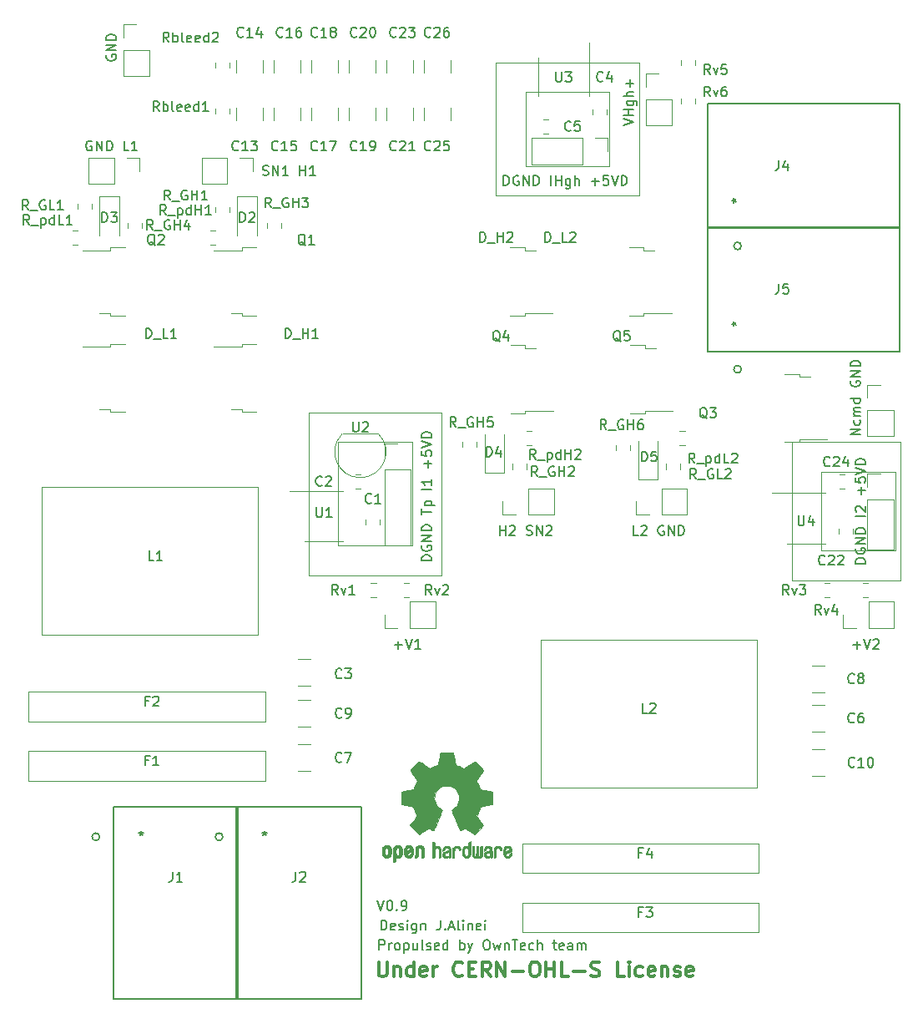
<source format=gto>
G04 #@! TF.GenerationSoftware,KiCad,Pcbnew,5.1.6-c6e7f7d~86~ubuntu20.04.1*
G04 #@! TF.CreationDate,2020-09-07T12:04:47+02:00*
G04 #@! TF.ProjectId,Power,506f7765-722e-46b6-9963-61645f706362,rev?*
G04 #@! TF.SameCoordinates,Original*
G04 #@! TF.FileFunction,Legend,Top*
G04 #@! TF.FilePolarity,Positive*
%FSLAX46Y46*%
G04 Gerber Fmt 4.6, Leading zero omitted, Abs format (unit mm)*
G04 Created by KiCad (PCBNEW 5.1.6-c6e7f7d~86~ubuntu20.04.1) date 2020-09-07 12:04:47*
%MOMM*%
%LPD*%
G01*
G04 APERTURE LIST*
%ADD10C,0.150000*%
%ADD11C,0.300000*%
%ADD12C,0.120000*%
%ADD13C,0.010000*%
%ADD14C,0.152400*%
G04 APERTURE END LIST*
D10*
X78976190Y-131952380D02*
X79309523Y-132952380D01*
X79642857Y-131952380D01*
X80166666Y-131952380D02*
X80261904Y-131952380D01*
X80357142Y-132000000D01*
X80404761Y-132047619D01*
X80452380Y-132142857D01*
X80500000Y-132333333D01*
X80500000Y-132571428D01*
X80452380Y-132761904D01*
X80404761Y-132857142D01*
X80357142Y-132904761D01*
X80261904Y-132952380D01*
X80166666Y-132952380D01*
X80071428Y-132904761D01*
X80023809Y-132857142D01*
X79976190Y-132761904D01*
X79928571Y-132571428D01*
X79928571Y-132333333D01*
X79976190Y-132142857D01*
X80023809Y-132047619D01*
X80071428Y-132000000D01*
X80166666Y-131952380D01*
X80928571Y-132857142D02*
X80976190Y-132904761D01*
X80928571Y-132952380D01*
X80880952Y-132904761D01*
X80928571Y-132857142D01*
X80928571Y-132952380D01*
X81452380Y-132952380D02*
X81642857Y-132952380D01*
X81738095Y-132904761D01*
X81785714Y-132857142D01*
X81880952Y-132714285D01*
X81928571Y-132523809D01*
X81928571Y-132142857D01*
X81880952Y-132047619D01*
X81833333Y-132000000D01*
X81738095Y-131952380D01*
X81547619Y-131952380D01*
X81452380Y-132000000D01*
X81404761Y-132047619D01*
X81357142Y-132142857D01*
X81357142Y-132380952D01*
X81404761Y-132476190D01*
X81452380Y-132523809D01*
X81547619Y-132571428D01*
X81738095Y-132571428D01*
X81833333Y-132523809D01*
X81880952Y-132476190D01*
X81928571Y-132380952D01*
X79333333Y-134952380D02*
X79333333Y-133952380D01*
X79571428Y-133952380D01*
X79714285Y-134000000D01*
X79809523Y-134095238D01*
X79857142Y-134190476D01*
X79904761Y-134380952D01*
X79904761Y-134523809D01*
X79857142Y-134714285D01*
X79809523Y-134809523D01*
X79714285Y-134904761D01*
X79571428Y-134952380D01*
X79333333Y-134952380D01*
X80714285Y-134904761D02*
X80619047Y-134952380D01*
X80428571Y-134952380D01*
X80333333Y-134904761D01*
X80285714Y-134809523D01*
X80285714Y-134428571D01*
X80333333Y-134333333D01*
X80428571Y-134285714D01*
X80619047Y-134285714D01*
X80714285Y-134333333D01*
X80761904Y-134428571D01*
X80761904Y-134523809D01*
X80285714Y-134619047D01*
X81142857Y-134904761D02*
X81238095Y-134952380D01*
X81428571Y-134952380D01*
X81523809Y-134904761D01*
X81571428Y-134809523D01*
X81571428Y-134761904D01*
X81523809Y-134666666D01*
X81428571Y-134619047D01*
X81285714Y-134619047D01*
X81190476Y-134571428D01*
X81142857Y-134476190D01*
X81142857Y-134428571D01*
X81190476Y-134333333D01*
X81285714Y-134285714D01*
X81428571Y-134285714D01*
X81523809Y-134333333D01*
X82000000Y-134952380D02*
X82000000Y-134285714D01*
X82000000Y-133952380D02*
X81952380Y-134000000D01*
X82000000Y-134047619D01*
X82047619Y-134000000D01*
X82000000Y-133952380D01*
X82000000Y-134047619D01*
X82904761Y-134285714D02*
X82904761Y-135095238D01*
X82857142Y-135190476D01*
X82809523Y-135238095D01*
X82714285Y-135285714D01*
X82571428Y-135285714D01*
X82476190Y-135238095D01*
X82904761Y-134904761D02*
X82809523Y-134952380D01*
X82619047Y-134952380D01*
X82523809Y-134904761D01*
X82476190Y-134857142D01*
X82428571Y-134761904D01*
X82428571Y-134476190D01*
X82476190Y-134380952D01*
X82523809Y-134333333D01*
X82619047Y-134285714D01*
X82809523Y-134285714D01*
X82904761Y-134333333D01*
X83380952Y-134285714D02*
X83380952Y-134952380D01*
X83380952Y-134380952D02*
X83428571Y-134333333D01*
X83523809Y-134285714D01*
X83666666Y-134285714D01*
X83761904Y-134333333D01*
X83809523Y-134428571D01*
X83809523Y-134952380D01*
X85333333Y-133952380D02*
X85333333Y-134666666D01*
X85285714Y-134809523D01*
X85190476Y-134904761D01*
X85047619Y-134952380D01*
X84952380Y-134952380D01*
X85809523Y-134857142D02*
X85857142Y-134904761D01*
X85809523Y-134952380D01*
X85761904Y-134904761D01*
X85809523Y-134857142D01*
X85809523Y-134952380D01*
X86238095Y-134666666D02*
X86714285Y-134666666D01*
X86142857Y-134952380D02*
X86476190Y-133952380D01*
X86809523Y-134952380D01*
X87285714Y-134952380D02*
X87190476Y-134904761D01*
X87142857Y-134809523D01*
X87142857Y-133952380D01*
X87666666Y-134952380D02*
X87666666Y-134285714D01*
X87666666Y-133952380D02*
X87619047Y-134000000D01*
X87666666Y-134047619D01*
X87714285Y-134000000D01*
X87666666Y-133952380D01*
X87666666Y-134047619D01*
X88142857Y-134285714D02*
X88142857Y-134952380D01*
X88142857Y-134380952D02*
X88190476Y-134333333D01*
X88285714Y-134285714D01*
X88428571Y-134285714D01*
X88523809Y-134333333D01*
X88571428Y-134428571D01*
X88571428Y-134952380D01*
X89428571Y-134904761D02*
X89333333Y-134952380D01*
X89142857Y-134952380D01*
X89047619Y-134904761D01*
X89000000Y-134809523D01*
X89000000Y-134428571D01*
X89047619Y-134333333D01*
X89142857Y-134285714D01*
X89333333Y-134285714D01*
X89428571Y-134333333D01*
X89476190Y-134428571D01*
X89476190Y-134523809D01*
X89000000Y-134619047D01*
X89904761Y-134952380D02*
X89904761Y-134285714D01*
X89904761Y-133952380D02*
X89857142Y-134000000D01*
X89904761Y-134047619D01*
X89952380Y-134000000D01*
X89904761Y-133952380D01*
X89904761Y-134047619D01*
X79142857Y-136952380D02*
X79142857Y-135952380D01*
X79523809Y-135952380D01*
X79619047Y-136000000D01*
X79666666Y-136047619D01*
X79714285Y-136142857D01*
X79714285Y-136285714D01*
X79666666Y-136380952D01*
X79619047Y-136428571D01*
X79523809Y-136476190D01*
X79142857Y-136476190D01*
X80142857Y-136952380D02*
X80142857Y-136285714D01*
X80142857Y-136476190D02*
X80190476Y-136380952D01*
X80238095Y-136333333D01*
X80333333Y-136285714D01*
X80428571Y-136285714D01*
X80904761Y-136952380D02*
X80809523Y-136904761D01*
X80761904Y-136857142D01*
X80714285Y-136761904D01*
X80714285Y-136476190D01*
X80761904Y-136380952D01*
X80809523Y-136333333D01*
X80904761Y-136285714D01*
X81047619Y-136285714D01*
X81142857Y-136333333D01*
X81190476Y-136380952D01*
X81238095Y-136476190D01*
X81238095Y-136761904D01*
X81190476Y-136857142D01*
X81142857Y-136904761D01*
X81047619Y-136952380D01*
X80904761Y-136952380D01*
X81666666Y-136285714D02*
X81666666Y-137285714D01*
X81666666Y-136333333D02*
X81761904Y-136285714D01*
X81952380Y-136285714D01*
X82047619Y-136333333D01*
X82095238Y-136380952D01*
X82142857Y-136476190D01*
X82142857Y-136761904D01*
X82095238Y-136857142D01*
X82047619Y-136904761D01*
X81952380Y-136952380D01*
X81761904Y-136952380D01*
X81666666Y-136904761D01*
X82999999Y-136285714D02*
X82999999Y-136952380D01*
X82571428Y-136285714D02*
X82571428Y-136809523D01*
X82619047Y-136904761D01*
X82714285Y-136952380D01*
X82857142Y-136952380D01*
X82952380Y-136904761D01*
X82999999Y-136857142D01*
X83619047Y-136952380D02*
X83523809Y-136904761D01*
X83476190Y-136809523D01*
X83476190Y-135952380D01*
X83952380Y-136904761D02*
X84047619Y-136952380D01*
X84238095Y-136952380D01*
X84333333Y-136904761D01*
X84380952Y-136809523D01*
X84380952Y-136761904D01*
X84333333Y-136666666D01*
X84238095Y-136619047D01*
X84095238Y-136619047D01*
X83999999Y-136571428D01*
X83952380Y-136476190D01*
X83952380Y-136428571D01*
X83999999Y-136333333D01*
X84095238Y-136285714D01*
X84238095Y-136285714D01*
X84333333Y-136333333D01*
X85190476Y-136904761D02*
X85095238Y-136952380D01*
X84904761Y-136952380D01*
X84809523Y-136904761D01*
X84761904Y-136809523D01*
X84761904Y-136428571D01*
X84809523Y-136333333D01*
X84904761Y-136285714D01*
X85095238Y-136285714D01*
X85190476Y-136333333D01*
X85238095Y-136428571D01*
X85238095Y-136523809D01*
X84761904Y-136619047D01*
X86095238Y-136952380D02*
X86095238Y-135952380D01*
X86095238Y-136904761D02*
X85999999Y-136952380D01*
X85809523Y-136952380D01*
X85714285Y-136904761D01*
X85666666Y-136857142D01*
X85619047Y-136761904D01*
X85619047Y-136476190D01*
X85666666Y-136380952D01*
X85714285Y-136333333D01*
X85809523Y-136285714D01*
X85999999Y-136285714D01*
X86095238Y-136333333D01*
X87333333Y-136952380D02*
X87333333Y-135952380D01*
X87333333Y-136333333D02*
X87428571Y-136285714D01*
X87619047Y-136285714D01*
X87714285Y-136333333D01*
X87761904Y-136380952D01*
X87809523Y-136476190D01*
X87809523Y-136761904D01*
X87761904Y-136857142D01*
X87714285Y-136904761D01*
X87619047Y-136952380D01*
X87428571Y-136952380D01*
X87333333Y-136904761D01*
X88142857Y-136285714D02*
X88380952Y-136952380D01*
X88619047Y-136285714D02*
X88380952Y-136952380D01*
X88285714Y-137190476D01*
X88238095Y-137238095D01*
X88142857Y-137285714D01*
X89952380Y-135952380D02*
X90142857Y-135952380D01*
X90238095Y-136000000D01*
X90333333Y-136095238D01*
X90380952Y-136285714D01*
X90380952Y-136619047D01*
X90333333Y-136809523D01*
X90238095Y-136904761D01*
X90142857Y-136952380D01*
X89952380Y-136952380D01*
X89857142Y-136904761D01*
X89761904Y-136809523D01*
X89714285Y-136619047D01*
X89714285Y-136285714D01*
X89761904Y-136095238D01*
X89857142Y-136000000D01*
X89952380Y-135952380D01*
X90714285Y-136285714D02*
X90904761Y-136952380D01*
X91095238Y-136476190D01*
X91285714Y-136952380D01*
X91476190Y-136285714D01*
X91857142Y-136285714D02*
X91857142Y-136952380D01*
X91857142Y-136380952D02*
X91904761Y-136333333D01*
X91999999Y-136285714D01*
X92142857Y-136285714D01*
X92238095Y-136333333D01*
X92285714Y-136428571D01*
X92285714Y-136952380D01*
X92619047Y-135952380D02*
X93190476Y-135952380D01*
X92904761Y-136952380D02*
X92904761Y-135952380D01*
X93904761Y-136904761D02*
X93809523Y-136952380D01*
X93619047Y-136952380D01*
X93523809Y-136904761D01*
X93476190Y-136809523D01*
X93476190Y-136428571D01*
X93523809Y-136333333D01*
X93619047Y-136285714D01*
X93809523Y-136285714D01*
X93904761Y-136333333D01*
X93952380Y-136428571D01*
X93952380Y-136523809D01*
X93476190Y-136619047D01*
X94809523Y-136904761D02*
X94714285Y-136952380D01*
X94523809Y-136952380D01*
X94428571Y-136904761D01*
X94380952Y-136857142D01*
X94333333Y-136761904D01*
X94333333Y-136476190D01*
X94380952Y-136380952D01*
X94428571Y-136333333D01*
X94523809Y-136285714D01*
X94714285Y-136285714D01*
X94809523Y-136333333D01*
X95238095Y-136952380D02*
X95238095Y-135952380D01*
X95666666Y-136952380D02*
X95666666Y-136428571D01*
X95619047Y-136333333D01*
X95523809Y-136285714D01*
X95380952Y-136285714D01*
X95285714Y-136333333D01*
X95238095Y-136380952D01*
X96761904Y-136285714D02*
X97142857Y-136285714D01*
X96904761Y-135952380D02*
X96904761Y-136809523D01*
X96952380Y-136904761D01*
X97047619Y-136952380D01*
X97142857Y-136952380D01*
X97857142Y-136904761D02*
X97761904Y-136952380D01*
X97571428Y-136952380D01*
X97476190Y-136904761D01*
X97428571Y-136809523D01*
X97428571Y-136428571D01*
X97476190Y-136333333D01*
X97571428Y-136285714D01*
X97761904Y-136285714D01*
X97857142Y-136333333D01*
X97904761Y-136428571D01*
X97904761Y-136523809D01*
X97428571Y-136619047D01*
X98761904Y-136952380D02*
X98761904Y-136428571D01*
X98714285Y-136333333D01*
X98619047Y-136285714D01*
X98428571Y-136285714D01*
X98333333Y-136333333D01*
X98761904Y-136904761D02*
X98666666Y-136952380D01*
X98428571Y-136952380D01*
X98333333Y-136904761D01*
X98285714Y-136809523D01*
X98285714Y-136714285D01*
X98333333Y-136619047D01*
X98428571Y-136571428D01*
X98666666Y-136571428D01*
X98761904Y-136523809D01*
X99238095Y-136952380D02*
X99238095Y-136285714D01*
X99238095Y-136380952D02*
X99285714Y-136333333D01*
X99380952Y-136285714D01*
X99523809Y-136285714D01*
X99619047Y-136333333D01*
X99666666Y-136428571D01*
X99666666Y-136952380D01*
X99666666Y-136428571D02*
X99714285Y-136333333D01*
X99809523Y-136285714D01*
X99952380Y-136285714D01*
X100047619Y-136333333D01*
X100095238Y-136428571D01*
X100095238Y-136952380D01*
D11*
X79071428Y-138178571D02*
X79071428Y-139392857D01*
X79142857Y-139535714D01*
X79214285Y-139607142D01*
X79357142Y-139678571D01*
X79642857Y-139678571D01*
X79785714Y-139607142D01*
X79857142Y-139535714D01*
X79928571Y-139392857D01*
X79928571Y-138178571D01*
X80642857Y-138678571D02*
X80642857Y-139678571D01*
X80642857Y-138821428D02*
X80714285Y-138750000D01*
X80857142Y-138678571D01*
X81071428Y-138678571D01*
X81214285Y-138750000D01*
X81285714Y-138892857D01*
X81285714Y-139678571D01*
X82642857Y-139678571D02*
X82642857Y-138178571D01*
X82642857Y-139607142D02*
X82500000Y-139678571D01*
X82214285Y-139678571D01*
X82071428Y-139607142D01*
X82000000Y-139535714D01*
X81928571Y-139392857D01*
X81928571Y-138964285D01*
X82000000Y-138821428D01*
X82071428Y-138750000D01*
X82214285Y-138678571D01*
X82500000Y-138678571D01*
X82642857Y-138750000D01*
X83928571Y-139607142D02*
X83785714Y-139678571D01*
X83500000Y-139678571D01*
X83357142Y-139607142D01*
X83285714Y-139464285D01*
X83285714Y-138892857D01*
X83357142Y-138750000D01*
X83500000Y-138678571D01*
X83785714Y-138678571D01*
X83928571Y-138750000D01*
X84000000Y-138892857D01*
X84000000Y-139035714D01*
X83285714Y-139178571D01*
X84642857Y-139678571D02*
X84642857Y-138678571D01*
X84642857Y-138964285D02*
X84714285Y-138821428D01*
X84785714Y-138750000D01*
X84928571Y-138678571D01*
X85071428Y-138678571D01*
X87571428Y-139535714D02*
X87500000Y-139607142D01*
X87285714Y-139678571D01*
X87142857Y-139678571D01*
X86928571Y-139607142D01*
X86785714Y-139464285D01*
X86714285Y-139321428D01*
X86642857Y-139035714D01*
X86642857Y-138821428D01*
X86714285Y-138535714D01*
X86785714Y-138392857D01*
X86928571Y-138250000D01*
X87142857Y-138178571D01*
X87285714Y-138178571D01*
X87500000Y-138250000D01*
X87571428Y-138321428D01*
X88214285Y-138892857D02*
X88714285Y-138892857D01*
X88928571Y-139678571D02*
X88214285Y-139678571D01*
X88214285Y-138178571D01*
X88928571Y-138178571D01*
X90428571Y-139678571D02*
X89928571Y-138964285D01*
X89571428Y-139678571D02*
X89571428Y-138178571D01*
X90142857Y-138178571D01*
X90285714Y-138250000D01*
X90357142Y-138321428D01*
X90428571Y-138464285D01*
X90428571Y-138678571D01*
X90357142Y-138821428D01*
X90285714Y-138892857D01*
X90142857Y-138964285D01*
X89571428Y-138964285D01*
X91071428Y-139678571D02*
X91071428Y-138178571D01*
X91928571Y-139678571D01*
X91928571Y-138178571D01*
X92642857Y-139107142D02*
X93785714Y-139107142D01*
X94785714Y-138178571D02*
X95071428Y-138178571D01*
X95214285Y-138250000D01*
X95357142Y-138392857D01*
X95428571Y-138678571D01*
X95428571Y-139178571D01*
X95357142Y-139464285D01*
X95214285Y-139607142D01*
X95071428Y-139678571D01*
X94785714Y-139678571D01*
X94642857Y-139607142D01*
X94500000Y-139464285D01*
X94428571Y-139178571D01*
X94428571Y-138678571D01*
X94500000Y-138392857D01*
X94642857Y-138250000D01*
X94785714Y-138178571D01*
X96071428Y-139678571D02*
X96071428Y-138178571D01*
X96071428Y-138892857D02*
X96928571Y-138892857D01*
X96928571Y-139678571D02*
X96928571Y-138178571D01*
X98357142Y-139678571D02*
X97642857Y-139678571D01*
X97642857Y-138178571D01*
X98857142Y-139107142D02*
X100000000Y-139107142D01*
X100642857Y-139607142D02*
X100857142Y-139678571D01*
X101214285Y-139678571D01*
X101357142Y-139607142D01*
X101428571Y-139535714D01*
X101500000Y-139392857D01*
X101500000Y-139250000D01*
X101428571Y-139107142D01*
X101357142Y-139035714D01*
X101214285Y-138964285D01*
X100928571Y-138892857D01*
X100785714Y-138821428D01*
X100714285Y-138750000D01*
X100642857Y-138607142D01*
X100642857Y-138464285D01*
X100714285Y-138321428D01*
X100785714Y-138250000D01*
X100928571Y-138178571D01*
X101285714Y-138178571D01*
X101500000Y-138250000D01*
X104000000Y-139678571D02*
X103285714Y-139678571D01*
X103285714Y-138178571D01*
X104500000Y-139678571D02*
X104500000Y-138678571D01*
X104500000Y-138178571D02*
X104428571Y-138250000D01*
X104500000Y-138321428D01*
X104571428Y-138250000D01*
X104500000Y-138178571D01*
X104500000Y-138321428D01*
X105857142Y-139607142D02*
X105714285Y-139678571D01*
X105428571Y-139678571D01*
X105285714Y-139607142D01*
X105214285Y-139535714D01*
X105142857Y-139392857D01*
X105142857Y-138964285D01*
X105214285Y-138821428D01*
X105285714Y-138750000D01*
X105428571Y-138678571D01*
X105714285Y-138678571D01*
X105857142Y-138750000D01*
X107071428Y-139607142D02*
X106928571Y-139678571D01*
X106642857Y-139678571D01*
X106500000Y-139607142D01*
X106428571Y-139464285D01*
X106428571Y-138892857D01*
X106500000Y-138750000D01*
X106642857Y-138678571D01*
X106928571Y-138678571D01*
X107071428Y-138750000D01*
X107142857Y-138892857D01*
X107142857Y-139035714D01*
X106428571Y-139178571D01*
X107785714Y-138678571D02*
X107785714Y-139678571D01*
X107785714Y-138821428D02*
X107857142Y-138750000D01*
X108000000Y-138678571D01*
X108214285Y-138678571D01*
X108357142Y-138750000D01*
X108428571Y-138892857D01*
X108428571Y-139678571D01*
X109071428Y-139607142D02*
X109214285Y-139678571D01*
X109500000Y-139678571D01*
X109642857Y-139607142D01*
X109714285Y-139464285D01*
X109714285Y-139392857D01*
X109642857Y-139250000D01*
X109500000Y-139178571D01*
X109285714Y-139178571D01*
X109142857Y-139107142D01*
X109071428Y-138964285D01*
X109071428Y-138892857D01*
X109142857Y-138750000D01*
X109285714Y-138678571D01*
X109500000Y-138678571D01*
X109642857Y-138750000D01*
X110928571Y-139607142D02*
X110785714Y-139678571D01*
X110500000Y-139678571D01*
X110357142Y-139607142D01*
X110285714Y-139464285D01*
X110285714Y-138892857D01*
X110357142Y-138750000D01*
X110500000Y-138678571D01*
X110785714Y-138678571D01*
X110928571Y-138750000D01*
X111000000Y-138892857D01*
X111000000Y-139035714D01*
X110285714Y-139178571D01*
D12*
X75000000Y-96000000D02*
X82500000Y-96000000D01*
X82500000Y-96000000D02*
X82500000Y-85500000D01*
X72000000Y-82500000D02*
X72000000Y-99000000D01*
X82500000Y-85500000D02*
X75000000Y-85500000D01*
X75000000Y-85500000D02*
X75000000Y-96000000D01*
X85500000Y-99000000D02*
X85500000Y-82500000D01*
X72000000Y-82500000D02*
X85500000Y-82500000D01*
X72000000Y-99000000D02*
X85500000Y-99000000D01*
X124000000Y-96500000D02*
X131500000Y-96500000D01*
X131500000Y-96500000D02*
X131500000Y-88500000D01*
X121000000Y-85500000D02*
X121000000Y-99500000D01*
X131500000Y-88500000D02*
X124000000Y-88500000D01*
X124000000Y-88500000D02*
X124000000Y-96500000D01*
X132000000Y-99500000D02*
X132000000Y-85500000D01*
X121000000Y-85500000D02*
X132000000Y-85500000D01*
X121000000Y-99500000D02*
X132000000Y-99500000D01*
X91000000Y-60500000D02*
X105500000Y-60500000D01*
X105500000Y-47000000D02*
X105500000Y-60500000D01*
X102500000Y-57500000D02*
X102500000Y-50000000D01*
X94000000Y-57500000D02*
X102500000Y-57500000D01*
X94000000Y-50000000D02*
X94000000Y-57500000D01*
X102500000Y-50000000D02*
X94000000Y-50000000D01*
X91000000Y-47000000D02*
X91000000Y-60500000D01*
X105500000Y-47000000D02*
X91000000Y-47000000D01*
D13*
G36*
X81171900Y-126361903D02*
G01*
X81283450Y-126417522D01*
X81381908Y-126519931D01*
X81409023Y-126557864D01*
X81438562Y-126607500D01*
X81457728Y-126661412D01*
X81468693Y-126733364D01*
X81473629Y-126837122D01*
X81474713Y-126974101D01*
X81469818Y-127161815D01*
X81452804Y-127302758D01*
X81420177Y-127407908D01*
X81368442Y-127488243D01*
X81294104Y-127554741D01*
X81288642Y-127558678D01*
X81215380Y-127598953D01*
X81127160Y-127618880D01*
X81014962Y-127623793D01*
X80832567Y-127623793D01*
X80832491Y-127800857D01*
X80830793Y-127899470D01*
X80820450Y-127957314D01*
X80793422Y-127992006D01*
X80741668Y-128021164D01*
X80729239Y-128027121D01*
X80671077Y-128055039D01*
X80626044Y-128072672D01*
X80592559Y-128074194D01*
X80569038Y-128053781D01*
X80553900Y-128005607D01*
X80545563Y-127923846D01*
X80542444Y-127802672D01*
X80542960Y-127636260D01*
X80545529Y-127418785D01*
X80546332Y-127353736D01*
X80549222Y-127129502D01*
X80551812Y-126982821D01*
X80832414Y-126982821D01*
X80833991Y-127107326D01*
X80841000Y-127188787D01*
X80856858Y-127242515D01*
X80884981Y-127283823D01*
X80904075Y-127303971D01*
X80982135Y-127362921D01*
X81051247Y-127367720D01*
X81122560Y-127319038D01*
X81124368Y-127317241D01*
X81153383Y-127279618D01*
X81171033Y-127228484D01*
X81179936Y-127149738D01*
X81182709Y-127029276D01*
X81182759Y-127002588D01*
X81176058Y-126836583D01*
X81154248Y-126721505D01*
X81114765Y-126651254D01*
X81055044Y-126619729D01*
X81020528Y-126616552D01*
X80938611Y-126631460D01*
X80882421Y-126680548D01*
X80848598Y-126770362D01*
X80833780Y-126907445D01*
X80832414Y-126982821D01*
X80551812Y-126982821D01*
X80552287Y-126955952D01*
X80556247Y-126825382D01*
X80561826Y-126730087D01*
X80569746Y-126662364D01*
X80580731Y-126614507D01*
X80595501Y-126578813D01*
X80614782Y-126547578D01*
X80623049Y-126535824D01*
X80732712Y-126424797D01*
X80871365Y-126361847D01*
X81031754Y-126344297D01*
X81171900Y-126361903D01*
G37*
X81171900Y-126361903D02*
X81283450Y-126417522D01*
X81381908Y-126519931D01*
X81409023Y-126557864D01*
X81438562Y-126607500D01*
X81457728Y-126661412D01*
X81468693Y-126733364D01*
X81473629Y-126837122D01*
X81474713Y-126974101D01*
X81469818Y-127161815D01*
X81452804Y-127302758D01*
X81420177Y-127407908D01*
X81368442Y-127488243D01*
X81294104Y-127554741D01*
X81288642Y-127558678D01*
X81215380Y-127598953D01*
X81127160Y-127618880D01*
X81014962Y-127623793D01*
X80832567Y-127623793D01*
X80832491Y-127800857D01*
X80830793Y-127899470D01*
X80820450Y-127957314D01*
X80793422Y-127992006D01*
X80741668Y-128021164D01*
X80729239Y-128027121D01*
X80671077Y-128055039D01*
X80626044Y-128072672D01*
X80592559Y-128074194D01*
X80569038Y-128053781D01*
X80553900Y-128005607D01*
X80545563Y-127923846D01*
X80542444Y-127802672D01*
X80542960Y-127636260D01*
X80545529Y-127418785D01*
X80546332Y-127353736D01*
X80549222Y-127129502D01*
X80551812Y-126982821D01*
X80832414Y-126982821D01*
X80833991Y-127107326D01*
X80841000Y-127188787D01*
X80856858Y-127242515D01*
X80884981Y-127283823D01*
X80904075Y-127303971D01*
X80982135Y-127362921D01*
X81051247Y-127367720D01*
X81122560Y-127319038D01*
X81124368Y-127317241D01*
X81153383Y-127279618D01*
X81171033Y-127228484D01*
X81179936Y-127149738D01*
X81182709Y-127029276D01*
X81182759Y-127002588D01*
X81176058Y-126836583D01*
X81154248Y-126721505D01*
X81114765Y-126651254D01*
X81055044Y-126619729D01*
X81020528Y-126616552D01*
X80938611Y-126631460D01*
X80882421Y-126680548D01*
X80848598Y-126770362D01*
X80833780Y-126907445D01*
X80832414Y-126982821D01*
X80551812Y-126982821D01*
X80552287Y-126955952D01*
X80556247Y-126825382D01*
X80561826Y-126730087D01*
X80569746Y-126662364D01*
X80580731Y-126614507D01*
X80595501Y-126578813D01*
X80614782Y-126547578D01*
X80623049Y-126535824D01*
X80732712Y-126424797D01*
X80871365Y-126361847D01*
X81031754Y-126344297D01*
X81171900Y-126361903D01*
G36*
X83417429Y-126377719D02*
G01*
X83511123Y-126431914D01*
X83576264Y-126485707D01*
X83623907Y-126542066D01*
X83656728Y-126610987D01*
X83677406Y-126702468D01*
X83688620Y-126826506D01*
X83693049Y-126993098D01*
X83693563Y-127112851D01*
X83693563Y-127553659D01*
X83569483Y-127609283D01*
X83445402Y-127664907D01*
X83430805Y-127182095D01*
X83424773Y-127001779D01*
X83418445Y-126870901D01*
X83410606Y-126780511D01*
X83400037Y-126721664D01*
X83385523Y-126685413D01*
X83365848Y-126662810D01*
X83359535Y-126657917D01*
X83263888Y-126619706D01*
X83167207Y-126634827D01*
X83109655Y-126674943D01*
X83086245Y-126703370D01*
X83070039Y-126740672D01*
X83059741Y-126797223D01*
X83054049Y-126883394D01*
X83051664Y-127009558D01*
X83051264Y-127141042D01*
X83051186Y-127305999D01*
X83048361Y-127422761D01*
X83038907Y-127501510D01*
X83018940Y-127552431D01*
X82984576Y-127585706D01*
X82931932Y-127611520D01*
X82861617Y-127638344D01*
X82784820Y-127667542D01*
X82793962Y-127149346D01*
X82797643Y-126962539D01*
X82801950Y-126824490D01*
X82808123Y-126725568D01*
X82817402Y-126656145D01*
X82831027Y-126606590D01*
X82850239Y-126567273D01*
X82873402Y-126532584D01*
X82985152Y-126421770D01*
X83121513Y-126357689D01*
X83269825Y-126342339D01*
X83417429Y-126377719D01*
G37*
X83417429Y-126377719D02*
X83511123Y-126431914D01*
X83576264Y-126485707D01*
X83623907Y-126542066D01*
X83656728Y-126610987D01*
X83677406Y-126702468D01*
X83688620Y-126826506D01*
X83693049Y-126993098D01*
X83693563Y-127112851D01*
X83693563Y-127553659D01*
X83569483Y-127609283D01*
X83445402Y-127664907D01*
X83430805Y-127182095D01*
X83424773Y-127001779D01*
X83418445Y-126870901D01*
X83410606Y-126780511D01*
X83400037Y-126721664D01*
X83385523Y-126685413D01*
X83365848Y-126662810D01*
X83359535Y-126657917D01*
X83263888Y-126619706D01*
X83167207Y-126634827D01*
X83109655Y-126674943D01*
X83086245Y-126703370D01*
X83070039Y-126740672D01*
X83059741Y-126797223D01*
X83054049Y-126883394D01*
X83051664Y-127009558D01*
X83051264Y-127141042D01*
X83051186Y-127305999D01*
X83048361Y-127422761D01*
X83038907Y-127501510D01*
X83018940Y-127552431D01*
X82984576Y-127585706D01*
X82931932Y-127611520D01*
X82861617Y-127638344D01*
X82784820Y-127667542D01*
X82793962Y-127149346D01*
X82797643Y-126962539D01*
X82801950Y-126824490D01*
X82808123Y-126725568D01*
X82817402Y-126656145D01*
X82831027Y-126606590D01*
X82850239Y-126567273D01*
X82873402Y-126532584D01*
X82985152Y-126421770D01*
X83121513Y-126357689D01*
X83269825Y-126342339D01*
X83417429Y-126377719D01*
G36*
X80048221Y-126366015D02*
G01*
X80185061Y-126437968D01*
X80286051Y-126553766D01*
X80321925Y-126628213D01*
X80349839Y-126739992D01*
X80364129Y-126881227D01*
X80365484Y-127035371D01*
X80354595Y-127185879D01*
X80332153Y-127316205D01*
X80298850Y-127409803D01*
X80288615Y-127425922D01*
X80167382Y-127546249D01*
X80023387Y-127618317D01*
X79867139Y-127639408D01*
X79709148Y-127606802D01*
X79665180Y-127587253D01*
X79579556Y-127527012D01*
X79504408Y-127447135D01*
X79497306Y-127437004D01*
X79468439Y-127388181D01*
X79449357Y-127335990D01*
X79438084Y-127267285D01*
X79432645Y-127168918D01*
X79431062Y-127027744D01*
X79431035Y-126996092D01*
X79431107Y-126986019D01*
X79722989Y-126986019D01*
X79724687Y-127119256D01*
X79731372Y-127207674D01*
X79745425Y-127264785D01*
X79769229Y-127304102D01*
X79781379Y-127317241D01*
X79851236Y-127367172D01*
X79919059Y-127364895D01*
X79987635Y-127321584D01*
X80028535Y-127275346D01*
X80052758Y-127207857D01*
X80066361Y-127101433D01*
X80067294Y-127089020D01*
X80069616Y-126896147D01*
X80045350Y-126752900D01*
X79994824Y-126660160D01*
X79918368Y-126618807D01*
X79891076Y-126616552D01*
X79819411Y-126627893D01*
X79770390Y-126667184D01*
X79740418Y-126742326D01*
X79725899Y-126861222D01*
X79722989Y-126986019D01*
X79431107Y-126986019D01*
X79432122Y-126845659D01*
X79436688Y-126740549D01*
X79446688Y-126667714D01*
X79464079Y-126614108D01*
X79490816Y-126566681D01*
X79496724Y-126557864D01*
X79596032Y-126439007D01*
X79704242Y-126370008D01*
X79835981Y-126342619D01*
X79880717Y-126341281D01*
X80048221Y-126366015D01*
G37*
X80048221Y-126366015D02*
X80185061Y-126437968D01*
X80286051Y-126553766D01*
X80321925Y-126628213D01*
X80349839Y-126739992D01*
X80364129Y-126881227D01*
X80365484Y-127035371D01*
X80354595Y-127185879D01*
X80332153Y-127316205D01*
X80298850Y-127409803D01*
X80288615Y-127425922D01*
X80167382Y-127546249D01*
X80023387Y-127618317D01*
X79867139Y-127639408D01*
X79709148Y-127606802D01*
X79665180Y-127587253D01*
X79579556Y-127527012D01*
X79504408Y-127447135D01*
X79497306Y-127437004D01*
X79468439Y-127388181D01*
X79449357Y-127335990D01*
X79438084Y-127267285D01*
X79432645Y-127168918D01*
X79431062Y-127027744D01*
X79431035Y-126996092D01*
X79431107Y-126986019D01*
X79722989Y-126986019D01*
X79724687Y-127119256D01*
X79731372Y-127207674D01*
X79745425Y-127264785D01*
X79769229Y-127304102D01*
X79781379Y-127317241D01*
X79851236Y-127367172D01*
X79919059Y-127364895D01*
X79987635Y-127321584D01*
X80028535Y-127275346D01*
X80052758Y-127207857D01*
X80066361Y-127101433D01*
X80067294Y-127089020D01*
X80069616Y-126896147D01*
X80045350Y-126752900D01*
X79994824Y-126660160D01*
X79918368Y-126618807D01*
X79891076Y-126616552D01*
X79819411Y-126627893D01*
X79770390Y-126667184D01*
X79740418Y-126742326D01*
X79725899Y-126861222D01*
X79722989Y-126986019D01*
X79431107Y-126986019D01*
X79432122Y-126845659D01*
X79436688Y-126740549D01*
X79446688Y-126667714D01*
X79464079Y-126614108D01*
X79490816Y-126566681D01*
X79496724Y-126557864D01*
X79596032Y-126439007D01*
X79704242Y-126370008D01*
X79835981Y-126342619D01*
X79880717Y-126341281D01*
X80048221Y-126366015D01*
G36*
X82315552Y-126384676D02*
G01*
X82430658Y-126462111D01*
X82519611Y-126573949D01*
X82572749Y-126716265D01*
X82583497Y-126821015D01*
X82582276Y-126864726D01*
X82572056Y-126898194D01*
X82543961Y-126928179D01*
X82489116Y-126961440D01*
X82398645Y-127004738D01*
X82263672Y-127064833D01*
X82262989Y-127065134D01*
X82138751Y-127122037D01*
X82036873Y-127172565D01*
X81967767Y-127211280D01*
X81941846Y-127232740D01*
X81941839Y-127232913D01*
X81964685Y-127279644D01*
X82018109Y-127331154D01*
X82079442Y-127368261D01*
X82110515Y-127375632D01*
X82195289Y-127350138D01*
X82268293Y-127286291D01*
X82303913Y-127216094D01*
X82338180Y-127164343D01*
X82405303Y-127105409D01*
X82484208Y-127054496D01*
X82553821Y-127026809D01*
X82568377Y-127025287D01*
X82584763Y-127050321D01*
X82585750Y-127114311D01*
X82573708Y-127200593D01*
X82551007Y-127292501D01*
X82520014Y-127373369D01*
X82518448Y-127376509D01*
X82425181Y-127506734D01*
X82304304Y-127595311D01*
X82167027Y-127638786D01*
X82024560Y-127633706D01*
X81888112Y-127576616D01*
X81882045Y-127572602D01*
X81774710Y-127475326D01*
X81704132Y-127348409D01*
X81665074Y-127181526D01*
X81659832Y-127134639D01*
X81650548Y-126913329D01*
X81661678Y-126810124D01*
X81941839Y-126810124D01*
X81945479Y-126874503D01*
X81965389Y-126893291D01*
X82015026Y-126879235D01*
X82093267Y-126846009D01*
X82180726Y-126804359D01*
X82182899Y-126803256D01*
X82257030Y-126764265D01*
X82286781Y-126738244D01*
X82279445Y-126710965D01*
X82248553Y-126675121D01*
X82169960Y-126623251D01*
X82085323Y-126619439D01*
X82009403Y-126657189D01*
X81956965Y-126730001D01*
X81941839Y-126810124D01*
X81661678Y-126810124D01*
X81669644Y-126736261D01*
X81718634Y-126595829D01*
X81786836Y-126497447D01*
X81909935Y-126398030D01*
X82045528Y-126348711D01*
X82183955Y-126345568D01*
X82315552Y-126384676D01*
G37*
X82315552Y-126384676D02*
X82430658Y-126462111D01*
X82519611Y-126573949D01*
X82572749Y-126716265D01*
X82583497Y-126821015D01*
X82582276Y-126864726D01*
X82572056Y-126898194D01*
X82543961Y-126928179D01*
X82489116Y-126961440D01*
X82398645Y-127004738D01*
X82263672Y-127064833D01*
X82262989Y-127065134D01*
X82138751Y-127122037D01*
X82036873Y-127172565D01*
X81967767Y-127211280D01*
X81941846Y-127232740D01*
X81941839Y-127232913D01*
X81964685Y-127279644D01*
X82018109Y-127331154D01*
X82079442Y-127368261D01*
X82110515Y-127375632D01*
X82195289Y-127350138D01*
X82268293Y-127286291D01*
X82303913Y-127216094D01*
X82338180Y-127164343D01*
X82405303Y-127105409D01*
X82484208Y-127054496D01*
X82553821Y-127026809D01*
X82568377Y-127025287D01*
X82584763Y-127050321D01*
X82585750Y-127114311D01*
X82573708Y-127200593D01*
X82551007Y-127292501D01*
X82520014Y-127373369D01*
X82518448Y-127376509D01*
X82425181Y-127506734D01*
X82304304Y-127595311D01*
X82167027Y-127638786D01*
X82024560Y-127633706D01*
X81888112Y-127576616D01*
X81882045Y-127572602D01*
X81774710Y-127475326D01*
X81704132Y-127348409D01*
X81665074Y-127181526D01*
X81659832Y-127134639D01*
X81650548Y-126913329D01*
X81661678Y-126810124D01*
X81941839Y-126810124D01*
X81945479Y-126874503D01*
X81965389Y-126893291D01*
X82015026Y-126879235D01*
X82093267Y-126846009D01*
X82180726Y-126804359D01*
X82182899Y-126803256D01*
X82257030Y-126764265D01*
X82286781Y-126738244D01*
X82279445Y-126710965D01*
X82248553Y-126675121D01*
X82169960Y-126623251D01*
X82085323Y-126619439D01*
X82009403Y-126657189D01*
X81956965Y-126730001D01*
X81941839Y-126810124D01*
X81661678Y-126810124D01*
X81669644Y-126736261D01*
X81718634Y-126595829D01*
X81786836Y-126497447D01*
X81909935Y-126398030D01*
X82045528Y-126348711D01*
X82183955Y-126345568D01*
X82315552Y-126384676D01*
G36*
X84744598Y-126223857D02*
G01*
X84753154Y-126343188D01*
X84762981Y-126413506D01*
X84776599Y-126444179D01*
X84796527Y-126444571D01*
X84802989Y-126440910D01*
X84888940Y-126414398D01*
X85000745Y-126415946D01*
X85114414Y-126443199D01*
X85185510Y-126478455D01*
X85258405Y-126534778D01*
X85311693Y-126598519D01*
X85348275Y-126679510D01*
X85371050Y-126787586D01*
X85382919Y-126932580D01*
X85386782Y-127124326D01*
X85386851Y-127161109D01*
X85386897Y-127574288D01*
X85294954Y-127606339D01*
X85229652Y-127628144D01*
X85193824Y-127638297D01*
X85192770Y-127638391D01*
X85189242Y-127610860D01*
X85186239Y-127534923D01*
X85183990Y-127420565D01*
X85182724Y-127277769D01*
X85182529Y-127190951D01*
X85182123Y-127019773D01*
X85180032Y-126897088D01*
X85174947Y-126813000D01*
X85165560Y-126757614D01*
X85150561Y-126721032D01*
X85128642Y-126693359D01*
X85114957Y-126680032D01*
X85020949Y-126626328D01*
X84918364Y-126622307D01*
X84825290Y-126667725D01*
X84808078Y-126684123D01*
X84782832Y-126714957D01*
X84765320Y-126751531D01*
X84754142Y-126804415D01*
X84747896Y-126884177D01*
X84745182Y-127001385D01*
X84744598Y-127162991D01*
X84744598Y-127574288D01*
X84652655Y-127606339D01*
X84587353Y-127628144D01*
X84551525Y-127638297D01*
X84550471Y-127638391D01*
X84547775Y-127610448D01*
X84545345Y-127531630D01*
X84543278Y-127409453D01*
X84541671Y-127251432D01*
X84540623Y-127065083D01*
X84540231Y-126857920D01*
X84540230Y-126848706D01*
X84540230Y-126059020D01*
X84635115Y-126018997D01*
X84730000Y-125978973D01*
X84744598Y-126223857D01*
G37*
X84744598Y-126223857D02*
X84753154Y-126343188D01*
X84762981Y-126413506D01*
X84776599Y-126444179D01*
X84796527Y-126444571D01*
X84802989Y-126440910D01*
X84888940Y-126414398D01*
X85000745Y-126415946D01*
X85114414Y-126443199D01*
X85185510Y-126478455D01*
X85258405Y-126534778D01*
X85311693Y-126598519D01*
X85348275Y-126679510D01*
X85371050Y-126787586D01*
X85382919Y-126932580D01*
X85386782Y-127124326D01*
X85386851Y-127161109D01*
X85386897Y-127574288D01*
X85294954Y-127606339D01*
X85229652Y-127628144D01*
X85193824Y-127638297D01*
X85192770Y-127638391D01*
X85189242Y-127610860D01*
X85186239Y-127534923D01*
X85183990Y-127420565D01*
X85182724Y-127277769D01*
X85182529Y-127190951D01*
X85182123Y-127019773D01*
X85180032Y-126897088D01*
X85174947Y-126813000D01*
X85165560Y-126757614D01*
X85150561Y-126721032D01*
X85128642Y-126693359D01*
X85114957Y-126680032D01*
X85020949Y-126626328D01*
X84918364Y-126622307D01*
X84825290Y-126667725D01*
X84808078Y-126684123D01*
X84782832Y-126714957D01*
X84765320Y-126751531D01*
X84754142Y-126804415D01*
X84747896Y-126884177D01*
X84745182Y-127001385D01*
X84744598Y-127162991D01*
X84744598Y-127574288D01*
X84652655Y-127606339D01*
X84587353Y-127628144D01*
X84551525Y-127638297D01*
X84550471Y-127638391D01*
X84547775Y-127610448D01*
X84545345Y-127531630D01*
X84543278Y-127409453D01*
X84541671Y-127251432D01*
X84540623Y-127065083D01*
X84540231Y-126857920D01*
X84540230Y-126848706D01*
X84540230Y-126059020D01*
X84635115Y-126018997D01*
X84730000Y-125978973D01*
X84744598Y-126223857D01*
G36*
X86079944Y-126424360D02*
G01*
X86194343Y-126466842D01*
X86195652Y-126467658D01*
X86266403Y-126519730D01*
X86318636Y-126580584D01*
X86355371Y-126659887D01*
X86379634Y-126767309D01*
X86394445Y-126912517D01*
X86402829Y-127105179D01*
X86403564Y-127132628D01*
X86414120Y-127546521D01*
X86325291Y-127592456D01*
X86261018Y-127623498D01*
X86222210Y-127638206D01*
X86220415Y-127638391D01*
X86213700Y-127611250D01*
X86208365Y-127538041D01*
X86205083Y-127431081D01*
X86204368Y-127344469D01*
X86204351Y-127204162D01*
X86197937Y-127116051D01*
X86175580Y-127074025D01*
X86127732Y-127071975D01*
X86044849Y-127103790D01*
X85919713Y-127162272D01*
X85827697Y-127210845D01*
X85780371Y-127252986D01*
X85766458Y-127298916D01*
X85766437Y-127301189D01*
X85789395Y-127380311D01*
X85857370Y-127423055D01*
X85961398Y-127429246D01*
X86036330Y-127428172D01*
X86075839Y-127449753D01*
X86100478Y-127501591D01*
X86114659Y-127567632D01*
X86094223Y-127605104D01*
X86086528Y-127610467D01*
X86014083Y-127632006D01*
X85912633Y-127635055D01*
X85808157Y-127620778D01*
X85734125Y-127594688D01*
X85631772Y-127507785D01*
X85573591Y-127386816D01*
X85562069Y-127292308D01*
X85570862Y-127207062D01*
X85602680Y-127137476D01*
X85665684Y-127075672D01*
X85768031Y-127013772D01*
X85917882Y-126943897D01*
X85927012Y-126939948D01*
X86061997Y-126877588D01*
X86145294Y-126826446D01*
X86180997Y-126780488D01*
X86173203Y-126733683D01*
X86126007Y-126679998D01*
X86111894Y-126667644D01*
X86017359Y-126619741D01*
X85919406Y-126621758D01*
X85834097Y-126668724D01*
X85777496Y-126755669D01*
X85772237Y-126772734D01*
X85721023Y-126855504D01*
X85656037Y-126895372D01*
X85562069Y-126934882D01*
X85562069Y-126832658D01*
X85590653Y-126684072D01*
X85675495Y-126547784D01*
X85719645Y-126502191D01*
X85820005Y-126443674D01*
X85947635Y-126417184D01*
X86079944Y-126424360D01*
G37*
X86079944Y-126424360D02*
X86194343Y-126466842D01*
X86195652Y-126467658D01*
X86266403Y-126519730D01*
X86318636Y-126580584D01*
X86355371Y-126659887D01*
X86379634Y-126767309D01*
X86394445Y-126912517D01*
X86402829Y-127105179D01*
X86403564Y-127132628D01*
X86414120Y-127546521D01*
X86325291Y-127592456D01*
X86261018Y-127623498D01*
X86222210Y-127638206D01*
X86220415Y-127638391D01*
X86213700Y-127611250D01*
X86208365Y-127538041D01*
X86205083Y-127431081D01*
X86204368Y-127344469D01*
X86204351Y-127204162D01*
X86197937Y-127116051D01*
X86175580Y-127074025D01*
X86127732Y-127071975D01*
X86044849Y-127103790D01*
X85919713Y-127162272D01*
X85827697Y-127210845D01*
X85780371Y-127252986D01*
X85766458Y-127298916D01*
X85766437Y-127301189D01*
X85789395Y-127380311D01*
X85857370Y-127423055D01*
X85961398Y-127429246D01*
X86036330Y-127428172D01*
X86075839Y-127449753D01*
X86100478Y-127501591D01*
X86114659Y-127567632D01*
X86094223Y-127605104D01*
X86086528Y-127610467D01*
X86014083Y-127632006D01*
X85912633Y-127635055D01*
X85808157Y-127620778D01*
X85734125Y-127594688D01*
X85631772Y-127507785D01*
X85573591Y-127386816D01*
X85562069Y-127292308D01*
X85570862Y-127207062D01*
X85602680Y-127137476D01*
X85665684Y-127075672D01*
X85768031Y-127013772D01*
X85917882Y-126943897D01*
X85927012Y-126939948D01*
X86061997Y-126877588D01*
X86145294Y-126826446D01*
X86180997Y-126780488D01*
X86173203Y-126733683D01*
X86126007Y-126679998D01*
X86111894Y-126667644D01*
X86017359Y-126619741D01*
X85919406Y-126621758D01*
X85834097Y-126668724D01*
X85777496Y-126755669D01*
X85772237Y-126772734D01*
X85721023Y-126855504D01*
X85656037Y-126895372D01*
X85562069Y-126934882D01*
X85562069Y-126832658D01*
X85590653Y-126684072D01*
X85675495Y-126547784D01*
X85719645Y-126502191D01*
X85820005Y-126443674D01*
X85947635Y-126417184D01*
X86079944Y-126424360D01*
G36*
X87065943Y-126421920D02*
G01*
X87198565Y-126470859D01*
X87306010Y-126557419D01*
X87348032Y-126618352D01*
X87393843Y-126730161D01*
X87392891Y-126811006D01*
X87344808Y-126865378D01*
X87327017Y-126874624D01*
X87250204Y-126903450D01*
X87210976Y-126896065D01*
X87197689Y-126847658D01*
X87197012Y-126820920D01*
X87172686Y-126722548D01*
X87109281Y-126653734D01*
X87021154Y-126620498D01*
X86922663Y-126628861D01*
X86842602Y-126672296D01*
X86815561Y-126697072D01*
X86796394Y-126727129D01*
X86783446Y-126772565D01*
X86775064Y-126843476D01*
X86769593Y-126949960D01*
X86765378Y-127102112D01*
X86764287Y-127150287D01*
X86760307Y-127315095D01*
X86755781Y-127431088D01*
X86748995Y-127507833D01*
X86738231Y-127554893D01*
X86721773Y-127581835D01*
X86697906Y-127598223D01*
X86682626Y-127605463D01*
X86617733Y-127630220D01*
X86579534Y-127638391D01*
X86566912Y-127611103D01*
X86559208Y-127528603D01*
X86556380Y-127389941D01*
X86558386Y-127194162D01*
X86559011Y-127163965D01*
X86563421Y-126985349D01*
X86568635Y-126854923D01*
X86576055Y-126762492D01*
X86587082Y-126697858D01*
X86603117Y-126650825D01*
X86625561Y-126611196D01*
X86637302Y-126594215D01*
X86704619Y-126519080D01*
X86779910Y-126460638D01*
X86789128Y-126455536D01*
X86924133Y-126415260D01*
X87065943Y-126421920D01*
G37*
X87065943Y-126421920D02*
X87198565Y-126470859D01*
X87306010Y-126557419D01*
X87348032Y-126618352D01*
X87393843Y-126730161D01*
X87392891Y-126811006D01*
X87344808Y-126865378D01*
X87327017Y-126874624D01*
X87250204Y-126903450D01*
X87210976Y-126896065D01*
X87197689Y-126847658D01*
X87197012Y-126820920D01*
X87172686Y-126722548D01*
X87109281Y-126653734D01*
X87021154Y-126620498D01*
X86922663Y-126628861D01*
X86842602Y-126672296D01*
X86815561Y-126697072D01*
X86796394Y-126727129D01*
X86783446Y-126772565D01*
X86775064Y-126843476D01*
X86769593Y-126949960D01*
X86765378Y-127102112D01*
X86764287Y-127150287D01*
X86760307Y-127315095D01*
X86755781Y-127431088D01*
X86748995Y-127507833D01*
X86738231Y-127554893D01*
X86721773Y-127581835D01*
X86697906Y-127598223D01*
X86682626Y-127605463D01*
X86617733Y-127630220D01*
X86579534Y-127638391D01*
X86566912Y-127611103D01*
X86559208Y-127528603D01*
X86556380Y-127389941D01*
X86558386Y-127194162D01*
X86559011Y-127163965D01*
X86563421Y-126985349D01*
X86568635Y-126854923D01*
X86576055Y-126762492D01*
X86587082Y-126697858D01*
X86603117Y-126650825D01*
X86625561Y-126611196D01*
X86637302Y-126594215D01*
X86704619Y-126519080D01*
X86779910Y-126460638D01*
X86789128Y-126455536D01*
X86924133Y-126415260D01*
X87065943Y-126421920D01*
G36*
X88393914Y-126654455D02*
G01*
X88393543Y-126872661D01*
X88392108Y-127040519D01*
X88389002Y-127166070D01*
X88383622Y-127257355D01*
X88375362Y-127322415D01*
X88363616Y-127369291D01*
X88347781Y-127406024D01*
X88335790Y-127426991D01*
X88236490Y-127540694D01*
X88110588Y-127611965D01*
X87971291Y-127637538D01*
X87831805Y-127614150D01*
X87748743Y-127572119D01*
X87661545Y-127499411D01*
X87602117Y-127410612D01*
X87566261Y-127294320D01*
X87549781Y-127139135D01*
X87547447Y-127025287D01*
X87547761Y-127017106D01*
X87751724Y-127017106D01*
X87752970Y-127147657D01*
X87758678Y-127234080D01*
X87771804Y-127290618D01*
X87795306Y-127331514D01*
X87823386Y-127362362D01*
X87917688Y-127421905D01*
X88018940Y-127426992D01*
X88114636Y-127377279D01*
X88122084Y-127370543D01*
X88153874Y-127335502D01*
X88173808Y-127293811D01*
X88184600Y-127231762D01*
X88188965Y-127135644D01*
X88189655Y-127029379D01*
X88188159Y-126895880D01*
X88181964Y-126806822D01*
X88168514Y-126748293D01*
X88145251Y-126706382D01*
X88126175Y-126684123D01*
X88037563Y-126627985D01*
X87935508Y-126621235D01*
X87838095Y-126664114D01*
X87819296Y-126680032D01*
X87787293Y-126715382D01*
X87767318Y-126757502D01*
X87756593Y-126820251D01*
X87752339Y-126917487D01*
X87751724Y-127017106D01*
X87547761Y-127017106D01*
X87554504Y-126841947D01*
X87578472Y-126704195D01*
X87623548Y-126600632D01*
X87693928Y-126519856D01*
X87748743Y-126478455D01*
X87848376Y-126433728D01*
X87963855Y-126412967D01*
X88071199Y-126418525D01*
X88131264Y-126440943D01*
X88154835Y-126447323D01*
X88170477Y-126423535D01*
X88181395Y-126359788D01*
X88189655Y-126262687D01*
X88198699Y-126154541D01*
X88211261Y-126089475D01*
X88234119Y-126052268D01*
X88274051Y-126027699D01*
X88299138Y-126016819D01*
X88394023Y-125977072D01*
X88393914Y-126654455D01*
G37*
X88393914Y-126654455D02*
X88393543Y-126872661D01*
X88392108Y-127040519D01*
X88389002Y-127166070D01*
X88383622Y-127257355D01*
X88375362Y-127322415D01*
X88363616Y-127369291D01*
X88347781Y-127406024D01*
X88335790Y-127426991D01*
X88236490Y-127540694D01*
X88110588Y-127611965D01*
X87971291Y-127637538D01*
X87831805Y-127614150D01*
X87748743Y-127572119D01*
X87661545Y-127499411D01*
X87602117Y-127410612D01*
X87566261Y-127294320D01*
X87549781Y-127139135D01*
X87547447Y-127025287D01*
X87547761Y-127017106D01*
X87751724Y-127017106D01*
X87752970Y-127147657D01*
X87758678Y-127234080D01*
X87771804Y-127290618D01*
X87795306Y-127331514D01*
X87823386Y-127362362D01*
X87917688Y-127421905D01*
X88018940Y-127426992D01*
X88114636Y-127377279D01*
X88122084Y-127370543D01*
X88153874Y-127335502D01*
X88173808Y-127293811D01*
X88184600Y-127231762D01*
X88188965Y-127135644D01*
X88189655Y-127029379D01*
X88188159Y-126895880D01*
X88181964Y-126806822D01*
X88168514Y-126748293D01*
X88145251Y-126706382D01*
X88126175Y-126684123D01*
X88037563Y-126627985D01*
X87935508Y-126621235D01*
X87838095Y-126664114D01*
X87819296Y-126680032D01*
X87787293Y-126715382D01*
X87767318Y-126757502D01*
X87756593Y-126820251D01*
X87752339Y-126917487D01*
X87751724Y-127017106D01*
X87547761Y-127017106D01*
X87554504Y-126841947D01*
X87578472Y-126704195D01*
X87623548Y-126600632D01*
X87693928Y-126519856D01*
X87748743Y-126478455D01*
X87848376Y-126433728D01*
X87963855Y-126412967D01*
X88071199Y-126418525D01*
X88131264Y-126440943D01*
X88154835Y-126447323D01*
X88170477Y-126423535D01*
X88181395Y-126359788D01*
X88189655Y-126262687D01*
X88198699Y-126154541D01*
X88211261Y-126089475D01*
X88234119Y-126052268D01*
X88274051Y-126027699D01*
X88299138Y-126016819D01*
X88394023Y-125977072D01*
X88393914Y-126654455D01*
G36*
X89580124Y-126439840D02*
G01*
X89584579Y-126516653D01*
X89588071Y-126633391D01*
X89590315Y-126780821D01*
X89591035Y-126935455D01*
X89591035Y-127458727D01*
X89498645Y-127551117D01*
X89434978Y-127608047D01*
X89379089Y-127631107D01*
X89302702Y-127629647D01*
X89272380Y-127625934D01*
X89177610Y-127615126D01*
X89099222Y-127608933D01*
X89080115Y-127608361D01*
X89015699Y-127612102D01*
X88923571Y-127621494D01*
X88887850Y-127625934D01*
X88800114Y-127632801D01*
X88741153Y-127617885D01*
X88682690Y-127571835D01*
X88661585Y-127551117D01*
X88569195Y-127458727D01*
X88569195Y-126479947D01*
X88643558Y-126446066D01*
X88707590Y-126420970D01*
X88745052Y-126412184D01*
X88754657Y-126439950D01*
X88763635Y-126517530D01*
X88771386Y-126636348D01*
X88777314Y-126787828D01*
X88780173Y-126915805D01*
X88788161Y-127419425D01*
X88857848Y-127429278D01*
X88921229Y-127422389D01*
X88952286Y-127400083D01*
X88960967Y-127358379D01*
X88968378Y-127269544D01*
X88973931Y-127144834D01*
X88977036Y-126995507D01*
X88977484Y-126918661D01*
X88977931Y-126476287D01*
X89069874Y-126444235D01*
X89134949Y-126422443D01*
X89170347Y-126412281D01*
X89171368Y-126412184D01*
X89174920Y-126439809D01*
X89178823Y-126516411D01*
X89182751Y-126632579D01*
X89186376Y-126778904D01*
X89188908Y-126915805D01*
X89196897Y-127419425D01*
X89372069Y-127419425D01*
X89380107Y-126959965D01*
X89388146Y-126500505D01*
X89473543Y-126456344D01*
X89536593Y-126426019D01*
X89573910Y-126412258D01*
X89574987Y-126412184D01*
X89580124Y-126439840D01*
G37*
X89580124Y-126439840D02*
X89584579Y-126516653D01*
X89588071Y-126633391D01*
X89590315Y-126780821D01*
X89591035Y-126935455D01*
X89591035Y-127458727D01*
X89498645Y-127551117D01*
X89434978Y-127608047D01*
X89379089Y-127631107D01*
X89302702Y-127629647D01*
X89272380Y-127625934D01*
X89177610Y-127615126D01*
X89099222Y-127608933D01*
X89080115Y-127608361D01*
X89015699Y-127612102D01*
X88923571Y-127621494D01*
X88887850Y-127625934D01*
X88800114Y-127632801D01*
X88741153Y-127617885D01*
X88682690Y-127571835D01*
X88661585Y-127551117D01*
X88569195Y-127458727D01*
X88569195Y-126479947D01*
X88643558Y-126446066D01*
X88707590Y-126420970D01*
X88745052Y-126412184D01*
X88754657Y-126439950D01*
X88763635Y-126517530D01*
X88771386Y-126636348D01*
X88777314Y-126787828D01*
X88780173Y-126915805D01*
X88788161Y-127419425D01*
X88857848Y-127429278D01*
X88921229Y-127422389D01*
X88952286Y-127400083D01*
X88960967Y-127358379D01*
X88968378Y-127269544D01*
X88973931Y-127144834D01*
X88977036Y-126995507D01*
X88977484Y-126918661D01*
X88977931Y-126476287D01*
X89069874Y-126444235D01*
X89134949Y-126422443D01*
X89170347Y-126412281D01*
X89171368Y-126412184D01*
X89174920Y-126439809D01*
X89178823Y-126516411D01*
X89182751Y-126632579D01*
X89186376Y-126778904D01*
X89188908Y-126915805D01*
X89196897Y-127419425D01*
X89372069Y-127419425D01*
X89380107Y-126959965D01*
X89388146Y-126500505D01*
X89473543Y-126456344D01*
X89536593Y-126426019D01*
X89573910Y-126412258D01*
X89574987Y-126412184D01*
X89580124Y-126439840D01*
G36*
X90314406Y-126435156D02*
G01*
X90398469Y-126473393D01*
X90464450Y-126519726D01*
X90512794Y-126571532D01*
X90546172Y-126638363D01*
X90567253Y-126729769D01*
X90578707Y-126855301D01*
X90583203Y-127024508D01*
X90583678Y-127135933D01*
X90583678Y-127570627D01*
X90509316Y-127604509D01*
X90450746Y-127629272D01*
X90421730Y-127638391D01*
X90416179Y-127611257D01*
X90411775Y-127538094D01*
X90409078Y-127431263D01*
X90408506Y-127346437D01*
X90406046Y-127223887D01*
X90399412Y-127126668D01*
X90389726Y-127067134D01*
X90382032Y-127054483D01*
X90330311Y-127067402D01*
X90249117Y-127100539D01*
X90155102Y-127145461D01*
X90064917Y-127193735D01*
X89995215Y-127236928D01*
X89962648Y-127266608D01*
X89962519Y-127266929D01*
X89965320Y-127321857D01*
X89990439Y-127374292D01*
X90034541Y-127416881D01*
X90098909Y-127431126D01*
X90153921Y-127429466D01*
X90231835Y-127428245D01*
X90272732Y-127446498D01*
X90297295Y-127494726D01*
X90300392Y-127503820D01*
X90311040Y-127572598D01*
X90282565Y-127614360D01*
X90208344Y-127634263D01*
X90128168Y-127637944D01*
X89983890Y-127610658D01*
X89909203Y-127571690D01*
X89816963Y-127480148D01*
X89768043Y-127367782D01*
X89763654Y-127249051D01*
X89805001Y-127138411D01*
X89867197Y-127069080D01*
X89929294Y-127030265D01*
X90026895Y-126981125D01*
X90140632Y-126931292D01*
X90159590Y-126923677D01*
X90284521Y-126868545D01*
X90356539Y-126819954D01*
X90379700Y-126771647D01*
X90358064Y-126717370D01*
X90320920Y-126674943D01*
X90233127Y-126622702D01*
X90136530Y-126618784D01*
X90047944Y-126659041D01*
X89984186Y-126739326D01*
X89975817Y-126760040D01*
X89927096Y-126836225D01*
X89855965Y-126892785D01*
X89766207Y-126939201D01*
X89766207Y-126807584D01*
X89771490Y-126727168D01*
X89794142Y-126663786D01*
X89844367Y-126596163D01*
X89892582Y-126544076D01*
X89967554Y-126470322D01*
X90025806Y-126430702D01*
X90088372Y-126414810D01*
X90159193Y-126412184D01*
X90314406Y-126435156D01*
G37*
X90314406Y-126435156D02*
X90398469Y-126473393D01*
X90464450Y-126519726D01*
X90512794Y-126571532D01*
X90546172Y-126638363D01*
X90567253Y-126729769D01*
X90578707Y-126855301D01*
X90583203Y-127024508D01*
X90583678Y-127135933D01*
X90583678Y-127570627D01*
X90509316Y-127604509D01*
X90450746Y-127629272D01*
X90421730Y-127638391D01*
X90416179Y-127611257D01*
X90411775Y-127538094D01*
X90409078Y-127431263D01*
X90408506Y-127346437D01*
X90406046Y-127223887D01*
X90399412Y-127126668D01*
X90389726Y-127067134D01*
X90382032Y-127054483D01*
X90330311Y-127067402D01*
X90249117Y-127100539D01*
X90155102Y-127145461D01*
X90064917Y-127193735D01*
X89995215Y-127236928D01*
X89962648Y-127266608D01*
X89962519Y-127266929D01*
X89965320Y-127321857D01*
X89990439Y-127374292D01*
X90034541Y-127416881D01*
X90098909Y-127431126D01*
X90153921Y-127429466D01*
X90231835Y-127428245D01*
X90272732Y-127446498D01*
X90297295Y-127494726D01*
X90300392Y-127503820D01*
X90311040Y-127572598D01*
X90282565Y-127614360D01*
X90208344Y-127634263D01*
X90128168Y-127637944D01*
X89983890Y-127610658D01*
X89909203Y-127571690D01*
X89816963Y-127480148D01*
X89768043Y-127367782D01*
X89763654Y-127249051D01*
X89805001Y-127138411D01*
X89867197Y-127069080D01*
X89929294Y-127030265D01*
X90026895Y-126981125D01*
X90140632Y-126931292D01*
X90159590Y-126923677D01*
X90284521Y-126868545D01*
X90356539Y-126819954D01*
X90379700Y-126771647D01*
X90358064Y-126717370D01*
X90320920Y-126674943D01*
X90233127Y-126622702D01*
X90136530Y-126618784D01*
X90047944Y-126659041D01*
X89984186Y-126739326D01*
X89975817Y-126760040D01*
X89927096Y-126836225D01*
X89855965Y-126892785D01*
X89766207Y-126939201D01*
X89766207Y-126807584D01*
X89771490Y-126727168D01*
X89794142Y-126663786D01*
X89844367Y-126596163D01*
X89892582Y-126544076D01*
X89967554Y-126470322D01*
X90025806Y-126430702D01*
X90088372Y-126414810D01*
X90159193Y-126412184D01*
X90314406Y-126435156D01*
G36*
X91335690Y-126440018D02*
G01*
X91370585Y-126455269D01*
X91453877Y-126521235D01*
X91525103Y-126616618D01*
X91569153Y-126718406D01*
X91576322Y-126768587D01*
X91552285Y-126838647D01*
X91499561Y-126875717D01*
X91443031Y-126898164D01*
X91417146Y-126902300D01*
X91404542Y-126872283D01*
X91379654Y-126806961D01*
X91368735Y-126777445D01*
X91307508Y-126675348D01*
X91218861Y-126624423D01*
X91105193Y-126625989D01*
X91096774Y-126627994D01*
X91036088Y-126656767D01*
X90991474Y-126712859D01*
X90961002Y-126803163D01*
X90942744Y-126934571D01*
X90934771Y-127113974D01*
X90934023Y-127209433D01*
X90933652Y-127359913D01*
X90931223Y-127462495D01*
X90924760Y-127527672D01*
X90912288Y-127565938D01*
X90891833Y-127587785D01*
X90861419Y-127603707D01*
X90859661Y-127604509D01*
X90801091Y-127629272D01*
X90772075Y-127638391D01*
X90767616Y-127610822D01*
X90763799Y-127534620D01*
X90760899Y-127419541D01*
X90759191Y-127275341D01*
X90758851Y-127169814D01*
X90760588Y-126965613D01*
X90767382Y-126810697D01*
X90781607Y-126696024D01*
X90805638Y-126612551D01*
X90841848Y-126551236D01*
X90892612Y-126503034D01*
X90942739Y-126469393D01*
X91063275Y-126424619D01*
X91203557Y-126414521D01*
X91335690Y-126440018D01*
G37*
X91335690Y-126440018D02*
X91370585Y-126455269D01*
X91453877Y-126521235D01*
X91525103Y-126616618D01*
X91569153Y-126718406D01*
X91576322Y-126768587D01*
X91552285Y-126838647D01*
X91499561Y-126875717D01*
X91443031Y-126898164D01*
X91417146Y-126902300D01*
X91404542Y-126872283D01*
X91379654Y-126806961D01*
X91368735Y-126777445D01*
X91307508Y-126675348D01*
X91218861Y-126624423D01*
X91105193Y-126625989D01*
X91096774Y-126627994D01*
X91036088Y-126656767D01*
X90991474Y-126712859D01*
X90961002Y-126803163D01*
X90942744Y-126934571D01*
X90934771Y-127113974D01*
X90934023Y-127209433D01*
X90933652Y-127359913D01*
X90931223Y-127462495D01*
X90924760Y-127527672D01*
X90912288Y-127565938D01*
X90891833Y-127587785D01*
X90861419Y-127603707D01*
X90859661Y-127604509D01*
X90801091Y-127629272D01*
X90772075Y-127638391D01*
X90767616Y-127610822D01*
X90763799Y-127534620D01*
X90760899Y-127419541D01*
X90759191Y-127275341D01*
X90758851Y-127169814D01*
X90760588Y-126965613D01*
X90767382Y-126810697D01*
X90781607Y-126696024D01*
X90805638Y-126612551D01*
X90841848Y-126551236D01*
X90892612Y-126503034D01*
X90942739Y-126469393D01*
X91063275Y-126424619D01*
X91203557Y-126414521D01*
X91335690Y-126440018D01*
G36*
X92343439Y-126456540D02*
G01*
X92458950Y-126532034D01*
X92514664Y-126599617D01*
X92558804Y-126722255D01*
X92562309Y-126819298D01*
X92554368Y-126949056D01*
X92255115Y-127080039D01*
X92109611Y-127146958D01*
X92014537Y-127200790D01*
X91965101Y-127247416D01*
X91956511Y-127292720D01*
X91983972Y-127342582D01*
X92014253Y-127375632D01*
X92102363Y-127428633D01*
X92198196Y-127432347D01*
X92286212Y-127391041D01*
X92350869Y-127308983D01*
X92362433Y-127280008D01*
X92417825Y-127189509D01*
X92481553Y-127150940D01*
X92568966Y-127117946D01*
X92568966Y-127243034D01*
X92561238Y-127328156D01*
X92530966Y-127399938D01*
X92467518Y-127482356D01*
X92458088Y-127493066D01*
X92387513Y-127566391D01*
X92326847Y-127605742D01*
X92250950Y-127623845D01*
X92188030Y-127629774D01*
X92075487Y-127631251D01*
X91995370Y-127612535D01*
X91945390Y-127584747D01*
X91866838Y-127523641D01*
X91812463Y-127457554D01*
X91778052Y-127374441D01*
X91759388Y-127262254D01*
X91752256Y-127108946D01*
X91751687Y-127031136D01*
X91753622Y-126937853D01*
X91929899Y-126937853D01*
X91931944Y-126987896D01*
X91937039Y-126996092D01*
X91970666Y-126984958D01*
X92043030Y-126955493D01*
X92139747Y-126913601D01*
X92159973Y-126904597D01*
X92282203Y-126842442D01*
X92349547Y-126787815D01*
X92364348Y-126736649D01*
X92328947Y-126684876D01*
X92299711Y-126662000D01*
X92194216Y-126616250D01*
X92095476Y-126623808D01*
X92012812Y-126679651D01*
X91955548Y-126778753D01*
X91937188Y-126857414D01*
X91929899Y-126937853D01*
X91753622Y-126937853D01*
X91755459Y-126849351D01*
X91769359Y-126714853D01*
X91796894Y-126616916D01*
X91841572Y-126544811D01*
X91906901Y-126487813D01*
X91935383Y-126469393D01*
X92064763Y-126421422D01*
X92206412Y-126418403D01*
X92343439Y-126456540D01*
G37*
X92343439Y-126456540D02*
X92458950Y-126532034D01*
X92514664Y-126599617D01*
X92558804Y-126722255D01*
X92562309Y-126819298D01*
X92554368Y-126949056D01*
X92255115Y-127080039D01*
X92109611Y-127146958D01*
X92014537Y-127200790D01*
X91965101Y-127247416D01*
X91956511Y-127292720D01*
X91983972Y-127342582D01*
X92014253Y-127375632D01*
X92102363Y-127428633D01*
X92198196Y-127432347D01*
X92286212Y-127391041D01*
X92350869Y-127308983D01*
X92362433Y-127280008D01*
X92417825Y-127189509D01*
X92481553Y-127150940D01*
X92568966Y-127117946D01*
X92568966Y-127243034D01*
X92561238Y-127328156D01*
X92530966Y-127399938D01*
X92467518Y-127482356D01*
X92458088Y-127493066D01*
X92387513Y-127566391D01*
X92326847Y-127605742D01*
X92250950Y-127623845D01*
X92188030Y-127629774D01*
X92075487Y-127631251D01*
X91995370Y-127612535D01*
X91945390Y-127584747D01*
X91866838Y-127523641D01*
X91812463Y-127457554D01*
X91778052Y-127374441D01*
X91759388Y-127262254D01*
X91752256Y-127108946D01*
X91751687Y-127031136D01*
X91753622Y-126937853D01*
X91929899Y-126937853D01*
X91931944Y-126987896D01*
X91937039Y-126996092D01*
X91970666Y-126984958D01*
X92043030Y-126955493D01*
X92139747Y-126913601D01*
X92159973Y-126904597D01*
X92282203Y-126842442D01*
X92349547Y-126787815D01*
X92364348Y-126736649D01*
X92328947Y-126684876D01*
X92299711Y-126662000D01*
X92194216Y-126616250D01*
X92095476Y-126623808D01*
X92012812Y-126679651D01*
X91955548Y-126778753D01*
X91937188Y-126857414D01*
X91929899Y-126937853D01*
X91753622Y-126937853D01*
X91755459Y-126849351D01*
X91769359Y-126714853D01*
X91796894Y-126616916D01*
X91841572Y-126544811D01*
X91906901Y-126487813D01*
X91935383Y-126469393D01*
X92064763Y-126421422D01*
X92206412Y-126418403D01*
X92343439Y-126456540D01*
G36*
X86209014Y-116952998D02*
G01*
X86367006Y-116953863D01*
X86481347Y-116956205D01*
X86559407Y-116960762D01*
X86608554Y-116968270D01*
X86636159Y-116979466D01*
X86649592Y-116995088D01*
X86656221Y-117015873D01*
X86656865Y-117018563D01*
X86666935Y-117067113D01*
X86685575Y-117162905D01*
X86710845Y-117295743D01*
X86740807Y-117455431D01*
X86773522Y-117631774D01*
X86774664Y-117637967D01*
X86807433Y-117810782D01*
X86838093Y-117963469D01*
X86864664Y-118086871D01*
X86885167Y-118171831D01*
X86897626Y-118209190D01*
X86898220Y-118209852D01*
X86934919Y-118228095D01*
X87010586Y-118258497D01*
X87108878Y-118294493D01*
X87109425Y-118294685D01*
X87233233Y-118341222D01*
X87379196Y-118400504D01*
X87516781Y-118460109D01*
X87523293Y-118463056D01*
X87747390Y-118564765D01*
X88243619Y-118225897D01*
X88395846Y-118122592D01*
X88533741Y-118030237D01*
X88649315Y-117954084D01*
X88734579Y-117899385D01*
X88781544Y-117871393D01*
X88786004Y-117869317D01*
X88820134Y-117878560D01*
X88883881Y-117923156D01*
X88979731Y-118005209D01*
X89110169Y-118126821D01*
X89243328Y-118256205D01*
X89371694Y-118383702D01*
X89486581Y-118500046D01*
X89581073Y-118598052D01*
X89648253Y-118670536D01*
X89681206Y-118710313D01*
X89682432Y-118712361D01*
X89686074Y-118739656D01*
X89672350Y-118784234D01*
X89637869Y-118852112D01*
X89579239Y-118949311D01*
X89493070Y-119081851D01*
X89378200Y-119252476D01*
X89276254Y-119402655D01*
X89185123Y-119537350D01*
X89110073Y-119648740D01*
X89056369Y-119729005D01*
X89029280Y-119770325D01*
X89027574Y-119773130D01*
X89030882Y-119812721D01*
X89055953Y-119889669D01*
X89097798Y-119989432D01*
X89112712Y-120021291D01*
X89177786Y-120163226D01*
X89247212Y-120324273D01*
X89303609Y-120463621D01*
X89344247Y-120567044D01*
X89376526Y-120645642D01*
X89395178Y-120686720D01*
X89397497Y-120689885D01*
X89431803Y-120695128D01*
X89512669Y-120709494D01*
X89629343Y-120730937D01*
X89771075Y-120757413D01*
X89927110Y-120786877D01*
X90086698Y-120817283D01*
X90239085Y-120846588D01*
X90373521Y-120872745D01*
X90479252Y-120893710D01*
X90545526Y-120907439D01*
X90561782Y-120911320D01*
X90578573Y-120920900D01*
X90591249Y-120942536D01*
X90600378Y-120983531D01*
X90606531Y-121051189D01*
X90610280Y-121152812D01*
X90612192Y-121295703D01*
X90612840Y-121487165D01*
X90612874Y-121565645D01*
X90612874Y-122203906D01*
X90459598Y-122234160D01*
X90374322Y-122250564D01*
X90247070Y-122274509D01*
X90093315Y-122303107D01*
X89928534Y-122333467D01*
X89882989Y-122341806D01*
X89730932Y-122371370D01*
X89598468Y-122400442D01*
X89496714Y-122426329D01*
X89436788Y-122446337D01*
X89426805Y-122452301D01*
X89402293Y-122494534D01*
X89367148Y-122576370D01*
X89328173Y-122681683D01*
X89320442Y-122704368D01*
X89269360Y-122845018D01*
X89205954Y-123003714D01*
X89143904Y-123146225D01*
X89143598Y-123146886D01*
X89040267Y-123370440D01*
X89719961Y-124370232D01*
X89283621Y-124807300D01*
X89151649Y-124937381D01*
X89031279Y-125052048D01*
X88929273Y-125145181D01*
X88852391Y-125210658D01*
X88807393Y-125242357D01*
X88800938Y-125244368D01*
X88763040Y-125228529D01*
X88685708Y-125184496D01*
X88577389Y-125117490D01*
X88446532Y-125032734D01*
X88305052Y-124937816D01*
X88161461Y-124840998D01*
X88033435Y-124756751D01*
X87929105Y-124690258D01*
X87856600Y-124646702D01*
X87824158Y-124631264D01*
X87784576Y-124644328D01*
X87709519Y-124678750D01*
X87614468Y-124727380D01*
X87604392Y-124732785D01*
X87476391Y-124796980D01*
X87388618Y-124828463D01*
X87334028Y-124828798D01*
X87305575Y-124799548D01*
X87305410Y-124799138D01*
X87291188Y-124764498D01*
X87257269Y-124682269D01*
X87206284Y-124558814D01*
X87140862Y-124400498D01*
X87063634Y-124213686D01*
X86977229Y-124004742D01*
X86893551Y-123802446D01*
X86801588Y-123579200D01*
X86717150Y-123372392D01*
X86642769Y-123188362D01*
X86580974Y-123033451D01*
X86534297Y-122913996D01*
X86505268Y-122836339D01*
X86496322Y-122807356D01*
X86518756Y-122774110D01*
X86577439Y-122721123D01*
X86655689Y-122662704D01*
X86878534Y-122477952D01*
X87052718Y-122266182D01*
X87176154Y-122031856D01*
X87246754Y-121779434D01*
X87262431Y-121513377D01*
X87251036Y-121390575D01*
X87188950Y-121135793D01*
X87082023Y-120910801D01*
X86936889Y-120717817D01*
X86760178Y-120559061D01*
X86558522Y-120436750D01*
X86338554Y-120353105D01*
X86106906Y-120310344D01*
X85870209Y-120310687D01*
X85635095Y-120356352D01*
X85408196Y-120449559D01*
X85196144Y-120592527D01*
X85107636Y-120673383D01*
X84937889Y-120881007D01*
X84819699Y-121107895D01*
X84752278Y-121347433D01*
X84734840Y-121593007D01*
X84766598Y-121838003D01*
X84846765Y-122075808D01*
X84974555Y-122299807D01*
X85149180Y-122503387D01*
X85344312Y-122662704D01*
X85425591Y-122723602D01*
X85483009Y-122776015D01*
X85503678Y-122807406D01*
X85492856Y-122841639D01*
X85462077Y-122923419D01*
X85413874Y-123046407D01*
X85350778Y-123204263D01*
X85275322Y-123390649D01*
X85190038Y-123599226D01*
X85106219Y-123802496D01*
X85013745Y-124025933D01*
X84928089Y-124232984D01*
X84851882Y-124417286D01*
X84787753Y-124572475D01*
X84738332Y-124692188D01*
X84706248Y-124770061D01*
X84694359Y-124799138D01*
X84666274Y-124828677D01*
X84611949Y-124828591D01*
X84524395Y-124797326D01*
X84396619Y-124733329D01*
X84395608Y-124732785D01*
X84299402Y-124683121D01*
X84221631Y-124646945D01*
X84177777Y-124631408D01*
X84175842Y-124631264D01*
X84142829Y-124647024D01*
X84069946Y-124690850D01*
X83965322Y-124757557D01*
X83837090Y-124841964D01*
X83694948Y-124937816D01*
X83550233Y-125034867D01*
X83419804Y-125119270D01*
X83312110Y-125185801D01*
X83235598Y-125229238D01*
X83199062Y-125244368D01*
X83165418Y-125224482D01*
X83097776Y-125168903D01*
X83002893Y-125083754D01*
X82887530Y-124975153D01*
X82758445Y-124849221D01*
X82716229Y-124807149D01*
X82279739Y-124369931D01*
X82611977Y-123882340D01*
X82712946Y-123732605D01*
X82801562Y-123598220D01*
X82872854Y-123486969D01*
X82921850Y-123406639D01*
X82943578Y-123365014D01*
X82944215Y-123362053D01*
X82932760Y-123322818D01*
X82901949Y-123243895D01*
X82857116Y-123138509D01*
X82825647Y-123067954D01*
X82766808Y-122932876D01*
X82711396Y-122796409D01*
X82668436Y-122681103D01*
X82656766Y-122645977D01*
X82623611Y-122552174D01*
X82591201Y-122479694D01*
X82573399Y-122452301D01*
X82534114Y-122435536D01*
X82448374Y-122411770D01*
X82327303Y-122383697D01*
X82182027Y-122354009D01*
X82117012Y-122341806D01*
X81951913Y-122311468D01*
X81793552Y-122282093D01*
X81657404Y-122256569D01*
X81558943Y-122237785D01*
X81540402Y-122234160D01*
X81387127Y-122203906D01*
X81387127Y-121565645D01*
X81387471Y-121355770D01*
X81388884Y-121196980D01*
X81391936Y-121081973D01*
X81397197Y-121003446D01*
X81405237Y-120954096D01*
X81416627Y-120926619D01*
X81431937Y-120913713D01*
X81438218Y-120911320D01*
X81476104Y-120902833D01*
X81559805Y-120885900D01*
X81678567Y-120862566D01*
X81821639Y-120834875D01*
X81978268Y-120804873D01*
X82137703Y-120774604D01*
X82289191Y-120746115D01*
X82421981Y-120721449D01*
X82525319Y-120702651D01*
X82588455Y-120691767D01*
X82602503Y-120689885D01*
X82615230Y-120664704D01*
X82643400Y-120597622D01*
X82681748Y-120501333D01*
X82696391Y-120463621D01*
X82755452Y-120317921D01*
X82825000Y-120156951D01*
X82887288Y-120021291D01*
X82933121Y-119917561D01*
X82963613Y-119832326D01*
X82973792Y-119780126D01*
X82972169Y-119773130D01*
X82950657Y-119740102D01*
X82901535Y-119666643D01*
X82830077Y-119560577D01*
X82741555Y-119429726D01*
X82641241Y-119281912D01*
X82621406Y-119252734D01*
X82505012Y-119079863D01*
X82419452Y-118948226D01*
X82361316Y-118851761D01*
X82327192Y-118784408D01*
X82313669Y-118740106D01*
X82317336Y-118712794D01*
X82317430Y-118712620D01*
X82346293Y-118676746D01*
X82410133Y-118607391D01*
X82502031Y-118511745D01*
X82615067Y-118396999D01*
X82742321Y-118270341D01*
X82756672Y-118256205D01*
X82917043Y-118100903D01*
X83040805Y-117986870D01*
X83130445Y-117912002D01*
X83188448Y-117874196D01*
X83213996Y-117869317D01*
X83251282Y-117890603D01*
X83328657Y-117939773D01*
X83438133Y-118011575D01*
X83571720Y-118100755D01*
X83721430Y-118202063D01*
X83756382Y-118225897D01*
X84252610Y-118564765D01*
X84476707Y-118463056D01*
X84612989Y-118403783D01*
X84759276Y-118344170D01*
X84885035Y-118296640D01*
X84890575Y-118294685D01*
X84988943Y-118258677D01*
X85064771Y-118228229D01*
X85101718Y-118209905D01*
X85101780Y-118209852D01*
X85113504Y-118176729D01*
X85133432Y-118095267D01*
X85159587Y-117974625D01*
X85189990Y-117823959D01*
X85222663Y-117652428D01*
X85225336Y-117637967D01*
X85258110Y-117461235D01*
X85288198Y-117300810D01*
X85313661Y-117166888D01*
X85332559Y-117069663D01*
X85342953Y-117019332D01*
X85343135Y-117018563D01*
X85349461Y-116997153D01*
X85361761Y-116980988D01*
X85387406Y-116969331D01*
X85433765Y-116961445D01*
X85508208Y-116956593D01*
X85618105Y-116954039D01*
X85770825Y-116953045D01*
X85973738Y-116952874D01*
X86000000Y-116952874D01*
X86209014Y-116952998D01*
G37*
X86209014Y-116952998D02*
X86367006Y-116953863D01*
X86481347Y-116956205D01*
X86559407Y-116960762D01*
X86608554Y-116968270D01*
X86636159Y-116979466D01*
X86649592Y-116995088D01*
X86656221Y-117015873D01*
X86656865Y-117018563D01*
X86666935Y-117067113D01*
X86685575Y-117162905D01*
X86710845Y-117295743D01*
X86740807Y-117455431D01*
X86773522Y-117631774D01*
X86774664Y-117637967D01*
X86807433Y-117810782D01*
X86838093Y-117963469D01*
X86864664Y-118086871D01*
X86885167Y-118171831D01*
X86897626Y-118209190D01*
X86898220Y-118209852D01*
X86934919Y-118228095D01*
X87010586Y-118258497D01*
X87108878Y-118294493D01*
X87109425Y-118294685D01*
X87233233Y-118341222D01*
X87379196Y-118400504D01*
X87516781Y-118460109D01*
X87523293Y-118463056D01*
X87747390Y-118564765D01*
X88243619Y-118225897D01*
X88395846Y-118122592D01*
X88533741Y-118030237D01*
X88649315Y-117954084D01*
X88734579Y-117899385D01*
X88781544Y-117871393D01*
X88786004Y-117869317D01*
X88820134Y-117878560D01*
X88883881Y-117923156D01*
X88979731Y-118005209D01*
X89110169Y-118126821D01*
X89243328Y-118256205D01*
X89371694Y-118383702D01*
X89486581Y-118500046D01*
X89581073Y-118598052D01*
X89648253Y-118670536D01*
X89681206Y-118710313D01*
X89682432Y-118712361D01*
X89686074Y-118739656D01*
X89672350Y-118784234D01*
X89637869Y-118852112D01*
X89579239Y-118949311D01*
X89493070Y-119081851D01*
X89378200Y-119252476D01*
X89276254Y-119402655D01*
X89185123Y-119537350D01*
X89110073Y-119648740D01*
X89056369Y-119729005D01*
X89029280Y-119770325D01*
X89027574Y-119773130D01*
X89030882Y-119812721D01*
X89055953Y-119889669D01*
X89097798Y-119989432D01*
X89112712Y-120021291D01*
X89177786Y-120163226D01*
X89247212Y-120324273D01*
X89303609Y-120463621D01*
X89344247Y-120567044D01*
X89376526Y-120645642D01*
X89395178Y-120686720D01*
X89397497Y-120689885D01*
X89431803Y-120695128D01*
X89512669Y-120709494D01*
X89629343Y-120730937D01*
X89771075Y-120757413D01*
X89927110Y-120786877D01*
X90086698Y-120817283D01*
X90239085Y-120846588D01*
X90373521Y-120872745D01*
X90479252Y-120893710D01*
X90545526Y-120907439D01*
X90561782Y-120911320D01*
X90578573Y-120920900D01*
X90591249Y-120942536D01*
X90600378Y-120983531D01*
X90606531Y-121051189D01*
X90610280Y-121152812D01*
X90612192Y-121295703D01*
X90612840Y-121487165D01*
X90612874Y-121565645D01*
X90612874Y-122203906D01*
X90459598Y-122234160D01*
X90374322Y-122250564D01*
X90247070Y-122274509D01*
X90093315Y-122303107D01*
X89928534Y-122333467D01*
X89882989Y-122341806D01*
X89730932Y-122371370D01*
X89598468Y-122400442D01*
X89496714Y-122426329D01*
X89436788Y-122446337D01*
X89426805Y-122452301D01*
X89402293Y-122494534D01*
X89367148Y-122576370D01*
X89328173Y-122681683D01*
X89320442Y-122704368D01*
X89269360Y-122845018D01*
X89205954Y-123003714D01*
X89143904Y-123146225D01*
X89143598Y-123146886D01*
X89040267Y-123370440D01*
X89719961Y-124370232D01*
X89283621Y-124807300D01*
X89151649Y-124937381D01*
X89031279Y-125052048D01*
X88929273Y-125145181D01*
X88852391Y-125210658D01*
X88807393Y-125242357D01*
X88800938Y-125244368D01*
X88763040Y-125228529D01*
X88685708Y-125184496D01*
X88577389Y-125117490D01*
X88446532Y-125032734D01*
X88305052Y-124937816D01*
X88161461Y-124840998D01*
X88033435Y-124756751D01*
X87929105Y-124690258D01*
X87856600Y-124646702D01*
X87824158Y-124631264D01*
X87784576Y-124644328D01*
X87709519Y-124678750D01*
X87614468Y-124727380D01*
X87604392Y-124732785D01*
X87476391Y-124796980D01*
X87388618Y-124828463D01*
X87334028Y-124828798D01*
X87305575Y-124799548D01*
X87305410Y-124799138D01*
X87291188Y-124764498D01*
X87257269Y-124682269D01*
X87206284Y-124558814D01*
X87140862Y-124400498D01*
X87063634Y-124213686D01*
X86977229Y-124004742D01*
X86893551Y-123802446D01*
X86801588Y-123579200D01*
X86717150Y-123372392D01*
X86642769Y-123188362D01*
X86580974Y-123033451D01*
X86534297Y-122913996D01*
X86505268Y-122836339D01*
X86496322Y-122807356D01*
X86518756Y-122774110D01*
X86577439Y-122721123D01*
X86655689Y-122662704D01*
X86878534Y-122477952D01*
X87052718Y-122266182D01*
X87176154Y-122031856D01*
X87246754Y-121779434D01*
X87262431Y-121513377D01*
X87251036Y-121390575D01*
X87188950Y-121135793D01*
X87082023Y-120910801D01*
X86936889Y-120717817D01*
X86760178Y-120559061D01*
X86558522Y-120436750D01*
X86338554Y-120353105D01*
X86106906Y-120310344D01*
X85870209Y-120310687D01*
X85635095Y-120356352D01*
X85408196Y-120449559D01*
X85196144Y-120592527D01*
X85107636Y-120673383D01*
X84937889Y-120881007D01*
X84819699Y-121107895D01*
X84752278Y-121347433D01*
X84734840Y-121593007D01*
X84766598Y-121838003D01*
X84846765Y-122075808D01*
X84974555Y-122299807D01*
X85149180Y-122503387D01*
X85344312Y-122662704D01*
X85425591Y-122723602D01*
X85483009Y-122776015D01*
X85503678Y-122807406D01*
X85492856Y-122841639D01*
X85462077Y-122923419D01*
X85413874Y-123046407D01*
X85350778Y-123204263D01*
X85275322Y-123390649D01*
X85190038Y-123599226D01*
X85106219Y-123802496D01*
X85013745Y-124025933D01*
X84928089Y-124232984D01*
X84851882Y-124417286D01*
X84787753Y-124572475D01*
X84738332Y-124692188D01*
X84706248Y-124770061D01*
X84694359Y-124799138D01*
X84666274Y-124828677D01*
X84611949Y-124828591D01*
X84524395Y-124797326D01*
X84396619Y-124733329D01*
X84395608Y-124732785D01*
X84299402Y-124683121D01*
X84221631Y-124646945D01*
X84177777Y-124631408D01*
X84175842Y-124631264D01*
X84142829Y-124647024D01*
X84069946Y-124690850D01*
X83965322Y-124757557D01*
X83837090Y-124841964D01*
X83694948Y-124937816D01*
X83550233Y-125034867D01*
X83419804Y-125119270D01*
X83312110Y-125185801D01*
X83235598Y-125229238D01*
X83199062Y-125244368D01*
X83165418Y-125224482D01*
X83097776Y-125168903D01*
X83002893Y-125083754D01*
X82887530Y-124975153D01*
X82758445Y-124849221D01*
X82716229Y-124807149D01*
X82279739Y-124369931D01*
X82611977Y-123882340D01*
X82712946Y-123732605D01*
X82801562Y-123598220D01*
X82872854Y-123486969D01*
X82921850Y-123406639D01*
X82943578Y-123365014D01*
X82944215Y-123362053D01*
X82932760Y-123322818D01*
X82901949Y-123243895D01*
X82857116Y-123138509D01*
X82825647Y-123067954D01*
X82766808Y-122932876D01*
X82711396Y-122796409D01*
X82668436Y-122681103D01*
X82656766Y-122645977D01*
X82623611Y-122552174D01*
X82591201Y-122479694D01*
X82573399Y-122452301D01*
X82534114Y-122435536D01*
X82448374Y-122411770D01*
X82327303Y-122383697D01*
X82182027Y-122354009D01*
X82117012Y-122341806D01*
X81951913Y-122311468D01*
X81793552Y-122282093D01*
X81657404Y-122256569D01*
X81558943Y-122237785D01*
X81540402Y-122234160D01*
X81387127Y-122203906D01*
X81387127Y-121565645D01*
X81387471Y-121355770D01*
X81388884Y-121196980D01*
X81391936Y-121081973D01*
X81397197Y-121003446D01*
X81405237Y-120954096D01*
X81416627Y-120926619D01*
X81431937Y-120913713D01*
X81438218Y-120911320D01*
X81476104Y-120902833D01*
X81559805Y-120885900D01*
X81678567Y-120862566D01*
X81821639Y-120834875D01*
X81978268Y-120804873D01*
X82137703Y-120774604D01*
X82289191Y-120746115D01*
X82421981Y-120721449D01*
X82525319Y-120702651D01*
X82588455Y-120691767D01*
X82602503Y-120689885D01*
X82615230Y-120664704D01*
X82643400Y-120597622D01*
X82681748Y-120501333D01*
X82696391Y-120463621D01*
X82755452Y-120317921D01*
X82825000Y-120156951D01*
X82887288Y-120021291D01*
X82933121Y-119917561D01*
X82963613Y-119832326D01*
X82973792Y-119780126D01*
X82972169Y-119773130D01*
X82950657Y-119740102D01*
X82901535Y-119666643D01*
X82830077Y-119560577D01*
X82741555Y-119429726D01*
X82641241Y-119281912D01*
X82621406Y-119252734D01*
X82505012Y-119079863D01*
X82419452Y-118948226D01*
X82361316Y-118851761D01*
X82327192Y-118784408D01*
X82313669Y-118740106D01*
X82317336Y-118712794D01*
X82317430Y-118712620D01*
X82346293Y-118676746D01*
X82410133Y-118607391D01*
X82502031Y-118511745D01*
X82615067Y-118396999D01*
X82742321Y-118270341D01*
X82756672Y-118256205D01*
X82917043Y-118100903D01*
X83040805Y-117986870D01*
X83130445Y-117912002D01*
X83188448Y-117874196D01*
X83213996Y-117869317D01*
X83251282Y-117890603D01*
X83328657Y-117939773D01*
X83438133Y-118011575D01*
X83571720Y-118100755D01*
X83721430Y-118202063D01*
X83756382Y-118225897D01*
X84252610Y-118564765D01*
X84476707Y-118463056D01*
X84612989Y-118403783D01*
X84759276Y-118344170D01*
X84885035Y-118296640D01*
X84890575Y-118294685D01*
X84988943Y-118258677D01*
X85064771Y-118228229D01*
X85101718Y-118209905D01*
X85101780Y-118209852D01*
X85113504Y-118176729D01*
X85133432Y-118095267D01*
X85159587Y-117974625D01*
X85189990Y-117823959D01*
X85222663Y-117652428D01*
X85225336Y-117637967D01*
X85258110Y-117461235D01*
X85288198Y-117300810D01*
X85313661Y-117166888D01*
X85332559Y-117069663D01*
X85342953Y-117019332D01*
X85343135Y-117018563D01*
X85349461Y-116997153D01*
X85361761Y-116980988D01*
X85387406Y-116969331D01*
X85433765Y-116961445D01*
X85508208Y-116956593D01*
X85618105Y-116954039D01*
X85770825Y-116953045D01*
X85973738Y-116952874D01*
X86000000Y-116952874D01*
X86209014Y-116952998D01*
D12*
X79670000Y-95950000D02*
X82330000Y-95950000D01*
X79670000Y-88270000D02*
X79670000Y-95950000D01*
X82330000Y-88270000D02*
X82330000Y-95950000D01*
X79670000Y-88270000D02*
X82330000Y-88270000D01*
X79670000Y-87000000D02*
X79670000Y-85670000D01*
X79670000Y-85670000D02*
X81000000Y-85670000D01*
X128670000Y-84870000D02*
X131330000Y-84870000D01*
X128670000Y-79670000D02*
X130000000Y-79670000D01*
X128670000Y-81000000D02*
X128670000Y-79670000D01*
X128670000Y-82270000D02*
X131330000Y-82270000D01*
X131330000Y-82270000D02*
X131330000Y-84870000D01*
X128670000Y-82270000D02*
X128670000Y-84870000D01*
X61130000Y-56670000D02*
X61130000Y-59330000D01*
X66330000Y-56670000D02*
X66330000Y-58000000D01*
X65000000Y-56670000D02*
X66330000Y-56670000D01*
X63730000Y-56670000D02*
X63730000Y-59330000D01*
X63730000Y-59330000D02*
X61130000Y-59330000D01*
X63730000Y-56670000D02*
X61130000Y-56670000D01*
X49630000Y-56670000D02*
X49630000Y-59330000D01*
X54830000Y-56670000D02*
X54830000Y-58000000D01*
X53500000Y-56670000D02*
X54830000Y-56670000D01*
X52230000Y-56670000D02*
X52230000Y-59330000D01*
X52230000Y-59330000D02*
X49630000Y-59330000D01*
X52230000Y-56670000D02*
X49630000Y-56670000D01*
X96870000Y-92830000D02*
X96870000Y-90170000D01*
X91670000Y-92830000D02*
X91670000Y-91500000D01*
X93000000Y-92830000D02*
X91670000Y-92830000D01*
X94270000Y-92830000D02*
X94270000Y-90170000D01*
X94270000Y-90170000D02*
X96870000Y-90170000D01*
X94270000Y-92830000D02*
X96870000Y-92830000D01*
X110370000Y-92830000D02*
X110370000Y-90170000D01*
X105170000Y-92830000D02*
X105170000Y-91500000D01*
X106500000Y-92830000D02*
X105170000Y-92830000D01*
X107770000Y-92830000D02*
X107770000Y-90170000D01*
X107770000Y-90170000D02*
X110370000Y-90170000D01*
X107770000Y-92830000D02*
X110370000Y-92830000D01*
X106170000Y-50770000D02*
X108830000Y-50770000D01*
X106170000Y-49500000D02*
X106170000Y-48170000D01*
X106170000Y-53370000D02*
X108830000Y-53370000D01*
X106170000Y-48170000D02*
X107500000Y-48170000D01*
X108830000Y-50770000D02*
X108830000Y-53370000D01*
X106170000Y-50770000D02*
X106170000Y-53370000D01*
X102330000Y-54670000D02*
X102330000Y-56000000D01*
X99730000Y-54670000D02*
X94590000Y-54670000D01*
X99730000Y-57330000D02*
X94590000Y-57330000D01*
X99730000Y-54670000D02*
X99730000Y-57330000D01*
X101000000Y-54670000D02*
X102330000Y-54670000D01*
X94590000Y-54670000D02*
X94590000Y-57330000D01*
X126170000Y-104330000D02*
X126170000Y-103000000D01*
X131370000Y-104330000D02*
X131370000Y-101670000D01*
X128770000Y-101670000D02*
X131370000Y-101670000D01*
X128670000Y-91270000D02*
X131330000Y-91270000D01*
X128670000Y-88670000D02*
X130000000Y-88670000D01*
X131330000Y-91270000D02*
X131330000Y-96410000D01*
X79670000Y-104330000D02*
X79670000Y-103000000D01*
X84870000Y-104330000D02*
X84870000Y-101670000D01*
X82270000Y-104330000D02*
X82270000Y-101670000D01*
X81000000Y-104330000D02*
X79670000Y-104330000D01*
X82270000Y-104330000D02*
X84870000Y-104330000D01*
X128770000Y-104330000D02*
X128770000Y-101670000D01*
X127500000Y-104330000D02*
X126170000Y-104330000D01*
X82270000Y-101670000D02*
X84870000Y-101670000D01*
X128770000Y-104330000D02*
X131370000Y-104330000D01*
X128670000Y-90000000D02*
X128670000Y-88670000D01*
X128670000Y-91270000D02*
X128670000Y-96410000D01*
X128670000Y-96410000D02*
X131330000Y-96410000D01*
X53170000Y-44500000D02*
X53170000Y-43170000D01*
X53170000Y-45770000D02*
X55830000Y-45770000D01*
X53170000Y-48370000D02*
X55830000Y-48370000D01*
X53170000Y-43170000D02*
X54500000Y-43170000D01*
X55830000Y-45770000D02*
X55830000Y-48370000D01*
X53170000Y-45770000D02*
X53170000Y-48370000D01*
X79210000Y-93303922D02*
X79210000Y-93821078D01*
X77790000Y-93303922D02*
X77790000Y-93821078D01*
X77258578Y-90210000D02*
X76741422Y-90210000D01*
X77258578Y-88790000D02*
X76741422Y-88790000D01*
X102210000Y-51741422D02*
X102210000Y-52258578D01*
X100790000Y-51741422D02*
X100790000Y-52258578D01*
X95803922Y-52790000D02*
X96321078Y-52790000D01*
X95803922Y-54210000D02*
X96321078Y-54210000D01*
X64640000Y-52842064D02*
X64640000Y-51637936D01*
X67360000Y-52842064D02*
X67360000Y-51637936D01*
X127210000Y-94241422D02*
X127210000Y-94758578D01*
X125790000Y-94241422D02*
X125790000Y-94758578D01*
X125803922Y-88790000D02*
X126321078Y-88790000D01*
X125803922Y-90210000D02*
X126321078Y-90210000D01*
X66755000Y-60615000D02*
X64755000Y-60615000D01*
X64755000Y-60615000D02*
X64755000Y-64515000D01*
X66755000Y-60615000D02*
X66755000Y-64515000D01*
X52785000Y-60615000D02*
X50785000Y-60615000D01*
X50785000Y-60615000D02*
X50785000Y-64515000D01*
X52785000Y-60615000D02*
X52785000Y-64515000D01*
X89845000Y-88610000D02*
X91845000Y-88610000D01*
X91845000Y-88610000D02*
X91845000Y-84710000D01*
X89845000Y-88610000D02*
X89845000Y-84710000D01*
X105410000Y-89245000D02*
X107410000Y-89245000D01*
X107410000Y-89245000D02*
X107410000Y-85345000D01*
X105410000Y-89245000D02*
X105410000Y-85345000D01*
X66690000Y-75560000D02*
X65190000Y-75560000D01*
X65190000Y-75560000D02*
X65190000Y-75830000D01*
X65190000Y-75830000D02*
X62360000Y-75830000D01*
X66690000Y-82460000D02*
X65190000Y-82460000D01*
X65190000Y-82460000D02*
X65190000Y-82190000D01*
X65190000Y-82190000D02*
X64090000Y-82190000D01*
X92410000Y-72665000D02*
X93910000Y-72665000D01*
X93910000Y-72665000D02*
X93910000Y-72395000D01*
X93910000Y-72395000D02*
X96740000Y-72395000D01*
X92410000Y-65765000D02*
X93910000Y-65765000D01*
X93910000Y-65765000D02*
X93910000Y-66035000D01*
X93910000Y-66035000D02*
X95010000Y-66035000D01*
X53355000Y-75560000D02*
X51855000Y-75560000D01*
X51855000Y-75560000D02*
X51855000Y-75830000D01*
X51855000Y-75830000D02*
X49025000Y-75830000D01*
X53355000Y-82460000D02*
X51855000Y-82460000D01*
X51855000Y-82460000D02*
X51855000Y-82190000D01*
X51855000Y-82190000D02*
X50755000Y-82190000D01*
X104475000Y-72665000D02*
X105975000Y-72665000D01*
X105975000Y-72665000D02*
X105975000Y-72395000D01*
X105975000Y-72395000D02*
X108805000Y-72395000D01*
X104475000Y-65765000D02*
X105975000Y-65765000D01*
X105975000Y-65765000D02*
X105975000Y-66035000D01*
X105975000Y-66035000D02*
X107075000Y-66035000D01*
X66865000Y-105045000D02*
X44865000Y-105045000D01*
X44865000Y-105045000D02*
X44865000Y-90045000D01*
X44865000Y-90045000D02*
X66865000Y-90045000D01*
X66865000Y-90045000D02*
X66865000Y-105045000D01*
X117500000Y-120500000D02*
X95500000Y-120500000D01*
X95500000Y-120500000D02*
X95500000Y-105500000D01*
X95500000Y-105500000D02*
X117500000Y-105500000D01*
X117500000Y-105500000D02*
X117500000Y-120500000D01*
X66690000Y-65765000D02*
X65190000Y-65765000D01*
X65190000Y-65765000D02*
X65190000Y-66035000D01*
X65190000Y-66035000D02*
X62360000Y-66035000D01*
X66690000Y-72665000D02*
X65190000Y-72665000D01*
X65190000Y-72665000D02*
X65190000Y-72395000D01*
X65190000Y-72395000D02*
X64090000Y-72395000D01*
X53355000Y-65765000D02*
X51855000Y-65765000D01*
X51855000Y-65765000D02*
X51855000Y-66035000D01*
X51855000Y-66035000D02*
X49025000Y-66035000D01*
X53355000Y-72665000D02*
X51855000Y-72665000D01*
X51855000Y-72665000D02*
X51855000Y-72395000D01*
X51855000Y-72395000D02*
X50755000Y-72395000D01*
X92450000Y-82585000D02*
X93950000Y-82585000D01*
X93950000Y-82585000D02*
X93950000Y-82315000D01*
X93950000Y-82315000D02*
X96780000Y-82315000D01*
X92450000Y-75685000D02*
X93950000Y-75685000D01*
X93950000Y-75685000D02*
X93950000Y-75955000D01*
X93950000Y-75955000D02*
X95050000Y-75955000D01*
X104600000Y-82585000D02*
X106100000Y-82585000D01*
X106100000Y-82585000D02*
X106100000Y-82315000D01*
X106100000Y-82315000D02*
X108930000Y-82315000D01*
X104600000Y-75685000D02*
X106100000Y-75685000D01*
X106100000Y-75685000D02*
X106100000Y-75955000D01*
X106100000Y-75955000D02*
X107200000Y-75955000D01*
X63925000Y-61668922D02*
X63925000Y-62186078D01*
X62505000Y-61668922D02*
X62505000Y-62186078D01*
X92675000Y-88221078D02*
X92675000Y-87703922D01*
X94095000Y-88221078D02*
X94095000Y-87703922D01*
X67790000Y-63821078D02*
X67790000Y-63303922D01*
X69210000Y-63821078D02*
X69210000Y-63303922D01*
X53615000Y-63758578D02*
X53615000Y-63241422D01*
X55035000Y-63758578D02*
X55035000Y-63241422D01*
X87595000Y-85983578D02*
X87595000Y-85466422D01*
X89015000Y-85983578D02*
X89015000Y-85466422D01*
X103160000Y-86286078D02*
X103160000Y-85768922D01*
X104580000Y-86286078D02*
X104580000Y-85768922D01*
X49955000Y-61336422D02*
X49955000Y-61853578D01*
X48535000Y-61336422D02*
X48535000Y-61853578D01*
X108240000Y-88221078D02*
X108240000Y-87703922D01*
X109660000Y-88221078D02*
X109660000Y-87703922D01*
X61988922Y-64060000D02*
X62506078Y-64060000D01*
X61988922Y-65480000D02*
X62506078Y-65480000D01*
X94611078Y-85800000D02*
X94093922Y-85800000D01*
X94611078Y-84380000D02*
X94093922Y-84380000D01*
X48018922Y-64060000D02*
X48536078Y-64060000D01*
X48018922Y-65480000D02*
X48536078Y-65480000D01*
X110146078Y-85800000D02*
X109628922Y-85800000D01*
X110146078Y-84380000D02*
X109628922Y-84380000D01*
X95305000Y-48475000D02*
X95305000Y-50425000D01*
X95305000Y-48475000D02*
X95305000Y-46525000D01*
X100425000Y-48475000D02*
X100425000Y-50425000D01*
X100425000Y-48475000D02*
X100425000Y-45025000D01*
X43560000Y-119810000D02*
X67560000Y-119810000D01*
X67560000Y-119810000D02*
X67560000Y-116810000D01*
X43560000Y-119810000D02*
X43560000Y-116810000D01*
X43560000Y-116810000D02*
X67560000Y-116810000D01*
X43560000Y-113810000D02*
X67560000Y-113810000D01*
X67560000Y-113810000D02*
X67560000Y-110810000D01*
X43560000Y-113810000D02*
X43560000Y-110810000D01*
X43560000Y-110810000D02*
X67560000Y-110810000D01*
X93635000Y-135175000D02*
X117635000Y-135175000D01*
X117635000Y-135175000D02*
X117635000Y-132175000D01*
X93635000Y-135175000D02*
X93635000Y-132175000D01*
X93635000Y-132175000D02*
X117635000Y-132175000D01*
X93635000Y-129175000D02*
X117635000Y-129175000D01*
X117635000Y-129175000D02*
X117635000Y-126175000D01*
X93635000Y-129175000D02*
X93635000Y-126175000D01*
X93635000Y-126175000D02*
X117635000Y-126175000D01*
X73525000Y-95560000D02*
X75475000Y-95560000D01*
X73525000Y-95560000D02*
X71575000Y-95560000D01*
X73525000Y-90440000D02*
X75475000Y-90440000D01*
X73525000Y-90440000D02*
X70075000Y-90440000D01*
X122435000Y-95765000D02*
X124385000Y-95765000D01*
X122435000Y-95765000D02*
X120485000Y-95765000D01*
X122435000Y-90645000D02*
X124385000Y-90645000D01*
X122435000Y-90645000D02*
X118985000Y-90645000D01*
X120245000Y-85475000D02*
X121745000Y-85475000D01*
X121745000Y-85475000D02*
X121745000Y-85205000D01*
X121745000Y-85205000D02*
X124575000Y-85205000D01*
X120245000Y-78575000D02*
X121745000Y-78575000D01*
X121745000Y-78575000D02*
X121745000Y-78845000D01*
X121745000Y-78845000D02*
X122845000Y-78845000D01*
X78303922Y-99790000D02*
X78821078Y-99790000D01*
X78303922Y-101210000D02*
X78821078Y-101210000D01*
X81678922Y-99790000D02*
X82196078Y-99790000D01*
X81678922Y-101210000D02*
X82196078Y-101210000D01*
X124303922Y-99790000D02*
X124821078Y-99790000D01*
X124303922Y-101210000D02*
X124821078Y-101210000D01*
X128178922Y-99790000D02*
X128696078Y-99790000D01*
X128178922Y-101210000D02*
X128696078Y-101210000D01*
X111210000Y-46741422D02*
X111210000Y-47258578D01*
X109790000Y-46741422D02*
X109790000Y-47258578D01*
X111210000Y-50678922D02*
X111210000Y-51196078D01*
X109790000Y-50678922D02*
X109790000Y-51196078D01*
D14*
X50775997Y-125500000D02*
G75*
G03*
X50775997Y-125500000I-381000J0D01*
G01*
X52172998Y-122473000D02*
X52172998Y-141929400D01*
X64826998Y-122473000D02*
X52172998Y-122473000D01*
X64826998Y-141929400D02*
X64826998Y-122473000D01*
X52172998Y-141929400D02*
X64826998Y-141929400D01*
X63275997Y-125500000D02*
G75*
G03*
X63275997Y-125500000I-381000J0D01*
G01*
X64672998Y-122473000D02*
X64672998Y-141929400D01*
X77326998Y-122473000D02*
X64672998Y-122473000D01*
X77326998Y-141929400D02*
X77326998Y-122473000D01*
X64672998Y-141929400D02*
X77326998Y-141929400D01*
X115881000Y-65605003D02*
G75*
G03*
X115881000Y-65605003I-381000J0D01*
G01*
X112473000Y-63827002D02*
X131929400Y-63827002D01*
X112473000Y-51173002D02*
X112473000Y-63827002D01*
X131929400Y-51173002D02*
X112473000Y-51173002D01*
X131929400Y-63827002D02*
X131929400Y-51173002D01*
X115881000Y-78105003D02*
G75*
G03*
X115881000Y-78105003I-381000J0D01*
G01*
X112473000Y-76327002D02*
X131929400Y-76327002D01*
X112473000Y-63673002D02*
X112473000Y-76327002D01*
X131929400Y-63673002D02*
X112473000Y-63673002D01*
X131929400Y-76327002D02*
X131929400Y-63673002D01*
D12*
X79030000Y-84650000D02*
X75430000Y-84650000D01*
X75391522Y-84661522D02*
G75*
G03*
X77230000Y-89100000I1838478J-1838478D01*
G01*
X79068478Y-84661522D02*
G75*
G02*
X77230000Y-89100000I-1838478J-1838478D01*
G01*
X62540000Y-52196078D02*
X62540000Y-51678922D01*
X63960000Y-52196078D02*
X63960000Y-51678922D01*
X62540000Y-47571078D02*
X62540000Y-47053922D01*
X63960000Y-47571078D02*
X63960000Y-47053922D01*
X70922937Y-107455001D02*
X72127065Y-107455001D01*
X70922937Y-110175001D02*
X72127065Y-110175001D01*
X124297063Y-114860000D02*
X123092935Y-114860000D01*
X124297063Y-112140000D02*
X123092935Y-112140000D01*
X70922937Y-116140000D02*
X72127065Y-116140000D01*
X70922937Y-118860000D02*
X72127065Y-118860000D01*
X124297063Y-110834999D02*
X123092935Y-110834999D01*
X124297063Y-108114999D02*
X123092935Y-108114999D01*
X70922937Y-111640000D02*
X72127065Y-111640000D01*
X70922937Y-114360000D02*
X72127065Y-114360000D01*
X124297063Y-119360000D02*
X123092935Y-119360000D01*
X124297063Y-116640000D02*
X123092935Y-116640000D01*
X64640000Y-48002064D02*
X64640000Y-46797936D01*
X67360000Y-48002064D02*
X67360000Y-46797936D01*
X68440000Y-52842064D02*
X68440000Y-51637936D01*
X71160000Y-52842064D02*
X71160000Y-51637936D01*
X68440000Y-48002064D02*
X68440000Y-46797936D01*
X71160000Y-48002064D02*
X71160000Y-46797936D01*
X72240000Y-52842064D02*
X72240000Y-51637936D01*
X74960000Y-52842064D02*
X74960000Y-51637936D01*
X72240000Y-48002064D02*
X72240000Y-46797936D01*
X74960000Y-48002064D02*
X74960000Y-46797936D01*
X76040000Y-52842064D02*
X76040000Y-51637936D01*
X78760000Y-52842064D02*
X78760000Y-51637936D01*
X76040000Y-48002064D02*
X76040000Y-46797936D01*
X78760000Y-48002064D02*
X78760000Y-46797936D01*
X79840000Y-52842064D02*
X79840000Y-51637936D01*
X82560000Y-52842064D02*
X82560000Y-51637936D01*
X79840000Y-48002064D02*
X79840000Y-46797936D01*
X82560000Y-48002064D02*
X82560000Y-46797936D01*
X83640000Y-52842064D02*
X83640000Y-51637936D01*
X86360000Y-52842064D02*
X86360000Y-51637936D01*
X83640000Y-48002064D02*
X83640000Y-46797936D01*
X86360000Y-48002064D02*
X86360000Y-46797936D01*
D10*
X51500000Y-46261904D02*
X51452380Y-46357142D01*
X51452380Y-46500000D01*
X51500000Y-46642857D01*
X51595238Y-46738095D01*
X51690476Y-46785714D01*
X51880952Y-46833333D01*
X52023809Y-46833333D01*
X52214285Y-46785714D01*
X52309523Y-46738095D01*
X52404761Y-46642857D01*
X52452380Y-46500000D01*
X52452380Y-46404761D01*
X52404761Y-46261904D01*
X52357142Y-46214285D01*
X52023809Y-46214285D01*
X52023809Y-46404761D01*
X52452380Y-45785714D02*
X51452380Y-45785714D01*
X52452380Y-45214285D01*
X51452380Y-45214285D01*
X52452380Y-44738095D02*
X51452380Y-44738095D01*
X51452380Y-44500000D01*
X51500000Y-44357142D01*
X51595238Y-44261904D01*
X51690476Y-44214285D01*
X51880952Y-44166666D01*
X52023809Y-44166666D01*
X52214285Y-44214285D01*
X52309523Y-44261904D01*
X52404761Y-44357142D01*
X52452380Y-44500000D01*
X52452380Y-44738095D01*
X80714285Y-106071428D02*
X81476190Y-106071428D01*
X81095238Y-106452380D02*
X81095238Y-105690476D01*
X81809523Y-105452380D02*
X82142857Y-106452380D01*
X82476190Y-105452380D01*
X83333333Y-106452380D02*
X82761904Y-106452380D01*
X83047619Y-106452380D02*
X83047619Y-105452380D01*
X82952380Y-105595238D01*
X82857142Y-105690476D01*
X82761904Y-105738095D01*
X128452380Y-97785714D02*
X127452380Y-97785714D01*
X127452380Y-97547619D01*
X127500000Y-97404761D01*
X127595238Y-97309523D01*
X127690476Y-97261904D01*
X127880952Y-97214285D01*
X128023809Y-97214285D01*
X128214285Y-97261904D01*
X128309523Y-97309523D01*
X128404761Y-97404761D01*
X128452380Y-97547619D01*
X128452380Y-97785714D01*
X127500000Y-96261904D02*
X127452380Y-96357142D01*
X127452380Y-96500000D01*
X127500000Y-96642857D01*
X127595238Y-96738095D01*
X127690476Y-96785714D01*
X127880952Y-96833333D01*
X128023809Y-96833333D01*
X128214285Y-96785714D01*
X128309523Y-96738095D01*
X128404761Y-96642857D01*
X128452380Y-96500000D01*
X128452380Y-96404761D01*
X128404761Y-96261904D01*
X128357142Y-96214285D01*
X128023809Y-96214285D01*
X128023809Y-96404761D01*
X128452380Y-95785714D02*
X127452380Y-95785714D01*
X128452380Y-95214285D01*
X127452380Y-95214285D01*
X128452380Y-94738095D02*
X127452380Y-94738095D01*
X127452380Y-94500000D01*
X127500000Y-94357142D01*
X127595238Y-94261904D01*
X127690476Y-94214285D01*
X127880952Y-94166666D01*
X128023809Y-94166666D01*
X128214285Y-94214285D01*
X128309523Y-94261904D01*
X128404761Y-94357142D01*
X128452380Y-94500000D01*
X128452380Y-94738095D01*
X128452380Y-92976190D02*
X127452380Y-92976190D01*
X127547619Y-92547619D02*
X127500000Y-92500000D01*
X127452380Y-92404761D01*
X127452380Y-92166666D01*
X127500000Y-92071428D01*
X127547619Y-92023809D01*
X127642857Y-91976190D01*
X127738095Y-91976190D01*
X127880952Y-92023809D01*
X128452380Y-92595238D01*
X128452380Y-91976190D01*
X128071428Y-90785714D02*
X128071428Y-90023809D01*
X128452380Y-90404761D02*
X127690476Y-90404761D01*
X127452380Y-89071428D02*
X127452380Y-89547619D01*
X127928571Y-89595238D01*
X127880952Y-89547619D01*
X127833333Y-89452380D01*
X127833333Y-89214285D01*
X127880952Y-89119047D01*
X127928571Y-89071428D01*
X128023809Y-89023809D01*
X128261904Y-89023809D01*
X128357142Y-89071428D01*
X128404761Y-89119047D01*
X128452380Y-89214285D01*
X128452380Y-89452380D01*
X128404761Y-89547619D01*
X128357142Y-89595238D01*
X127452380Y-88738095D02*
X128452380Y-88404761D01*
X127452380Y-88071428D01*
X128452380Y-87738095D02*
X127452380Y-87738095D01*
X127452380Y-87500000D01*
X127500000Y-87357142D01*
X127595238Y-87261904D01*
X127690476Y-87214285D01*
X127880952Y-87166666D01*
X128023809Y-87166666D01*
X128214285Y-87214285D01*
X128309523Y-87261904D01*
X128404761Y-87357142D01*
X128452380Y-87500000D01*
X128452380Y-87738095D01*
X127214285Y-106071428D02*
X127976190Y-106071428D01*
X127595238Y-106452380D02*
X127595238Y-105690476D01*
X128309523Y-105452380D02*
X128642857Y-106452380D01*
X128976190Y-105452380D01*
X129261904Y-105547619D02*
X129309523Y-105500000D01*
X129404761Y-105452380D01*
X129642857Y-105452380D01*
X129738095Y-105500000D01*
X129785714Y-105547619D01*
X129833333Y-105642857D01*
X129833333Y-105738095D01*
X129785714Y-105880952D01*
X129214285Y-106452380D01*
X129833333Y-106452380D01*
X84452380Y-97500000D02*
X83452380Y-97500000D01*
X83452380Y-97261904D01*
X83500000Y-97119047D01*
X83595238Y-97023809D01*
X83690476Y-96976190D01*
X83880952Y-96928571D01*
X84023809Y-96928571D01*
X84214285Y-96976190D01*
X84309523Y-97023809D01*
X84404761Y-97119047D01*
X84452380Y-97261904D01*
X84452380Y-97500000D01*
X83500000Y-95976190D02*
X83452380Y-96071428D01*
X83452380Y-96214285D01*
X83500000Y-96357142D01*
X83595238Y-96452380D01*
X83690476Y-96500000D01*
X83880952Y-96547619D01*
X84023809Y-96547619D01*
X84214285Y-96500000D01*
X84309523Y-96452380D01*
X84404761Y-96357142D01*
X84452380Y-96214285D01*
X84452380Y-96119047D01*
X84404761Y-95976190D01*
X84357142Y-95928571D01*
X84023809Y-95928571D01*
X84023809Y-96119047D01*
X84452380Y-95500000D02*
X83452380Y-95500000D01*
X84452380Y-94928571D01*
X83452380Y-94928571D01*
X84452380Y-94452380D02*
X83452380Y-94452380D01*
X83452380Y-94214285D01*
X83500000Y-94071428D01*
X83595238Y-93976190D01*
X83690476Y-93928571D01*
X83880952Y-93880952D01*
X84023809Y-93880952D01*
X84214285Y-93928571D01*
X84309523Y-93976190D01*
X84404761Y-94071428D01*
X84452380Y-94214285D01*
X84452380Y-94452380D01*
X83452380Y-92833333D02*
X83452380Y-92261904D01*
X84452380Y-92547619D02*
X83452380Y-92547619D01*
X83785714Y-91928571D02*
X84785714Y-91928571D01*
X83833333Y-91928571D02*
X83785714Y-91833333D01*
X83785714Y-91642857D01*
X83833333Y-91547619D01*
X83880952Y-91500000D01*
X83976190Y-91452380D01*
X84261904Y-91452380D01*
X84357142Y-91500000D01*
X84404761Y-91547619D01*
X84452380Y-91642857D01*
X84452380Y-91833333D01*
X84404761Y-91928571D01*
X84452380Y-90261904D02*
X83452380Y-90261904D01*
X84452380Y-89261904D02*
X84452380Y-89833333D01*
X84452380Y-89547619D02*
X83452380Y-89547619D01*
X83595238Y-89642857D01*
X83690476Y-89738095D01*
X83738095Y-89833333D01*
X84071428Y-88071428D02*
X84071428Y-87309523D01*
X84452380Y-87690476D02*
X83690476Y-87690476D01*
X83452380Y-86357142D02*
X83452380Y-86833333D01*
X83928571Y-86880952D01*
X83880952Y-86833333D01*
X83833333Y-86738095D01*
X83833333Y-86500000D01*
X83880952Y-86404761D01*
X83928571Y-86357142D01*
X84023809Y-86309523D01*
X84261904Y-86309523D01*
X84357142Y-86357142D01*
X84404761Y-86404761D01*
X84452380Y-86500000D01*
X84452380Y-86738095D01*
X84404761Y-86833333D01*
X84357142Y-86880952D01*
X83452380Y-86023809D02*
X84452380Y-85690476D01*
X83452380Y-85357142D01*
X84452380Y-85023809D02*
X83452380Y-85023809D01*
X83452380Y-84785714D01*
X83500000Y-84642857D01*
X83595238Y-84547619D01*
X83690476Y-84500000D01*
X83880952Y-84452380D01*
X84023809Y-84452380D01*
X84214285Y-84500000D01*
X84309523Y-84547619D01*
X84404761Y-84642857D01*
X84452380Y-84785714D01*
X84452380Y-85023809D01*
X127952380Y-84738095D02*
X126952380Y-84738095D01*
X127952380Y-84166666D01*
X126952380Y-84166666D01*
X127904761Y-83261904D02*
X127952380Y-83357142D01*
X127952380Y-83547619D01*
X127904761Y-83642857D01*
X127857142Y-83690476D01*
X127761904Y-83738095D01*
X127476190Y-83738095D01*
X127380952Y-83690476D01*
X127333333Y-83642857D01*
X127285714Y-83547619D01*
X127285714Y-83357142D01*
X127333333Y-83261904D01*
X127952380Y-82833333D02*
X127285714Y-82833333D01*
X127380952Y-82833333D02*
X127333333Y-82785714D01*
X127285714Y-82690476D01*
X127285714Y-82547619D01*
X127333333Y-82452380D01*
X127428571Y-82404761D01*
X127952380Y-82404761D01*
X127428571Y-82404761D02*
X127333333Y-82357142D01*
X127285714Y-82261904D01*
X127285714Y-82119047D01*
X127333333Y-82023809D01*
X127428571Y-81976190D01*
X127952380Y-81976190D01*
X127952380Y-81071428D02*
X126952380Y-81071428D01*
X127904761Y-81071428D02*
X127952380Y-81166666D01*
X127952380Y-81357142D01*
X127904761Y-81452380D01*
X127857142Y-81500000D01*
X127761904Y-81547619D01*
X127476190Y-81547619D01*
X127380952Y-81500000D01*
X127333333Y-81452380D01*
X127285714Y-81357142D01*
X127285714Y-81166666D01*
X127333333Y-81071428D01*
X127000000Y-79309523D02*
X126952380Y-79404761D01*
X126952380Y-79547619D01*
X127000000Y-79690476D01*
X127095238Y-79785714D01*
X127190476Y-79833333D01*
X127380952Y-79880952D01*
X127523809Y-79880952D01*
X127714285Y-79833333D01*
X127809523Y-79785714D01*
X127904761Y-79690476D01*
X127952380Y-79547619D01*
X127952380Y-79452380D01*
X127904761Y-79309523D01*
X127857142Y-79261904D01*
X127523809Y-79261904D01*
X127523809Y-79452380D01*
X127952380Y-78833333D02*
X126952380Y-78833333D01*
X127952380Y-78261904D01*
X126952380Y-78261904D01*
X127952380Y-77785714D02*
X126952380Y-77785714D01*
X126952380Y-77547619D01*
X127000000Y-77404761D01*
X127095238Y-77309523D01*
X127190476Y-77261904D01*
X127380952Y-77214285D01*
X127523809Y-77214285D01*
X127714285Y-77261904D01*
X127809523Y-77309523D01*
X127904761Y-77404761D01*
X127952380Y-77547619D01*
X127952380Y-77785714D01*
X67333333Y-58404761D02*
X67476190Y-58452380D01*
X67714285Y-58452380D01*
X67809523Y-58404761D01*
X67857142Y-58357142D01*
X67904761Y-58261904D01*
X67904761Y-58166666D01*
X67857142Y-58071428D01*
X67809523Y-58023809D01*
X67714285Y-57976190D01*
X67523809Y-57928571D01*
X67428571Y-57880952D01*
X67380952Y-57833333D01*
X67333333Y-57738095D01*
X67333333Y-57642857D01*
X67380952Y-57547619D01*
X67428571Y-57500000D01*
X67523809Y-57452380D01*
X67761904Y-57452380D01*
X67904761Y-57500000D01*
X68333333Y-58452380D02*
X68333333Y-57452380D01*
X68904761Y-58452380D01*
X68904761Y-57452380D01*
X69904761Y-58452380D02*
X69333333Y-58452380D01*
X69619047Y-58452380D02*
X69619047Y-57452380D01*
X69523809Y-57595238D01*
X69428571Y-57690476D01*
X69333333Y-57738095D01*
X71095238Y-58452380D02*
X71095238Y-57452380D01*
X71095238Y-57928571D02*
X71666666Y-57928571D01*
X71666666Y-58452380D02*
X71666666Y-57452380D01*
X72666666Y-58452380D02*
X72095238Y-58452380D01*
X72380952Y-58452380D02*
X72380952Y-57452380D01*
X72285714Y-57595238D01*
X72190476Y-57690476D01*
X72095238Y-57738095D01*
X49976190Y-55000000D02*
X49880952Y-54952380D01*
X49738095Y-54952380D01*
X49595238Y-55000000D01*
X49500000Y-55095238D01*
X49452380Y-55190476D01*
X49404761Y-55380952D01*
X49404761Y-55523809D01*
X49452380Y-55714285D01*
X49500000Y-55809523D01*
X49595238Y-55904761D01*
X49738095Y-55952380D01*
X49833333Y-55952380D01*
X49976190Y-55904761D01*
X50023809Y-55857142D01*
X50023809Y-55523809D01*
X49833333Y-55523809D01*
X50452380Y-55952380D02*
X50452380Y-54952380D01*
X51023809Y-55952380D01*
X51023809Y-54952380D01*
X51500000Y-55952380D02*
X51500000Y-54952380D01*
X51738095Y-54952380D01*
X51880952Y-55000000D01*
X51976190Y-55095238D01*
X52023809Y-55190476D01*
X52071428Y-55380952D01*
X52071428Y-55523809D01*
X52023809Y-55714285D01*
X51976190Y-55809523D01*
X51880952Y-55904761D01*
X51738095Y-55952380D01*
X51500000Y-55952380D01*
X53738095Y-55952380D02*
X53261904Y-55952380D01*
X53261904Y-54952380D01*
X54595238Y-55952380D02*
X54023809Y-55952380D01*
X54309523Y-55952380D02*
X54309523Y-54952380D01*
X54214285Y-55095238D01*
X54119047Y-55190476D01*
X54023809Y-55238095D01*
X91380952Y-94952380D02*
X91380952Y-93952380D01*
X91380952Y-94428571D02*
X91952380Y-94428571D01*
X91952380Y-94952380D02*
X91952380Y-93952380D01*
X92380952Y-94047619D02*
X92428571Y-94000000D01*
X92523809Y-93952380D01*
X92761904Y-93952380D01*
X92857142Y-94000000D01*
X92904761Y-94047619D01*
X92952380Y-94142857D01*
X92952380Y-94238095D01*
X92904761Y-94380952D01*
X92333333Y-94952380D01*
X92952380Y-94952380D01*
X94095238Y-94904761D02*
X94238095Y-94952380D01*
X94476190Y-94952380D01*
X94571428Y-94904761D01*
X94619047Y-94857142D01*
X94666666Y-94761904D01*
X94666666Y-94666666D01*
X94619047Y-94571428D01*
X94571428Y-94523809D01*
X94476190Y-94476190D01*
X94285714Y-94428571D01*
X94190476Y-94380952D01*
X94142857Y-94333333D01*
X94095238Y-94238095D01*
X94095238Y-94142857D01*
X94142857Y-94047619D01*
X94190476Y-94000000D01*
X94285714Y-93952380D01*
X94523809Y-93952380D01*
X94666666Y-94000000D01*
X95095238Y-94952380D02*
X95095238Y-93952380D01*
X95666666Y-94952380D01*
X95666666Y-93952380D01*
X96095238Y-94047619D02*
X96142857Y-94000000D01*
X96238095Y-93952380D01*
X96476190Y-93952380D01*
X96571428Y-94000000D01*
X96619047Y-94047619D01*
X96666666Y-94142857D01*
X96666666Y-94238095D01*
X96619047Y-94380952D01*
X96047619Y-94952380D01*
X96666666Y-94952380D01*
X105428571Y-94952380D02*
X104952380Y-94952380D01*
X104952380Y-93952380D01*
X105714285Y-94047619D02*
X105761904Y-94000000D01*
X105857142Y-93952380D01*
X106095238Y-93952380D01*
X106190476Y-94000000D01*
X106238095Y-94047619D01*
X106285714Y-94142857D01*
X106285714Y-94238095D01*
X106238095Y-94380952D01*
X105666666Y-94952380D01*
X106285714Y-94952380D01*
X108000000Y-94000000D02*
X107904761Y-93952380D01*
X107761904Y-93952380D01*
X107619047Y-94000000D01*
X107523809Y-94095238D01*
X107476190Y-94190476D01*
X107428571Y-94380952D01*
X107428571Y-94523809D01*
X107476190Y-94714285D01*
X107523809Y-94809523D01*
X107619047Y-94904761D01*
X107761904Y-94952380D01*
X107857142Y-94952380D01*
X108000000Y-94904761D01*
X108047619Y-94857142D01*
X108047619Y-94523809D01*
X107857142Y-94523809D01*
X108476190Y-94952380D02*
X108476190Y-93952380D01*
X109047619Y-94952380D01*
X109047619Y-93952380D01*
X109523809Y-94952380D02*
X109523809Y-93952380D01*
X109761904Y-93952380D01*
X109904761Y-94000000D01*
X110000000Y-94095238D01*
X110047619Y-94190476D01*
X110095238Y-94380952D01*
X110095238Y-94523809D01*
X110047619Y-94714285D01*
X110000000Y-94809523D01*
X109904761Y-94904761D01*
X109761904Y-94952380D01*
X109523809Y-94952380D01*
X103952380Y-53380952D02*
X104952380Y-53047619D01*
X103952380Y-52714285D01*
X104952380Y-52380952D02*
X103952380Y-52380952D01*
X104428571Y-52380952D02*
X104428571Y-51809523D01*
X104952380Y-51809523D02*
X103952380Y-51809523D01*
X104285714Y-50904761D02*
X105095238Y-50904761D01*
X105190476Y-50952380D01*
X105238095Y-51000000D01*
X105285714Y-51095238D01*
X105285714Y-51238095D01*
X105238095Y-51333333D01*
X104904761Y-50904761D02*
X104952380Y-51000000D01*
X104952380Y-51190476D01*
X104904761Y-51285714D01*
X104857142Y-51333333D01*
X104761904Y-51380952D01*
X104476190Y-51380952D01*
X104380952Y-51333333D01*
X104333333Y-51285714D01*
X104285714Y-51190476D01*
X104285714Y-51000000D01*
X104333333Y-50904761D01*
X104952380Y-50428571D02*
X103952380Y-50428571D01*
X104952380Y-50000000D02*
X104428571Y-50000000D01*
X104333333Y-50047619D01*
X104285714Y-50142857D01*
X104285714Y-50285714D01*
X104333333Y-50380952D01*
X104380952Y-50428571D01*
X104571428Y-49523809D02*
X104571428Y-48761904D01*
X104952380Y-49142857D02*
X104190476Y-49142857D01*
X91761904Y-59452380D02*
X91761904Y-58452380D01*
X92000000Y-58452380D01*
X92142857Y-58500000D01*
X92238095Y-58595238D01*
X92285714Y-58690476D01*
X92333333Y-58880952D01*
X92333333Y-59023809D01*
X92285714Y-59214285D01*
X92238095Y-59309523D01*
X92142857Y-59404761D01*
X92000000Y-59452380D01*
X91761904Y-59452380D01*
X93285714Y-58500000D02*
X93190476Y-58452380D01*
X93047619Y-58452380D01*
X92904761Y-58500000D01*
X92809523Y-58595238D01*
X92761904Y-58690476D01*
X92714285Y-58880952D01*
X92714285Y-59023809D01*
X92761904Y-59214285D01*
X92809523Y-59309523D01*
X92904761Y-59404761D01*
X93047619Y-59452380D01*
X93142857Y-59452380D01*
X93285714Y-59404761D01*
X93333333Y-59357142D01*
X93333333Y-59023809D01*
X93142857Y-59023809D01*
X93761904Y-59452380D02*
X93761904Y-58452380D01*
X94333333Y-59452380D01*
X94333333Y-58452380D01*
X94809523Y-59452380D02*
X94809523Y-58452380D01*
X95047619Y-58452380D01*
X95190476Y-58500000D01*
X95285714Y-58595238D01*
X95333333Y-58690476D01*
X95380952Y-58880952D01*
X95380952Y-59023809D01*
X95333333Y-59214285D01*
X95285714Y-59309523D01*
X95190476Y-59404761D01*
X95047619Y-59452380D01*
X94809523Y-59452380D01*
X96571428Y-59452380D02*
X96571428Y-58452380D01*
X97047619Y-59452380D02*
X97047619Y-58452380D01*
X97047619Y-58928571D02*
X97619047Y-58928571D01*
X97619047Y-59452380D02*
X97619047Y-58452380D01*
X98523809Y-58785714D02*
X98523809Y-59595238D01*
X98476190Y-59690476D01*
X98428571Y-59738095D01*
X98333333Y-59785714D01*
X98190476Y-59785714D01*
X98095238Y-59738095D01*
X98523809Y-59404761D02*
X98428571Y-59452380D01*
X98238095Y-59452380D01*
X98142857Y-59404761D01*
X98095238Y-59357142D01*
X98047619Y-59261904D01*
X98047619Y-58976190D01*
X98095238Y-58880952D01*
X98142857Y-58833333D01*
X98238095Y-58785714D01*
X98428571Y-58785714D01*
X98523809Y-58833333D01*
X99000000Y-59452380D02*
X99000000Y-58452380D01*
X99428571Y-59452380D02*
X99428571Y-58928571D01*
X99380952Y-58833333D01*
X99285714Y-58785714D01*
X99142857Y-58785714D01*
X99047619Y-58833333D01*
X99000000Y-58880952D01*
X100666666Y-59071428D02*
X101428571Y-59071428D01*
X101047619Y-59452380D02*
X101047619Y-58690476D01*
X102380952Y-58452380D02*
X101904761Y-58452380D01*
X101857142Y-58928571D01*
X101904761Y-58880952D01*
X102000000Y-58833333D01*
X102238095Y-58833333D01*
X102333333Y-58880952D01*
X102380952Y-58928571D01*
X102428571Y-59023809D01*
X102428571Y-59261904D01*
X102380952Y-59357142D01*
X102333333Y-59404761D01*
X102238095Y-59452380D01*
X102000000Y-59452380D01*
X101904761Y-59404761D01*
X101857142Y-59357142D01*
X102714285Y-58452380D02*
X103047619Y-59452380D01*
X103380952Y-58452380D01*
X103714285Y-59452380D02*
X103714285Y-58452380D01*
X103952380Y-58452380D01*
X104095238Y-58500000D01*
X104190476Y-58595238D01*
X104238095Y-58690476D01*
X104285714Y-58880952D01*
X104285714Y-59023809D01*
X104238095Y-59214285D01*
X104190476Y-59309523D01*
X104095238Y-59404761D01*
X103952380Y-59452380D01*
X103714285Y-59452380D01*
X78333333Y-91607142D02*
X78285714Y-91654761D01*
X78142857Y-91702380D01*
X78047619Y-91702380D01*
X77904761Y-91654761D01*
X77809523Y-91559523D01*
X77761904Y-91464285D01*
X77714285Y-91273809D01*
X77714285Y-91130952D01*
X77761904Y-90940476D01*
X77809523Y-90845238D01*
X77904761Y-90750000D01*
X78047619Y-90702380D01*
X78142857Y-90702380D01*
X78285714Y-90750000D01*
X78333333Y-90797619D01*
X79285714Y-91702380D02*
X78714285Y-91702380D01*
X79000000Y-91702380D02*
X79000000Y-90702380D01*
X78904761Y-90845238D01*
X78809523Y-90940476D01*
X78714285Y-90988095D01*
X73333333Y-89857142D02*
X73285714Y-89904761D01*
X73142857Y-89952380D01*
X73047619Y-89952380D01*
X72904761Y-89904761D01*
X72809523Y-89809523D01*
X72761904Y-89714285D01*
X72714285Y-89523809D01*
X72714285Y-89380952D01*
X72761904Y-89190476D01*
X72809523Y-89095238D01*
X72904761Y-89000000D01*
X73047619Y-88952380D01*
X73142857Y-88952380D01*
X73285714Y-89000000D01*
X73333333Y-89047619D01*
X73714285Y-89047619D02*
X73761904Y-89000000D01*
X73857142Y-88952380D01*
X74095238Y-88952380D01*
X74190476Y-89000000D01*
X74238095Y-89047619D01*
X74285714Y-89142857D01*
X74285714Y-89238095D01*
X74238095Y-89380952D01*
X73666666Y-89952380D01*
X74285714Y-89952380D01*
X101833333Y-48857142D02*
X101785714Y-48904761D01*
X101642857Y-48952380D01*
X101547619Y-48952380D01*
X101404761Y-48904761D01*
X101309523Y-48809523D01*
X101261904Y-48714285D01*
X101214285Y-48523809D01*
X101214285Y-48380952D01*
X101261904Y-48190476D01*
X101309523Y-48095238D01*
X101404761Y-48000000D01*
X101547619Y-47952380D01*
X101642857Y-47952380D01*
X101785714Y-48000000D01*
X101833333Y-48047619D01*
X102690476Y-48285714D02*
X102690476Y-48952380D01*
X102452380Y-47904761D02*
X102214285Y-48619047D01*
X102833333Y-48619047D01*
X98583333Y-53857142D02*
X98535714Y-53904761D01*
X98392857Y-53952380D01*
X98297619Y-53952380D01*
X98154761Y-53904761D01*
X98059523Y-53809523D01*
X98011904Y-53714285D01*
X97964285Y-53523809D01*
X97964285Y-53380952D01*
X98011904Y-53190476D01*
X98059523Y-53095238D01*
X98154761Y-53000000D01*
X98297619Y-52952380D01*
X98392857Y-52952380D01*
X98535714Y-53000000D01*
X98583333Y-53047619D01*
X99488095Y-52952380D02*
X99011904Y-52952380D01*
X98964285Y-53428571D01*
X99011904Y-53380952D01*
X99107142Y-53333333D01*
X99345238Y-53333333D01*
X99440476Y-53380952D01*
X99488095Y-53428571D01*
X99535714Y-53523809D01*
X99535714Y-53761904D01*
X99488095Y-53857142D01*
X99440476Y-53904761D01*
X99345238Y-53952380D01*
X99107142Y-53952380D01*
X99011904Y-53904761D01*
X98964285Y-53857142D01*
X64857142Y-55857142D02*
X64809523Y-55904761D01*
X64666666Y-55952380D01*
X64571428Y-55952380D01*
X64428571Y-55904761D01*
X64333333Y-55809523D01*
X64285714Y-55714285D01*
X64238095Y-55523809D01*
X64238095Y-55380952D01*
X64285714Y-55190476D01*
X64333333Y-55095238D01*
X64428571Y-55000000D01*
X64571428Y-54952380D01*
X64666666Y-54952380D01*
X64809523Y-55000000D01*
X64857142Y-55047619D01*
X65809523Y-55952380D02*
X65238095Y-55952380D01*
X65523809Y-55952380D02*
X65523809Y-54952380D01*
X65428571Y-55095238D01*
X65333333Y-55190476D01*
X65238095Y-55238095D01*
X66142857Y-54952380D02*
X66761904Y-54952380D01*
X66428571Y-55333333D01*
X66571428Y-55333333D01*
X66666666Y-55380952D01*
X66714285Y-55428571D01*
X66761904Y-55523809D01*
X66761904Y-55761904D01*
X66714285Y-55857142D01*
X66666666Y-55904761D01*
X66571428Y-55952380D01*
X66285714Y-55952380D01*
X66190476Y-55904761D01*
X66142857Y-55857142D01*
X124357142Y-97857142D02*
X124309523Y-97904761D01*
X124166666Y-97952380D01*
X124071428Y-97952380D01*
X123928571Y-97904761D01*
X123833333Y-97809523D01*
X123785714Y-97714285D01*
X123738095Y-97523809D01*
X123738095Y-97380952D01*
X123785714Y-97190476D01*
X123833333Y-97095238D01*
X123928571Y-97000000D01*
X124071428Y-96952380D01*
X124166666Y-96952380D01*
X124309523Y-97000000D01*
X124357142Y-97047619D01*
X124738095Y-97047619D02*
X124785714Y-97000000D01*
X124880952Y-96952380D01*
X125119047Y-96952380D01*
X125214285Y-97000000D01*
X125261904Y-97047619D01*
X125309523Y-97142857D01*
X125309523Y-97238095D01*
X125261904Y-97380952D01*
X124690476Y-97952380D01*
X125309523Y-97952380D01*
X125690476Y-97047619D02*
X125738095Y-97000000D01*
X125833333Y-96952380D01*
X126071428Y-96952380D01*
X126166666Y-97000000D01*
X126214285Y-97047619D01*
X126261904Y-97142857D01*
X126261904Y-97238095D01*
X126214285Y-97380952D01*
X125642857Y-97952380D01*
X126261904Y-97952380D01*
X124857142Y-87857142D02*
X124809523Y-87904761D01*
X124666666Y-87952380D01*
X124571428Y-87952380D01*
X124428571Y-87904761D01*
X124333333Y-87809523D01*
X124285714Y-87714285D01*
X124238095Y-87523809D01*
X124238095Y-87380952D01*
X124285714Y-87190476D01*
X124333333Y-87095238D01*
X124428571Y-87000000D01*
X124571428Y-86952380D01*
X124666666Y-86952380D01*
X124809523Y-87000000D01*
X124857142Y-87047619D01*
X125238095Y-87047619D02*
X125285714Y-87000000D01*
X125380952Y-86952380D01*
X125619047Y-86952380D01*
X125714285Y-87000000D01*
X125761904Y-87047619D01*
X125809523Y-87142857D01*
X125809523Y-87238095D01*
X125761904Y-87380952D01*
X125190476Y-87952380D01*
X125809523Y-87952380D01*
X126666666Y-87285714D02*
X126666666Y-87952380D01*
X126428571Y-86904761D02*
X126190476Y-87619047D01*
X126809523Y-87619047D01*
X65011904Y-63202380D02*
X65011904Y-62202380D01*
X65250000Y-62202380D01*
X65392857Y-62250000D01*
X65488095Y-62345238D01*
X65535714Y-62440476D01*
X65583333Y-62630952D01*
X65583333Y-62773809D01*
X65535714Y-62964285D01*
X65488095Y-63059523D01*
X65392857Y-63154761D01*
X65250000Y-63202380D01*
X65011904Y-63202380D01*
X65964285Y-62297619D02*
X66011904Y-62250000D01*
X66107142Y-62202380D01*
X66345238Y-62202380D01*
X66440476Y-62250000D01*
X66488095Y-62297619D01*
X66535714Y-62392857D01*
X66535714Y-62488095D01*
X66488095Y-62630952D01*
X65916666Y-63202380D01*
X66535714Y-63202380D01*
X51011904Y-63202380D02*
X51011904Y-62202380D01*
X51250000Y-62202380D01*
X51392857Y-62250000D01*
X51488095Y-62345238D01*
X51535714Y-62440476D01*
X51583333Y-62630952D01*
X51583333Y-62773809D01*
X51535714Y-62964285D01*
X51488095Y-63059523D01*
X51392857Y-63154761D01*
X51250000Y-63202380D01*
X51011904Y-63202380D01*
X51916666Y-62202380D02*
X52535714Y-62202380D01*
X52202380Y-62583333D01*
X52345238Y-62583333D01*
X52440476Y-62630952D01*
X52488095Y-62678571D01*
X52535714Y-62773809D01*
X52535714Y-63011904D01*
X52488095Y-63107142D01*
X52440476Y-63154761D01*
X52345238Y-63202380D01*
X52059523Y-63202380D01*
X51964285Y-63154761D01*
X51916666Y-63107142D01*
X90011904Y-86952380D02*
X90011904Y-85952380D01*
X90250000Y-85952380D01*
X90392857Y-86000000D01*
X90488095Y-86095238D01*
X90535714Y-86190476D01*
X90583333Y-86380952D01*
X90583333Y-86523809D01*
X90535714Y-86714285D01*
X90488095Y-86809523D01*
X90392857Y-86904761D01*
X90250000Y-86952380D01*
X90011904Y-86952380D01*
X91440476Y-86285714D02*
X91440476Y-86952380D01*
X91202380Y-85904761D02*
X90964285Y-86619047D01*
X91583333Y-86619047D01*
X105761904Y-87452380D02*
X105761904Y-86452380D01*
X106000000Y-86452380D01*
X106142857Y-86500000D01*
X106238095Y-86595238D01*
X106285714Y-86690476D01*
X106333333Y-86880952D01*
X106333333Y-87023809D01*
X106285714Y-87214285D01*
X106238095Y-87309523D01*
X106142857Y-87404761D01*
X106000000Y-87452380D01*
X105761904Y-87452380D01*
X107238095Y-86452380D02*
X106761904Y-86452380D01*
X106714285Y-86928571D01*
X106761904Y-86880952D01*
X106857142Y-86833333D01*
X107095238Y-86833333D01*
X107190476Y-86880952D01*
X107238095Y-86928571D01*
X107285714Y-87023809D01*
X107285714Y-87261904D01*
X107238095Y-87357142D01*
X107190476Y-87404761D01*
X107095238Y-87452380D01*
X106857142Y-87452380D01*
X106761904Y-87404761D01*
X106714285Y-87357142D01*
X69607142Y-74952380D02*
X69607142Y-73952380D01*
X69845238Y-73952380D01*
X69988095Y-74000000D01*
X70083333Y-74095238D01*
X70130952Y-74190476D01*
X70178571Y-74380952D01*
X70178571Y-74523809D01*
X70130952Y-74714285D01*
X70083333Y-74809523D01*
X69988095Y-74904761D01*
X69845238Y-74952380D01*
X69607142Y-74952380D01*
X70369047Y-75047619D02*
X71130952Y-75047619D01*
X71369047Y-74952380D02*
X71369047Y-73952380D01*
X71369047Y-74428571D02*
X71940476Y-74428571D01*
X71940476Y-74952380D02*
X71940476Y-73952380D01*
X72940476Y-74952380D02*
X72369047Y-74952380D01*
X72654761Y-74952380D02*
X72654761Y-73952380D01*
X72559523Y-74095238D01*
X72464285Y-74190476D01*
X72369047Y-74238095D01*
X89357142Y-65202380D02*
X89357142Y-64202380D01*
X89595238Y-64202380D01*
X89738095Y-64250000D01*
X89833333Y-64345238D01*
X89880952Y-64440476D01*
X89928571Y-64630952D01*
X89928571Y-64773809D01*
X89880952Y-64964285D01*
X89833333Y-65059523D01*
X89738095Y-65154761D01*
X89595238Y-65202380D01*
X89357142Y-65202380D01*
X90119047Y-65297619D02*
X90880952Y-65297619D01*
X91119047Y-65202380D02*
X91119047Y-64202380D01*
X91119047Y-64678571D02*
X91690476Y-64678571D01*
X91690476Y-65202380D02*
X91690476Y-64202380D01*
X92119047Y-64297619D02*
X92166666Y-64250000D01*
X92261904Y-64202380D01*
X92500000Y-64202380D01*
X92595238Y-64250000D01*
X92642857Y-64297619D01*
X92690476Y-64392857D01*
X92690476Y-64488095D01*
X92642857Y-64630952D01*
X92071428Y-65202380D01*
X92690476Y-65202380D01*
X55476190Y-74962380D02*
X55476190Y-73962380D01*
X55714285Y-73962380D01*
X55857142Y-74010000D01*
X55952380Y-74105238D01*
X56000000Y-74200476D01*
X56047619Y-74390952D01*
X56047619Y-74533809D01*
X56000000Y-74724285D01*
X55952380Y-74819523D01*
X55857142Y-74914761D01*
X55714285Y-74962380D01*
X55476190Y-74962380D01*
X56238095Y-75057619D02*
X57000000Y-75057619D01*
X57714285Y-74962380D02*
X57238095Y-74962380D01*
X57238095Y-73962380D01*
X58571428Y-74962380D02*
X58000000Y-74962380D01*
X58285714Y-74962380D02*
X58285714Y-73962380D01*
X58190476Y-74105238D01*
X58095238Y-74200476D01*
X58000000Y-74248095D01*
X95976190Y-65202380D02*
X95976190Y-64202380D01*
X96214285Y-64202380D01*
X96357142Y-64250000D01*
X96452380Y-64345238D01*
X96500000Y-64440476D01*
X96547619Y-64630952D01*
X96547619Y-64773809D01*
X96500000Y-64964285D01*
X96452380Y-65059523D01*
X96357142Y-65154761D01*
X96214285Y-65202380D01*
X95976190Y-65202380D01*
X96738095Y-65297619D02*
X97500000Y-65297619D01*
X98214285Y-65202380D02*
X97738095Y-65202380D01*
X97738095Y-64202380D01*
X98500000Y-64297619D02*
X98547619Y-64250000D01*
X98642857Y-64202380D01*
X98880952Y-64202380D01*
X98976190Y-64250000D01*
X99023809Y-64297619D01*
X99071428Y-64392857D01*
X99071428Y-64488095D01*
X99023809Y-64630952D01*
X98452380Y-65202380D01*
X99071428Y-65202380D01*
X56278333Y-97497380D02*
X55802142Y-97497380D01*
X55802142Y-96497380D01*
X57135476Y-97497380D02*
X56564047Y-97497380D01*
X56849761Y-97497380D02*
X56849761Y-96497380D01*
X56754523Y-96640238D01*
X56659285Y-96735476D01*
X56564047Y-96783095D01*
X106333333Y-112952380D02*
X105857142Y-112952380D01*
X105857142Y-111952380D01*
X106619047Y-112047619D02*
X106666666Y-112000000D01*
X106761904Y-111952380D01*
X107000000Y-111952380D01*
X107095238Y-112000000D01*
X107142857Y-112047619D01*
X107190476Y-112142857D01*
X107190476Y-112238095D01*
X107142857Y-112380952D01*
X106571428Y-112952380D01*
X107190476Y-112952380D01*
X71654761Y-65547619D02*
X71559523Y-65500000D01*
X71464285Y-65404761D01*
X71321428Y-65261904D01*
X71226190Y-65214285D01*
X71130952Y-65214285D01*
X71178571Y-65452380D02*
X71083333Y-65404761D01*
X70988095Y-65309523D01*
X70940476Y-65119047D01*
X70940476Y-64785714D01*
X70988095Y-64595238D01*
X71083333Y-64500000D01*
X71178571Y-64452380D01*
X71369047Y-64452380D01*
X71464285Y-64500000D01*
X71559523Y-64595238D01*
X71607142Y-64785714D01*
X71607142Y-65119047D01*
X71559523Y-65309523D01*
X71464285Y-65404761D01*
X71369047Y-65452380D01*
X71178571Y-65452380D01*
X72559523Y-65452380D02*
X71988095Y-65452380D01*
X72273809Y-65452380D02*
X72273809Y-64452380D01*
X72178571Y-64595238D01*
X72083333Y-64690476D01*
X71988095Y-64738095D01*
X56404761Y-65547619D02*
X56309523Y-65500000D01*
X56214285Y-65404761D01*
X56071428Y-65261904D01*
X55976190Y-65214285D01*
X55880952Y-65214285D01*
X55928571Y-65452380D02*
X55833333Y-65404761D01*
X55738095Y-65309523D01*
X55690476Y-65119047D01*
X55690476Y-64785714D01*
X55738095Y-64595238D01*
X55833333Y-64500000D01*
X55928571Y-64452380D01*
X56119047Y-64452380D01*
X56214285Y-64500000D01*
X56309523Y-64595238D01*
X56357142Y-64785714D01*
X56357142Y-65119047D01*
X56309523Y-65309523D01*
X56214285Y-65404761D01*
X56119047Y-65452380D01*
X55928571Y-65452380D01*
X56738095Y-64547619D02*
X56785714Y-64500000D01*
X56880952Y-64452380D01*
X57119047Y-64452380D01*
X57214285Y-64500000D01*
X57261904Y-64547619D01*
X57309523Y-64642857D01*
X57309523Y-64738095D01*
X57261904Y-64880952D01*
X56690476Y-65452380D01*
X57309523Y-65452380D01*
X91404761Y-75297619D02*
X91309523Y-75250000D01*
X91214285Y-75154761D01*
X91071428Y-75011904D01*
X90976190Y-74964285D01*
X90880952Y-74964285D01*
X90928571Y-75202380D02*
X90833333Y-75154761D01*
X90738095Y-75059523D01*
X90690476Y-74869047D01*
X90690476Y-74535714D01*
X90738095Y-74345238D01*
X90833333Y-74250000D01*
X90928571Y-74202380D01*
X91119047Y-74202380D01*
X91214285Y-74250000D01*
X91309523Y-74345238D01*
X91357142Y-74535714D01*
X91357142Y-74869047D01*
X91309523Y-75059523D01*
X91214285Y-75154761D01*
X91119047Y-75202380D01*
X90928571Y-75202380D01*
X92214285Y-74535714D02*
X92214285Y-75202380D01*
X91976190Y-74154761D02*
X91738095Y-74869047D01*
X92357142Y-74869047D01*
X103654761Y-75297619D02*
X103559523Y-75250000D01*
X103464285Y-75154761D01*
X103321428Y-75011904D01*
X103226190Y-74964285D01*
X103130952Y-74964285D01*
X103178571Y-75202380D02*
X103083333Y-75154761D01*
X102988095Y-75059523D01*
X102940476Y-74869047D01*
X102940476Y-74535714D01*
X102988095Y-74345238D01*
X103083333Y-74250000D01*
X103178571Y-74202380D01*
X103369047Y-74202380D01*
X103464285Y-74250000D01*
X103559523Y-74345238D01*
X103607142Y-74535714D01*
X103607142Y-74869047D01*
X103559523Y-75059523D01*
X103464285Y-75154761D01*
X103369047Y-75202380D01*
X103178571Y-75202380D01*
X104511904Y-74202380D02*
X104035714Y-74202380D01*
X103988095Y-74678571D01*
X104035714Y-74630952D01*
X104130952Y-74583333D01*
X104369047Y-74583333D01*
X104464285Y-74630952D01*
X104511904Y-74678571D01*
X104559523Y-74773809D01*
X104559523Y-75011904D01*
X104511904Y-75107142D01*
X104464285Y-75154761D01*
X104369047Y-75202380D01*
X104130952Y-75202380D01*
X104035714Y-75154761D01*
X103988095Y-75107142D01*
X57928571Y-60952380D02*
X57595238Y-60476190D01*
X57357142Y-60952380D02*
X57357142Y-59952380D01*
X57738095Y-59952380D01*
X57833333Y-60000000D01*
X57880952Y-60047619D01*
X57928571Y-60142857D01*
X57928571Y-60285714D01*
X57880952Y-60380952D01*
X57833333Y-60428571D01*
X57738095Y-60476190D01*
X57357142Y-60476190D01*
X58119047Y-61047619D02*
X58880952Y-61047619D01*
X59642857Y-60000000D02*
X59547619Y-59952380D01*
X59404761Y-59952380D01*
X59261904Y-60000000D01*
X59166666Y-60095238D01*
X59119047Y-60190476D01*
X59071428Y-60380952D01*
X59071428Y-60523809D01*
X59119047Y-60714285D01*
X59166666Y-60809523D01*
X59261904Y-60904761D01*
X59404761Y-60952380D01*
X59500000Y-60952380D01*
X59642857Y-60904761D01*
X59690476Y-60857142D01*
X59690476Y-60523809D01*
X59500000Y-60523809D01*
X60119047Y-60952380D02*
X60119047Y-59952380D01*
X60119047Y-60428571D02*
X60690476Y-60428571D01*
X60690476Y-60952380D02*
X60690476Y-59952380D01*
X61690476Y-60952380D02*
X61119047Y-60952380D01*
X61404761Y-60952380D02*
X61404761Y-59952380D01*
X61309523Y-60095238D01*
X61214285Y-60190476D01*
X61119047Y-60238095D01*
X95178571Y-88952380D02*
X94845238Y-88476190D01*
X94607142Y-88952380D02*
X94607142Y-87952380D01*
X94988095Y-87952380D01*
X95083333Y-88000000D01*
X95130952Y-88047619D01*
X95178571Y-88142857D01*
X95178571Y-88285714D01*
X95130952Y-88380952D01*
X95083333Y-88428571D01*
X94988095Y-88476190D01*
X94607142Y-88476190D01*
X95369047Y-89047619D02*
X96130952Y-89047619D01*
X96892857Y-88000000D02*
X96797619Y-87952380D01*
X96654761Y-87952380D01*
X96511904Y-88000000D01*
X96416666Y-88095238D01*
X96369047Y-88190476D01*
X96321428Y-88380952D01*
X96321428Y-88523809D01*
X96369047Y-88714285D01*
X96416666Y-88809523D01*
X96511904Y-88904761D01*
X96654761Y-88952380D01*
X96750000Y-88952380D01*
X96892857Y-88904761D01*
X96940476Y-88857142D01*
X96940476Y-88523809D01*
X96750000Y-88523809D01*
X97369047Y-88952380D02*
X97369047Y-87952380D01*
X97369047Y-88428571D02*
X97940476Y-88428571D01*
X97940476Y-88952380D02*
X97940476Y-87952380D01*
X98369047Y-88047619D02*
X98416666Y-88000000D01*
X98511904Y-87952380D01*
X98750000Y-87952380D01*
X98845238Y-88000000D01*
X98892857Y-88047619D01*
X98940476Y-88142857D01*
X98940476Y-88238095D01*
X98892857Y-88380952D01*
X98321428Y-88952380D01*
X98940476Y-88952380D01*
X68178571Y-61702380D02*
X67845238Y-61226190D01*
X67607142Y-61702380D02*
X67607142Y-60702380D01*
X67988095Y-60702380D01*
X68083333Y-60750000D01*
X68130952Y-60797619D01*
X68178571Y-60892857D01*
X68178571Y-61035714D01*
X68130952Y-61130952D01*
X68083333Y-61178571D01*
X67988095Y-61226190D01*
X67607142Y-61226190D01*
X68369047Y-61797619D02*
X69130952Y-61797619D01*
X69892857Y-60750000D02*
X69797619Y-60702380D01*
X69654761Y-60702380D01*
X69511904Y-60750000D01*
X69416666Y-60845238D01*
X69369047Y-60940476D01*
X69321428Y-61130952D01*
X69321428Y-61273809D01*
X69369047Y-61464285D01*
X69416666Y-61559523D01*
X69511904Y-61654761D01*
X69654761Y-61702380D01*
X69750000Y-61702380D01*
X69892857Y-61654761D01*
X69940476Y-61607142D01*
X69940476Y-61273809D01*
X69750000Y-61273809D01*
X70369047Y-61702380D02*
X70369047Y-60702380D01*
X70369047Y-61178571D02*
X70940476Y-61178571D01*
X70940476Y-61702380D02*
X70940476Y-60702380D01*
X71321428Y-60702380D02*
X71940476Y-60702380D01*
X71607142Y-61083333D01*
X71750000Y-61083333D01*
X71845238Y-61130952D01*
X71892857Y-61178571D01*
X71940476Y-61273809D01*
X71940476Y-61511904D01*
X71892857Y-61607142D01*
X71845238Y-61654761D01*
X71750000Y-61702380D01*
X71464285Y-61702380D01*
X71369047Y-61654761D01*
X71321428Y-61607142D01*
X56178571Y-63952380D02*
X55845238Y-63476190D01*
X55607142Y-63952380D02*
X55607142Y-62952380D01*
X55988095Y-62952380D01*
X56083333Y-63000000D01*
X56130952Y-63047619D01*
X56178571Y-63142857D01*
X56178571Y-63285714D01*
X56130952Y-63380952D01*
X56083333Y-63428571D01*
X55988095Y-63476190D01*
X55607142Y-63476190D01*
X56369047Y-64047619D02*
X57130952Y-64047619D01*
X57892857Y-63000000D02*
X57797619Y-62952380D01*
X57654761Y-62952380D01*
X57511904Y-63000000D01*
X57416666Y-63095238D01*
X57369047Y-63190476D01*
X57321428Y-63380952D01*
X57321428Y-63523809D01*
X57369047Y-63714285D01*
X57416666Y-63809523D01*
X57511904Y-63904761D01*
X57654761Y-63952380D01*
X57750000Y-63952380D01*
X57892857Y-63904761D01*
X57940476Y-63857142D01*
X57940476Y-63523809D01*
X57750000Y-63523809D01*
X58369047Y-63952380D02*
X58369047Y-62952380D01*
X58369047Y-63428571D02*
X58940476Y-63428571D01*
X58940476Y-63952380D02*
X58940476Y-62952380D01*
X59845238Y-63285714D02*
X59845238Y-63952380D01*
X59607142Y-62904761D02*
X59369047Y-63619047D01*
X59988095Y-63619047D01*
X86928571Y-83952380D02*
X86595238Y-83476190D01*
X86357142Y-83952380D02*
X86357142Y-82952380D01*
X86738095Y-82952380D01*
X86833333Y-83000000D01*
X86880952Y-83047619D01*
X86928571Y-83142857D01*
X86928571Y-83285714D01*
X86880952Y-83380952D01*
X86833333Y-83428571D01*
X86738095Y-83476190D01*
X86357142Y-83476190D01*
X87119047Y-84047619D02*
X87880952Y-84047619D01*
X88642857Y-83000000D02*
X88547619Y-82952380D01*
X88404761Y-82952380D01*
X88261904Y-83000000D01*
X88166666Y-83095238D01*
X88119047Y-83190476D01*
X88071428Y-83380952D01*
X88071428Y-83523809D01*
X88119047Y-83714285D01*
X88166666Y-83809523D01*
X88261904Y-83904761D01*
X88404761Y-83952380D01*
X88500000Y-83952380D01*
X88642857Y-83904761D01*
X88690476Y-83857142D01*
X88690476Y-83523809D01*
X88500000Y-83523809D01*
X89119047Y-83952380D02*
X89119047Y-82952380D01*
X89119047Y-83428571D02*
X89690476Y-83428571D01*
X89690476Y-83952380D02*
X89690476Y-82952380D01*
X90642857Y-82952380D02*
X90166666Y-82952380D01*
X90119047Y-83428571D01*
X90166666Y-83380952D01*
X90261904Y-83333333D01*
X90500000Y-83333333D01*
X90595238Y-83380952D01*
X90642857Y-83428571D01*
X90690476Y-83523809D01*
X90690476Y-83761904D01*
X90642857Y-83857142D01*
X90595238Y-83904761D01*
X90500000Y-83952380D01*
X90261904Y-83952380D01*
X90166666Y-83904761D01*
X90119047Y-83857142D01*
X102178571Y-84202380D02*
X101845238Y-83726190D01*
X101607142Y-84202380D02*
X101607142Y-83202380D01*
X101988095Y-83202380D01*
X102083333Y-83250000D01*
X102130952Y-83297619D01*
X102178571Y-83392857D01*
X102178571Y-83535714D01*
X102130952Y-83630952D01*
X102083333Y-83678571D01*
X101988095Y-83726190D01*
X101607142Y-83726190D01*
X102369047Y-84297619D02*
X103130952Y-84297619D01*
X103892857Y-83250000D02*
X103797619Y-83202380D01*
X103654761Y-83202380D01*
X103511904Y-83250000D01*
X103416666Y-83345238D01*
X103369047Y-83440476D01*
X103321428Y-83630952D01*
X103321428Y-83773809D01*
X103369047Y-83964285D01*
X103416666Y-84059523D01*
X103511904Y-84154761D01*
X103654761Y-84202380D01*
X103750000Y-84202380D01*
X103892857Y-84154761D01*
X103940476Y-84107142D01*
X103940476Y-83773809D01*
X103750000Y-83773809D01*
X104369047Y-84202380D02*
X104369047Y-83202380D01*
X104369047Y-83678571D02*
X104940476Y-83678571D01*
X104940476Y-84202380D02*
X104940476Y-83202380D01*
X105845238Y-83202380D02*
X105654761Y-83202380D01*
X105559523Y-83250000D01*
X105511904Y-83297619D01*
X105416666Y-83440476D01*
X105369047Y-83630952D01*
X105369047Y-84011904D01*
X105416666Y-84107142D01*
X105464285Y-84154761D01*
X105559523Y-84202380D01*
X105750000Y-84202380D01*
X105845238Y-84154761D01*
X105892857Y-84107142D01*
X105940476Y-84011904D01*
X105940476Y-83773809D01*
X105892857Y-83678571D01*
X105845238Y-83630952D01*
X105750000Y-83583333D01*
X105559523Y-83583333D01*
X105464285Y-83630952D01*
X105416666Y-83678571D01*
X105369047Y-83773809D01*
X43547619Y-61952380D02*
X43214285Y-61476190D01*
X42976190Y-61952380D02*
X42976190Y-60952380D01*
X43357142Y-60952380D01*
X43452380Y-61000000D01*
X43500000Y-61047619D01*
X43547619Y-61142857D01*
X43547619Y-61285714D01*
X43500000Y-61380952D01*
X43452380Y-61428571D01*
X43357142Y-61476190D01*
X42976190Y-61476190D01*
X43738095Y-62047619D02*
X44500000Y-62047619D01*
X45261904Y-61000000D02*
X45166666Y-60952380D01*
X45023809Y-60952380D01*
X44880952Y-61000000D01*
X44785714Y-61095238D01*
X44738095Y-61190476D01*
X44690476Y-61380952D01*
X44690476Y-61523809D01*
X44738095Y-61714285D01*
X44785714Y-61809523D01*
X44880952Y-61904761D01*
X45023809Y-61952380D01*
X45119047Y-61952380D01*
X45261904Y-61904761D01*
X45309523Y-61857142D01*
X45309523Y-61523809D01*
X45119047Y-61523809D01*
X46214285Y-61952380D02*
X45738095Y-61952380D01*
X45738095Y-60952380D01*
X47071428Y-61952380D02*
X46500000Y-61952380D01*
X46785714Y-61952380D02*
X46785714Y-60952380D01*
X46690476Y-61095238D01*
X46595238Y-61190476D01*
X46500000Y-61238095D01*
X111297619Y-89202380D02*
X110964285Y-88726190D01*
X110726190Y-89202380D02*
X110726190Y-88202380D01*
X111107142Y-88202380D01*
X111202380Y-88250000D01*
X111250000Y-88297619D01*
X111297619Y-88392857D01*
X111297619Y-88535714D01*
X111250000Y-88630952D01*
X111202380Y-88678571D01*
X111107142Y-88726190D01*
X110726190Y-88726190D01*
X111488095Y-89297619D02*
X112250000Y-89297619D01*
X113011904Y-88250000D02*
X112916666Y-88202380D01*
X112773809Y-88202380D01*
X112630952Y-88250000D01*
X112535714Y-88345238D01*
X112488095Y-88440476D01*
X112440476Y-88630952D01*
X112440476Y-88773809D01*
X112488095Y-88964285D01*
X112535714Y-89059523D01*
X112630952Y-89154761D01*
X112773809Y-89202380D01*
X112869047Y-89202380D01*
X113011904Y-89154761D01*
X113059523Y-89107142D01*
X113059523Y-88773809D01*
X112869047Y-88773809D01*
X113964285Y-89202380D02*
X113488095Y-89202380D01*
X113488095Y-88202380D01*
X114250000Y-88297619D02*
X114297619Y-88250000D01*
X114392857Y-88202380D01*
X114630952Y-88202380D01*
X114726190Y-88250000D01*
X114773809Y-88297619D01*
X114821428Y-88392857D01*
X114821428Y-88488095D01*
X114773809Y-88630952D01*
X114202380Y-89202380D01*
X114821428Y-89202380D01*
X57523809Y-62452380D02*
X57190476Y-61976190D01*
X56952380Y-62452380D02*
X56952380Y-61452380D01*
X57333333Y-61452380D01*
X57428571Y-61500000D01*
X57476190Y-61547619D01*
X57523809Y-61642857D01*
X57523809Y-61785714D01*
X57476190Y-61880952D01*
X57428571Y-61928571D01*
X57333333Y-61976190D01*
X56952380Y-61976190D01*
X57714285Y-62547619D02*
X58476190Y-62547619D01*
X58714285Y-61785714D02*
X58714285Y-62785714D01*
X58714285Y-61833333D02*
X58809523Y-61785714D01*
X59000000Y-61785714D01*
X59095238Y-61833333D01*
X59142857Y-61880952D01*
X59190476Y-61976190D01*
X59190476Y-62261904D01*
X59142857Y-62357142D01*
X59095238Y-62404761D01*
X59000000Y-62452380D01*
X58809523Y-62452380D01*
X58714285Y-62404761D01*
X60047619Y-62452380D02*
X60047619Y-61452380D01*
X60047619Y-62404761D02*
X59952380Y-62452380D01*
X59761904Y-62452380D01*
X59666666Y-62404761D01*
X59619047Y-62357142D01*
X59571428Y-62261904D01*
X59571428Y-61976190D01*
X59619047Y-61880952D01*
X59666666Y-61833333D01*
X59761904Y-61785714D01*
X59952380Y-61785714D01*
X60047619Y-61833333D01*
X60523809Y-62452380D02*
X60523809Y-61452380D01*
X60523809Y-61928571D02*
X61095238Y-61928571D01*
X61095238Y-62452380D02*
X61095238Y-61452380D01*
X62095238Y-62452380D02*
X61523809Y-62452380D01*
X61809523Y-62452380D02*
X61809523Y-61452380D01*
X61714285Y-61595238D01*
X61619047Y-61690476D01*
X61523809Y-61738095D01*
X95023809Y-87202380D02*
X94690476Y-86726190D01*
X94452380Y-87202380D02*
X94452380Y-86202380D01*
X94833333Y-86202380D01*
X94928571Y-86250000D01*
X94976190Y-86297619D01*
X95023809Y-86392857D01*
X95023809Y-86535714D01*
X94976190Y-86630952D01*
X94928571Y-86678571D01*
X94833333Y-86726190D01*
X94452380Y-86726190D01*
X95214285Y-87297619D02*
X95976190Y-87297619D01*
X96214285Y-86535714D02*
X96214285Y-87535714D01*
X96214285Y-86583333D02*
X96309523Y-86535714D01*
X96500000Y-86535714D01*
X96595238Y-86583333D01*
X96642857Y-86630952D01*
X96690476Y-86726190D01*
X96690476Y-87011904D01*
X96642857Y-87107142D01*
X96595238Y-87154761D01*
X96500000Y-87202380D01*
X96309523Y-87202380D01*
X96214285Y-87154761D01*
X97547619Y-87202380D02*
X97547619Y-86202380D01*
X97547619Y-87154761D02*
X97452380Y-87202380D01*
X97261904Y-87202380D01*
X97166666Y-87154761D01*
X97119047Y-87107142D01*
X97071428Y-87011904D01*
X97071428Y-86726190D01*
X97119047Y-86630952D01*
X97166666Y-86583333D01*
X97261904Y-86535714D01*
X97452380Y-86535714D01*
X97547619Y-86583333D01*
X98023809Y-87202380D02*
X98023809Y-86202380D01*
X98023809Y-86678571D02*
X98595238Y-86678571D01*
X98595238Y-87202380D02*
X98595238Y-86202380D01*
X99023809Y-86297619D02*
X99071428Y-86250000D01*
X99166666Y-86202380D01*
X99404761Y-86202380D01*
X99500000Y-86250000D01*
X99547619Y-86297619D01*
X99595238Y-86392857D01*
X99595238Y-86488095D01*
X99547619Y-86630952D01*
X98976190Y-87202380D01*
X99595238Y-87202380D01*
X43642857Y-63452380D02*
X43309523Y-62976190D01*
X43071428Y-63452380D02*
X43071428Y-62452380D01*
X43452380Y-62452380D01*
X43547619Y-62500000D01*
X43595238Y-62547619D01*
X43642857Y-62642857D01*
X43642857Y-62785714D01*
X43595238Y-62880952D01*
X43547619Y-62928571D01*
X43452380Y-62976190D01*
X43071428Y-62976190D01*
X43833333Y-63547619D02*
X44595238Y-63547619D01*
X44833333Y-62785714D02*
X44833333Y-63785714D01*
X44833333Y-62833333D02*
X44928571Y-62785714D01*
X45119047Y-62785714D01*
X45214285Y-62833333D01*
X45261904Y-62880952D01*
X45309523Y-62976190D01*
X45309523Y-63261904D01*
X45261904Y-63357142D01*
X45214285Y-63404761D01*
X45119047Y-63452380D01*
X44928571Y-63452380D01*
X44833333Y-63404761D01*
X46166666Y-63452380D02*
X46166666Y-62452380D01*
X46166666Y-63404761D02*
X46071428Y-63452380D01*
X45880952Y-63452380D01*
X45785714Y-63404761D01*
X45738095Y-63357142D01*
X45690476Y-63261904D01*
X45690476Y-62976190D01*
X45738095Y-62880952D01*
X45785714Y-62833333D01*
X45880952Y-62785714D01*
X46071428Y-62785714D01*
X46166666Y-62833333D01*
X47119047Y-63452380D02*
X46642857Y-63452380D01*
X46642857Y-62452380D01*
X47976190Y-63452380D02*
X47404761Y-63452380D01*
X47690476Y-63452380D02*
X47690476Y-62452380D01*
X47595238Y-62595238D01*
X47500000Y-62690476D01*
X47404761Y-62738095D01*
X111142857Y-87612380D02*
X110809523Y-87136190D01*
X110571428Y-87612380D02*
X110571428Y-86612380D01*
X110952380Y-86612380D01*
X111047619Y-86660000D01*
X111095238Y-86707619D01*
X111142857Y-86802857D01*
X111142857Y-86945714D01*
X111095238Y-87040952D01*
X111047619Y-87088571D01*
X110952380Y-87136190D01*
X110571428Y-87136190D01*
X111333333Y-87707619D02*
X112095238Y-87707619D01*
X112333333Y-86945714D02*
X112333333Y-87945714D01*
X112333333Y-86993333D02*
X112428571Y-86945714D01*
X112619047Y-86945714D01*
X112714285Y-86993333D01*
X112761904Y-87040952D01*
X112809523Y-87136190D01*
X112809523Y-87421904D01*
X112761904Y-87517142D01*
X112714285Y-87564761D01*
X112619047Y-87612380D01*
X112428571Y-87612380D01*
X112333333Y-87564761D01*
X113666666Y-87612380D02*
X113666666Y-86612380D01*
X113666666Y-87564761D02*
X113571428Y-87612380D01*
X113380952Y-87612380D01*
X113285714Y-87564761D01*
X113238095Y-87517142D01*
X113190476Y-87421904D01*
X113190476Y-87136190D01*
X113238095Y-87040952D01*
X113285714Y-86993333D01*
X113380952Y-86945714D01*
X113571428Y-86945714D01*
X113666666Y-86993333D01*
X114619047Y-87612380D02*
X114142857Y-87612380D01*
X114142857Y-86612380D01*
X114904761Y-86707619D02*
X114952380Y-86660000D01*
X115047619Y-86612380D01*
X115285714Y-86612380D01*
X115380952Y-86660000D01*
X115428571Y-86707619D01*
X115476190Y-86802857D01*
X115476190Y-86898095D01*
X115428571Y-87040952D01*
X114857142Y-87612380D01*
X115476190Y-87612380D01*
X97078095Y-47962380D02*
X97078095Y-48771904D01*
X97125714Y-48867142D01*
X97173333Y-48914761D01*
X97268571Y-48962380D01*
X97459047Y-48962380D01*
X97554285Y-48914761D01*
X97601904Y-48867142D01*
X97649523Y-48771904D01*
X97649523Y-47962380D01*
X98030476Y-47962380D02*
X98649523Y-47962380D01*
X98316190Y-48343333D01*
X98459047Y-48343333D01*
X98554285Y-48390952D01*
X98601904Y-48438571D01*
X98649523Y-48533809D01*
X98649523Y-48771904D01*
X98601904Y-48867142D01*
X98554285Y-48914761D01*
X98459047Y-48962380D01*
X98173333Y-48962380D01*
X98078095Y-48914761D01*
X98030476Y-48867142D01*
X55726666Y-117738571D02*
X55393333Y-117738571D01*
X55393333Y-118262380D02*
X55393333Y-117262380D01*
X55869523Y-117262380D01*
X56774285Y-118262380D02*
X56202857Y-118262380D01*
X56488571Y-118262380D02*
X56488571Y-117262380D01*
X56393333Y-117405238D01*
X56298095Y-117500476D01*
X56202857Y-117548095D01*
X55726666Y-111738571D02*
X55393333Y-111738571D01*
X55393333Y-112262380D02*
X55393333Y-111262380D01*
X55869523Y-111262380D01*
X56202857Y-111357619D02*
X56250476Y-111310000D01*
X56345714Y-111262380D01*
X56583809Y-111262380D01*
X56679047Y-111310000D01*
X56726666Y-111357619D01*
X56774285Y-111452857D01*
X56774285Y-111548095D01*
X56726666Y-111690952D01*
X56155238Y-112262380D01*
X56774285Y-112262380D01*
X105801666Y-133103571D02*
X105468333Y-133103571D01*
X105468333Y-133627380D02*
X105468333Y-132627380D01*
X105944523Y-132627380D01*
X106230238Y-132627380D02*
X106849285Y-132627380D01*
X106515952Y-133008333D01*
X106658809Y-133008333D01*
X106754047Y-133055952D01*
X106801666Y-133103571D01*
X106849285Y-133198809D01*
X106849285Y-133436904D01*
X106801666Y-133532142D01*
X106754047Y-133579761D01*
X106658809Y-133627380D01*
X106373095Y-133627380D01*
X106277857Y-133579761D01*
X106230238Y-133532142D01*
X105801666Y-127103571D02*
X105468333Y-127103571D01*
X105468333Y-127627380D02*
X105468333Y-126627380D01*
X105944523Y-126627380D01*
X106754047Y-126960714D02*
X106754047Y-127627380D01*
X106515952Y-126579761D02*
X106277857Y-127294047D01*
X106896904Y-127294047D01*
X72763095Y-92107380D02*
X72763095Y-92916904D01*
X72810714Y-93012142D01*
X72858333Y-93059761D01*
X72953571Y-93107380D01*
X73144047Y-93107380D01*
X73239285Y-93059761D01*
X73286904Y-93012142D01*
X73334523Y-92916904D01*
X73334523Y-92107380D01*
X74334523Y-93107380D02*
X73763095Y-93107380D01*
X74048809Y-93107380D02*
X74048809Y-92107380D01*
X73953571Y-92250238D01*
X73858333Y-92345476D01*
X73763095Y-92393095D01*
X121673095Y-92952380D02*
X121673095Y-93761904D01*
X121720714Y-93857142D01*
X121768333Y-93904761D01*
X121863571Y-93952380D01*
X122054047Y-93952380D01*
X122149285Y-93904761D01*
X122196904Y-93857142D01*
X122244523Y-93761904D01*
X122244523Y-92952380D01*
X123149285Y-93285714D02*
X123149285Y-93952380D01*
X122911190Y-92904761D02*
X122673095Y-93619047D01*
X123292142Y-93619047D01*
X112404761Y-83097619D02*
X112309523Y-83050000D01*
X112214285Y-82954761D01*
X112071428Y-82811904D01*
X111976190Y-82764285D01*
X111880952Y-82764285D01*
X111928571Y-83002380D02*
X111833333Y-82954761D01*
X111738095Y-82859523D01*
X111690476Y-82669047D01*
X111690476Y-82335714D01*
X111738095Y-82145238D01*
X111833333Y-82050000D01*
X111928571Y-82002380D01*
X112119047Y-82002380D01*
X112214285Y-82050000D01*
X112309523Y-82145238D01*
X112357142Y-82335714D01*
X112357142Y-82669047D01*
X112309523Y-82859523D01*
X112214285Y-82954761D01*
X112119047Y-83002380D01*
X111928571Y-83002380D01*
X112690476Y-82002380D02*
X113309523Y-82002380D01*
X112976190Y-82383333D01*
X113119047Y-82383333D01*
X113214285Y-82430952D01*
X113261904Y-82478571D01*
X113309523Y-82573809D01*
X113309523Y-82811904D01*
X113261904Y-82907142D01*
X113214285Y-82954761D01*
X113119047Y-83002380D01*
X112833333Y-83002380D01*
X112738095Y-82954761D01*
X112690476Y-82907142D01*
X74952380Y-100952380D02*
X74619047Y-100476190D01*
X74380952Y-100952380D02*
X74380952Y-99952380D01*
X74761904Y-99952380D01*
X74857142Y-100000000D01*
X74904761Y-100047619D01*
X74952380Y-100142857D01*
X74952380Y-100285714D01*
X74904761Y-100380952D01*
X74857142Y-100428571D01*
X74761904Y-100476190D01*
X74380952Y-100476190D01*
X75285714Y-100285714D02*
X75523809Y-100952380D01*
X75761904Y-100285714D01*
X76666666Y-100952380D02*
X76095238Y-100952380D01*
X76380952Y-100952380D02*
X76380952Y-99952380D01*
X76285714Y-100095238D01*
X76190476Y-100190476D01*
X76095238Y-100238095D01*
X84452380Y-100952380D02*
X84119047Y-100476190D01*
X83880952Y-100952380D02*
X83880952Y-99952380D01*
X84261904Y-99952380D01*
X84357142Y-100000000D01*
X84404761Y-100047619D01*
X84452380Y-100142857D01*
X84452380Y-100285714D01*
X84404761Y-100380952D01*
X84357142Y-100428571D01*
X84261904Y-100476190D01*
X83880952Y-100476190D01*
X84785714Y-100285714D02*
X85023809Y-100952380D01*
X85261904Y-100285714D01*
X85595238Y-100047619D02*
X85642857Y-100000000D01*
X85738095Y-99952380D01*
X85976190Y-99952380D01*
X86071428Y-100000000D01*
X86119047Y-100047619D01*
X86166666Y-100142857D01*
X86166666Y-100238095D01*
X86119047Y-100380952D01*
X85547619Y-100952380D01*
X86166666Y-100952380D01*
X120702380Y-100952380D02*
X120369047Y-100476190D01*
X120130952Y-100952380D02*
X120130952Y-99952380D01*
X120511904Y-99952380D01*
X120607142Y-100000000D01*
X120654761Y-100047619D01*
X120702380Y-100142857D01*
X120702380Y-100285714D01*
X120654761Y-100380952D01*
X120607142Y-100428571D01*
X120511904Y-100476190D01*
X120130952Y-100476190D01*
X121035714Y-100285714D02*
X121273809Y-100952380D01*
X121511904Y-100285714D01*
X121797619Y-99952380D02*
X122416666Y-99952380D01*
X122083333Y-100333333D01*
X122226190Y-100333333D01*
X122321428Y-100380952D01*
X122369047Y-100428571D01*
X122416666Y-100523809D01*
X122416666Y-100761904D01*
X122369047Y-100857142D01*
X122321428Y-100904761D01*
X122226190Y-100952380D01*
X121940476Y-100952380D01*
X121845238Y-100904761D01*
X121797619Y-100857142D01*
X123952380Y-102952380D02*
X123619047Y-102476190D01*
X123380952Y-102952380D02*
X123380952Y-101952380D01*
X123761904Y-101952380D01*
X123857142Y-102000000D01*
X123904761Y-102047619D01*
X123952380Y-102142857D01*
X123952380Y-102285714D01*
X123904761Y-102380952D01*
X123857142Y-102428571D01*
X123761904Y-102476190D01*
X123380952Y-102476190D01*
X124285714Y-102285714D02*
X124523809Y-102952380D01*
X124761904Y-102285714D01*
X125571428Y-102285714D02*
X125571428Y-102952380D01*
X125333333Y-101904761D02*
X125095238Y-102619047D01*
X125714285Y-102619047D01*
X112702380Y-48202380D02*
X112369047Y-47726190D01*
X112130952Y-48202380D02*
X112130952Y-47202380D01*
X112511904Y-47202380D01*
X112607142Y-47250000D01*
X112654761Y-47297619D01*
X112702380Y-47392857D01*
X112702380Y-47535714D01*
X112654761Y-47630952D01*
X112607142Y-47678571D01*
X112511904Y-47726190D01*
X112130952Y-47726190D01*
X113035714Y-47535714D02*
X113273809Y-48202380D01*
X113511904Y-47535714D01*
X114369047Y-47202380D02*
X113892857Y-47202380D01*
X113845238Y-47678571D01*
X113892857Y-47630952D01*
X113988095Y-47583333D01*
X114226190Y-47583333D01*
X114321428Y-47630952D01*
X114369047Y-47678571D01*
X114416666Y-47773809D01*
X114416666Y-48011904D01*
X114369047Y-48107142D01*
X114321428Y-48154761D01*
X114226190Y-48202380D01*
X113988095Y-48202380D01*
X113892857Y-48154761D01*
X113845238Y-48107142D01*
X112702380Y-50452380D02*
X112369047Y-49976190D01*
X112130952Y-50452380D02*
X112130952Y-49452380D01*
X112511904Y-49452380D01*
X112607142Y-49500000D01*
X112654761Y-49547619D01*
X112702380Y-49642857D01*
X112702380Y-49785714D01*
X112654761Y-49880952D01*
X112607142Y-49928571D01*
X112511904Y-49976190D01*
X112130952Y-49976190D01*
X113035714Y-49785714D02*
X113273809Y-50452380D01*
X113511904Y-49785714D01*
X114321428Y-49452380D02*
X114130952Y-49452380D01*
X114035714Y-49500000D01*
X113988095Y-49547619D01*
X113892857Y-49690476D01*
X113845238Y-49880952D01*
X113845238Y-50261904D01*
X113892857Y-50357142D01*
X113940476Y-50404761D01*
X114035714Y-50452380D01*
X114226190Y-50452380D01*
X114321428Y-50404761D01*
X114369047Y-50357142D01*
X114416666Y-50261904D01*
X114416666Y-50023809D01*
X114369047Y-49928571D01*
X114321428Y-49880952D01*
X114226190Y-49833333D01*
X114035714Y-49833333D01*
X113940476Y-49880952D01*
X113892857Y-49928571D01*
X113845238Y-50023809D01*
X58166664Y-129052379D02*
X58166664Y-129766665D01*
X58119045Y-129909522D01*
X58023807Y-130004760D01*
X57880950Y-130052379D01*
X57785712Y-130052379D01*
X59166664Y-130052379D02*
X58595236Y-130052379D01*
X58880950Y-130052379D02*
X58880950Y-129052379D01*
X58785712Y-129195237D01*
X58690474Y-129290475D01*
X58595236Y-129338094D01*
X55000000Y-124952380D02*
X55000000Y-125190476D01*
X54761904Y-125095238D02*
X55000000Y-125190476D01*
X55238095Y-125095238D01*
X54857142Y-125380952D02*
X55000000Y-125190476D01*
X55142857Y-125380952D01*
X55000000Y-124952380D02*
X55000000Y-125190476D01*
X54761904Y-125095238D02*
X55000000Y-125190476D01*
X55238095Y-125095238D01*
X54857142Y-125380952D02*
X55000000Y-125190476D01*
X55142857Y-125380952D01*
X70666664Y-129052379D02*
X70666664Y-129766665D01*
X70619045Y-129909522D01*
X70523807Y-130004760D01*
X70380950Y-130052379D01*
X70285712Y-130052379D01*
X71095236Y-129147618D02*
X71142855Y-129099999D01*
X71238093Y-129052379D01*
X71476188Y-129052379D01*
X71571426Y-129099999D01*
X71619045Y-129147618D01*
X71666664Y-129242856D01*
X71666664Y-129338094D01*
X71619045Y-129480951D01*
X71047617Y-130052379D01*
X71666664Y-130052379D01*
X67500000Y-124952380D02*
X67500000Y-125190476D01*
X67261904Y-125095238D02*
X67500000Y-125190476D01*
X67738095Y-125095238D01*
X67357142Y-125380952D02*
X67500000Y-125190476D01*
X67642857Y-125380952D01*
X67500000Y-124952380D02*
X67500000Y-125190476D01*
X67261904Y-125095238D02*
X67500000Y-125190476D01*
X67738095Y-125095238D01*
X67357142Y-125380952D02*
X67500000Y-125190476D01*
X67642857Y-125380952D01*
X119666666Y-56952380D02*
X119666666Y-57666666D01*
X119619047Y-57809523D01*
X119523809Y-57904761D01*
X119380952Y-57952380D01*
X119285714Y-57952380D01*
X120571428Y-57285714D02*
X120571428Y-57952380D01*
X120333333Y-56904761D02*
X120095238Y-57619047D01*
X120714285Y-57619047D01*
X114952380Y-61000000D02*
X115190476Y-61000000D01*
X115095238Y-61238095D02*
X115190476Y-61000000D01*
X115095238Y-60761904D01*
X115380952Y-61142857D02*
X115190476Y-61000000D01*
X115380952Y-60857142D01*
X114952380Y-61000000D02*
X115190476Y-61000000D01*
X115095238Y-61238095D02*
X115190476Y-61000000D01*
X115095238Y-60761904D01*
X115380952Y-61142857D02*
X115190476Y-61000000D01*
X115380952Y-60857142D01*
X119666666Y-69452380D02*
X119666666Y-70166666D01*
X119619047Y-70309523D01*
X119523809Y-70404761D01*
X119380952Y-70452380D01*
X119285714Y-70452380D01*
X120619047Y-69452380D02*
X120142857Y-69452380D01*
X120095238Y-69928571D01*
X120142857Y-69880952D01*
X120238095Y-69833333D01*
X120476190Y-69833333D01*
X120571428Y-69880952D01*
X120619047Y-69928571D01*
X120666666Y-70023809D01*
X120666666Y-70261904D01*
X120619047Y-70357142D01*
X120571428Y-70404761D01*
X120476190Y-70452380D01*
X120238095Y-70452380D01*
X120142857Y-70404761D01*
X120095238Y-70357142D01*
X114952380Y-73500000D02*
X115190476Y-73500000D01*
X115095238Y-73738095D02*
X115190476Y-73500000D01*
X115095238Y-73261904D01*
X115380952Y-73642857D02*
X115190476Y-73500000D01*
X115380952Y-73357142D01*
X114952380Y-73500000D02*
X115190476Y-73500000D01*
X115095238Y-73738095D02*
X115190476Y-73500000D01*
X115095238Y-73261904D01*
X115380952Y-73642857D02*
X115190476Y-73500000D01*
X115380952Y-73357142D01*
X76468095Y-83452380D02*
X76468095Y-84261904D01*
X76515714Y-84357142D01*
X76563333Y-84404761D01*
X76658571Y-84452380D01*
X76849047Y-84452380D01*
X76944285Y-84404761D01*
X76991904Y-84357142D01*
X77039523Y-84261904D01*
X77039523Y-83452380D01*
X77468095Y-83547619D02*
X77515714Y-83500000D01*
X77610952Y-83452380D01*
X77849047Y-83452380D01*
X77944285Y-83500000D01*
X77991904Y-83547619D01*
X78039523Y-83642857D01*
X78039523Y-83738095D01*
X77991904Y-83880952D01*
X77420476Y-84452380D01*
X78039523Y-84452380D01*
X56809523Y-51952380D02*
X56476190Y-51476190D01*
X56238095Y-51952380D02*
X56238095Y-50952380D01*
X56619047Y-50952380D01*
X56714285Y-51000000D01*
X56761904Y-51047619D01*
X56809523Y-51142857D01*
X56809523Y-51285714D01*
X56761904Y-51380952D01*
X56714285Y-51428571D01*
X56619047Y-51476190D01*
X56238095Y-51476190D01*
X57238095Y-51952380D02*
X57238095Y-50952380D01*
X57238095Y-51333333D02*
X57333333Y-51285714D01*
X57523809Y-51285714D01*
X57619047Y-51333333D01*
X57666666Y-51380952D01*
X57714285Y-51476190D01*
X57714285Y-51761904D01*
X57666666Y-51857142D01*
X57619047Y-51904761D01*
X57523809Y-51952380D01*
X57333333Y-51952380D01*
X57238095Y-51904761D01*
X58285714Y-51952380D02*
X58190476Y-51904761D01*
X58142857Y-51809523D01*
X58142857Y-50952380D01*
X59047619Y-51904761D02*
X58952380Y-51952380D01*
X58761904Y-51952380D01*
X58666666Y-51904761D01*
X58619047Y-51809523D01*
X58619047Y-51428571D01*
X58666666Y-51333333D01*
X58761904Y-51285714D01*
X58952380Y-51285714D01*
X59047619Y-51333333D01*
X59095238Y-51428571D01*
X59095238Y-51523809D01*
X58619047Y-51619047D01*
X59904761Y-51904761D02*
X59809523Y-51952380D01*
X59619047Y-51952380D01*
X59523809Y-51904761D01*
X59476190Y-51809523D01*
X59476190Y-51428571D01*
X59523809Y-51333333D01*
X59619047Y-51285714D01*
X59809523Y-51285714D01*
X59904761Y-51333333D01*
X59952380Y-51428571D01*
X59952380Y-51523809D01*
X59476190Y-51619047D01*
X60809523Y-51952380D02*
X60809523Y-50952380D01*
X60809523Y-51904761D02*
X60714285Y-51952380D01*
X60523809Y-51952380D01*
X60428571Y-51904761D01*
X60380952Y-51857142D01*
X60333333Y-51761904D01*
X60333333Y-51476190D01*
X60380952Y-51380952D01*
X60428571Y-51333333D01*
X60523809Y-51285714D01*
X60714285Y-51285714D01*
X60809523Y-51333333D01*
X61809523Y-51952380D02*
X61238095Y-51952380D01*
X61523809Y-51952380D02*
X61523809Y-50952380D01*
X61428571Y-51095238D01*
X61333333Y-51190476D01*
X61238095Y-51238095D01*
X57809523Y-44952380D02*
X57476190Y-44476190D01*
X57238095Y-44952380D02*
X57238095Y-43952380D01*
X57619047Y-43952380D01*
X57714285Y-44000000D01*
X57761904Y-44047619D01*
X57809523Y-44142857D01*
X57809523Y-44285714D01*
X57761904Y-44380952D01*
X57714285Y-44428571D01*
X57619047Y-44476190D01*
X57238095Y-44476190D01*
X58238095Y-44952380D02*
X58238095Y-43952380D01*
X58238095Y-44333333D02*
X58333333Y-44285714D01*
X58523809Y-44285714D01*
X58619047Y-44333333D01*
X58666666Y-44380952D01*
X58714285Y-44476190D01*
X58714285Y-44761904D01*
X58666666Y-44857142D01*
X58619047Y-44904761D01*
X58523809Y-44952380D01*
X58333333Y-44952380D01*
X58238095Y-44904761D01*
X59285714Y-44952380D02*
X59190476Y-44904761D01*
X59142857Y-44809523D01*
X59142857Y-43952380D01*
X60047619Y-44904761D02*
X59952380Y-44952380D01*
X59761904Y-44952380D01*
X59666666Y-44904761D01*
X59619047Y-44809523D01*
X59619047Y-44428571D01*
X59666666Y-44333333D01*
X59761904Y-44285714D01*
X59952380Y-44285714D01*
X60047619Y-44333333D01*
X60095238Y-44428571D01*
X60095238Y-44523809D01*
X59619047Y-44619047D01*
X60904761Y-44904761D02*
X60809523Y-44952380D01*
X60619047Y-44952380D01*
X60523809Y-44904761D01*
X60476190Y-44809523D01*
X60476190Y-44428571D01*
X60523809Y-44333333D01*
X60619047Y-44285714D01*
X60809523Y-44285714D01*
X60904761Y-44333333D01*
X60952380Y-44428571D01*
X60952380Y-44523809D01*
X60476190Y-44619047D01*
X61809523Y-44952380D02*
X61809523Y-43952380D01*
X61809523Y-44904761D02*
X61714285Y-44952380D01*
X61523809Y-44952380D01*
X61428571Y-44904761D01*
X61380952Y-44857142D01*
X61333333Y-44761904D01*
X61333333Y-44476190D01*
X61380952Y-44380952D01*
X61428571Y-44333333D01*
X61523809Y-44285714D01*
X61714285Y-44285714D01*
X61809523Y-44333333D01*
X62238095Y-44047619D02*
X62285714Y-44000000D01*
X62380952Y-43952380D01*
X62619047Y-43952380D01*
X62714285Y-44000000D01*
X62761904Y-44047619D01*
X62809523Y-44142857D01*
X62809523Y-44238095D01*
X62761904Y-44380952D01*
X62190476Y-44952380D01*
X62809523Y-44952380D01*
X75333333Y-109357142D02*
X75285714Y-109404761D01*
X75142857Y-109452380D01*
X75047619Y-109452380D01*
X74904761Y-109404761D01*
X74809523Y-109309523D01*
X74761904Y-109214285D01*
X74714285Y-109023809D01*
X74714285Y-108880952D01*
X74761904Y-108690476D01*
X74809523Y-108595238D01*
X74904761Y-108500000D01*
X75047619Y-108452380D01*
X75142857Y-108452380D01*
X75285714Y-108500000D01*
X75333333Y-108547619D01*
X75666666Y-108452380D02*
X76285714Y-108452380D01*
X75952380Y-108833333D01*
X76095238Y-108833333D01*
X76190476Y-108880952D01*
X76238095Y-108928571D01*
X76285714Y-109023809D01*
X76285714Y-109261904D01*
X76238095Y-109357142D01*
X76190476Y-109404761D01*
X76095238Y-109452380D01*
X75809523Y-109452380D01*
X75714285Y-109404761D01*
X75666666Y-109357142D01*
X127333333Y-113857142D02*
X127285714Y-113904761D01*
X127142857Y-113952380D01*
X127047619Y-113952380D01*
X126904761Y-113904761D01*
X126809523Y-113809523D01*
X126761904Y-113714285D01*
X126714285Y-113523809D01*
X126714285Y-113380952D01*
X126761904Y-113190476D01*
X126809523Y-113095238D01*
X126904761Y-113000000D01*
X127047619Y-112952380D01*
X127142857Y-112952380D01*
X127285714Y-113000000D01*
X127333333Y-113047619D01*
X128190476Y-112952380D02*
X128000000Y-112952380D01*
X127904761Y-113000000D01*
X127857142Y-113047619D01*
X127761904Y-113190476D01*
X127714285Y-113380952D01*
X127714285Y-113761904D01*
X127761904Y-113857142D01*
X127809523Y-113904761D01*
X127904761Y-113952380D01*
X128095238Y-113952380D01*
X128190476Y-113904761D01*
X128238095Y-113857142D01*
X128285714Y-113761904D01*
X128285714Y-113523809D01*
X128238095Y-113428571D01*
X128190476Y-113380952D01*
X128095238Y-113333333D01*
X127904761Y-113333333D01*
X127809523Y-113380952D01*
X127761904Y-113428571D01*
X127714285Y-113523809D01*
X75333333Y-117857142D02*
X75285714Y-117904761D01*
X75142857Y-117952380D01*
X75047619Y-117952380D01*
X74904761Y-117904761D01*
X74809523Y-117809523D01*
X74761904Y-117714285D01*
X74714285Y-117523809D01*
X74714285Y-117380952D01*
X74761904Y-117190476D01*
X74809523Y-117095238D01*
X74904761Y-117000000D01*
X75047619Y-116952380D01*
X75142857Y-116952380D01*
X75285714Y-117000000D01*
X75333333Y-117047619D01*
X75666666Y-116952380D02*
X76333333Y-116952380D01*
X75904761Y-117952380D01*
X127333333Y-109857142D02*
X127285714Y-109904761D01*
X127142857Y-109952380D01*
X127047619Y-109952380D01*
X126904761Y-109904761D01*
X126809523Y-109809523D01*
X126761904Y-109714285D01*
X126714285Y-109523809D01*
X126714285Y-109380952D01*
X126761904Y-109190476D01*
X126809523Y-109095238D01*
X126904761Y-109000000D01*
X127047619Y-108952380D01*
X127142857Y-108952380D01*
X127285714Y-109000000D01*
X127333333Y-109047619D01*
X127904761Y-109380952D02*
X127809523Y-109333333D01*
X127761904Y-109285714D01*
X127714285Y-109190476D01*
X127714285Y-109142857D01*
X127761904Y-109047619D01*
X127809523Y-109000000D01*
X127904761Y-108952380D01*
X128095238Y-108952380D01*
X128190476Y-109000000D01*
X128238095Y-109047619D01*
X128285714Y-109142857D01*
X128285714Y-109190476D01*
X128238095Y-109285714D01*
X128190476Y-109333333D01*
X128095238Y-109380952D01*
X127904761Y-109380952D01*
X127809523Y-109428571D01*
X127761904Y-109476190D01*
X127714285Y-109571428D01*
X127714285Y-109761904D01*
X127761904Y-109857142D01*
X127809523Y-109904761D01*
X127904761Y-109952380D01*
X128095238Y-109952380D01*
X128190476Y-109904761D01*
X128238095Y-109857142D01*
X128285714Y-109761904D01*
X128285714Y-109571428D01*
X128238095Y-109476190D01*
X128190476Y-109428571D01*
X128095238Y-109380952D01*
X75333333Y-113357142D02*
X75285714Y-113404761D01*
X75142857Y-113452380D01*
X75047619Y-113452380D01*
X74904761Y-113404761D01*
X74809523Y-113309523D01*
X74761904Y-113214285D01*
X74714285Y-113023809D01*
X74714285Y-112880952D01*
X74761904Y-112690476D01*
X74809523Y-112595238D01*
X74904761Y-112500000D01*
X75047619Y-112452380D01*
X75142857Y-112452380D01*
X75285714Y-112500000D01*
X75333333Y-112547619D01*
X75809523Y-113452380D02*
X76000000Y-113452380D01*
X76095238Y-113404761D01*
X76142857Y-113357142D01*
X76238095Y-113214285D01*
X76285714Y-113023809D01*
X76285714Y-112642857D01*
X76238095Y-112547619D01*
X76190476Y-112500000D01*
X76095238Y-112452380D01*
X75904761Y-112452380D01*
X75809523Y-112500000D01*
X75761904Y-112547619D01*
X75714285Y-112642857D01*
X75714285Y-112880952D01*
X75761904Y-112976190D01*
X75809523Y-113023809D01*
X75904761Y-113071428D01*
X76095238Y-113071428D01*
X76190476Y-113023809D01*
X76238095Y-112976190D01*
X76285714Y-112880952D01*
X127357142Y-118357142D02*
X127309523Y-118404761D01*
X127166666Y-118452380D01*
X127071428Y-118452380D01*
X126928571Y-118404761D01*
X126833333Y-118309523D01*
X126785714Y-118214285D01*
X126738095Y-118023809D01*
X126738095Y-117880952D01*
X126785714Y-117690476D01*
X126833333Y-117595238D01*
X126928571Y-117500000D01*
X127071428Y-117452380D01*
X127166666Y-117452380D01*
X127309523Y-117500000D01*
X127357142Y-117547619D01*
X128309523Y-118452380D02*
X127738095Y-118452380D01*
X128023809Y-118452380D02*
X128023809Y-117452380D01*
X127928571Y-117595238D01*
X127833333Y-117690476D01*
X127738095Y-117738095D01*
X128928571Y-117452380D02*
X129023809Y-117452380D01*
X129119047Y-117500000D01*
X129166666Y-117547619D01*
X129214285Y-117642857D01*
X129261904Y-117833333D01*
X129261904Y-118071428D01*
X129214285Y-118261904D01*
X129166666Y-118357142D01*
X129119047Y-118404761D01*
X129023809Y-118452380D01*
X128928571Y-118452380D01*
X128833333Y-118404761D01*
X128785714Y-118357142D01*
X128738095Y-118261904D01*
X128690476Y-118071428D01*
X128690476Y-117833333D01*
X128738095Y-117642857D01*
X128785714Y-117547619D01*
X128833333Y-117500000D01*
X128928571Y-117452380D01*
X65357142Y-44357142D02*
X65309523Y-44404761D01*
X65166666Y-44452380D01*
X65071428Y-44452380D01*
X64928571Y-44404761D01*
X64833333Y-44309523D01*
X64785714Y-44214285D01*
X64738095Y-44023809D01*
X64738095Y-43880952D01*
X64785714Y-43690476D01*
X64833333Y-43595238D01*
X64928571Y-43500000D01*
X65071428Y-43452380D01*
X65166666Y-43452380D01*
X65309523Y-43500000D01*
X65357142Y-43547619D01*
X66309523Y-44452380D02*
X65738095Y-44452380D01*
X66023809Y-44452380D02*
X66023809Y-43452380D01*
X65928571Y-43595238D01*
X65833333Y-43690476D01*
X65738095Y-43738095D01*
X67166666Y-43785714D02*
X67166666Y-44452380D01*
X66928571Y-43404761D02*
X66690476Y-44119047D01*
X67309523Y-44119047D01*
X68857142Y-55857142D02*
X68809523Y-55904761D01*
X68666666Y-55952380D01*
X68571428Y-55952380D01*
X68428571Y-55904761D01*
X68333333Y-55809523D01*
X68285714Y-55714285D01*
X68238095Y-55523809D01*
X68238095Y-55380952D01*
X68285714Y-55190476D01*
X68333333Y-55095238D01*
X68428571Y-55000000D01*
X68571428Y-54952380D01*
X68666666Y-54952380D01*
X68809523Y-55000000D01*
X68857142Y-55047619D01*
X69809523Y-55952380D02*
X69238095Y-55952380D01*
X69523809Y-55952380D02*
X69523809Y-54952380D01*
X69428571Y-55095238D01*
X69333333Y-55190476D01*
X69238095Y-55238095D01*
X70714285Y-54952380D02*
X70238095Y-54952380D01*
X70190476Y-55428571D01*
X70238095Y-55380952D01*
X70333333Y-55333333D01*
X70571428Y-55333333D01*
X70666666Y-55380952D01*
X70714285Y-55428571D01*
X70761904Y-55523809D01*
X70761904Y-55761904D01*
X70714285Y-55857142D01*
X70666666Y-55904761D01*
X70571428Y-55952380D01*
X70333333Y-55952380D01*
X70238095Y-55904761D01*
X70190476Y-55857142D01*
X69357142Y-44357142D02*
X69309523Y-44404761D01*
X69166666Y-44452380D01*
X69071428Y-44452380D01*
X68928571Y-44404761D01*
X68833333Y-44309523D01*
X68785714Y-44214285D01*
X68738095Y-44023809D01*
X68738095Y-43880952D01*
X68785714Y-43690476D01*
X68833333Y-43595238D01*
X68928571Y-43500000D01*
X69071428Y-43452380D01*
X69166666Y-43452380D01*
X69309523Y-43500000D01*
X69357142Y-43547619D01*
X70309523Y-44452380D02*
X69738095Y-44452380D01*
X70023809Y-44452380D02*
X70023809Y-43452380D01*
X69928571Y-43595238D01*
X69833333Y-43690476D01*
X69738095Y-43738095D01*
X71166666Y-43452380D02*
X70976190Y-43452380D01*
X70880952Y-43500000D01*
X70833333Y-43547619D01*
X70738095Y-43690476D01*
X70690476Y-43880952D01*
X70690476Y-44261904D01*
X70738095Y-44357142D01*
X70785714Y-44404761D01*
X70880952Y-44452380D01*
X71071428Y-44452380D01*
X71166666Y-44404761D01*
X71214285Y-44357142D01*
X71261904Y-44261904D01*
X71261904Y-44023809D01*
X71214285Y-43928571D01*
X71166666Y-43880952D01*
X71071428Y-43833333D01*
X70880952Y-43833333D01*
X70785714Y-43880952D01*
X70738095Y-43928571D01*
X70690476Y-44023809D01*
X72857142Y-55857142D02*
X72809523Y-55904761D01*
X72666666Y-55952380D01*
X72571428Y-55952380D01*
X72428571Y-55904761D01*
X72333333Y-55809523D01*
X72285714Y-55714285D01*
X72238095Y-55523809D01*
X72238095Y-55380952D01*
X72285714Y-55190476D01*
X72333333Y-55095238D01*
X72428571Y-55000000D01*
X72571428Y-54952380D01*
X72666666Y-54952380D01*
X72809523Y-55000000D01*
X72857142Y-55047619D01*
X73809523Y-55952380D02*
X73238095Y-55952380D01*
X73523809Y-55952380D02*
X73523809Y-54952380D01*
X73428571Y-55095238D01*
X73333333Y-55190476D01*
X73238095Y-55238095D01*
X74142857Y-54952380D02*
X74809523Y-54952380D01*
X74380952Y-55952380D01*
X72857142Y-44357142D02*
X72809523Y-44404761D01*
X72666666Y-44452380D01*
X72571428Y-44452380D01*
X72428571Y-44404761D01*
X72333333Y-44309523D01*
X72285714Y-44214285D01*
X72238095Y-44023809D01*
X72238095Y-43880952D01*
X72285714Y-43690476D01*
X72333333Y-43595238D01*
X72428571Y-43500000D01*
X72571428Y-43452380D01*
X72666666Y-43452380D01*
X72809523Y-43500000D01*
X72857142Y-43547619D01*
X73809523Y-44452380D02*
X73238095Y-44452380D01*
X73523809Y-44452380D02*
X73523809Y-43452380D01*
X73428571Y-43595238D01*
X73333333Y-43690476D01*
X73238095Y-43738095D01*
X74380952Y-43880952D02*
X74285714Y-43833333D01*
X74238095Y-43785714D01*
X74190476Y-43690476D01*
X74190476Y-43642857D01*
X74238095Y-43547619D01*
X74285714Y-43500000D01*
X74380952Y-43452380D01*
X74571428Y-43452380D01*
X74666666Y-43500000D01*
X74714285Y-43547619D01*
X74761904Y-43642857D01*
X74761904Y-43690476D01*
X74714285Y-43785714D01*
X74666666Y-43833333D01*
X74571428Y-43880952D01*
X74380952Y-43880952D01*
X74285714Y-43928571D01*
X74238095Y-43976190D01*
X74190476Y-44071428D01*
X74190476Y-44261904D01*
X74238095Y-44357142D01*
X74285714Y-44404761D01*
X74380952Y-44452380D01*
X74571428Y-44452380D01*
X74666666Y-44404761D01*
X74714285Y-44357142D01*
X74761904Y-44261904D01*
X74761904Y-44071428D01*
X74714285Y-43976190D01*
X74666666Y-43928571D01*
X74571428Y-43880952D01*
X76857142Y-55857142D02*
X76809523Y-55904761D01*
X76666666Y-55952380D01*
X76571428Y-55952380D01*
X76428571Y-55904761D01*
X76333333Y-55809523D01*
X76285714Y-55714285D01*
X76238095Y-55523809D01*
X76238095Y-55380952D01*
X76285714Y-55190476D01*
X76333333Y-55095238D01*
X76428571Y-55000000D01*
X76571428Y-54952380D01*
X76666666Y-54952380D01*
X76809523Y-55000000D01*
X76857142Y-55047619D01*
X77809523Y-55952380D02*
X77238095Y-55952380D01*
X77523809Y-55952380D02*
X77523809Y-54952380D01*
X77428571Y-55095238D01*
X77333333Y-55190476D01*
X77238095Y-55238095D01*
X78285714Y-55952380D02*
X78476190Y-55952380D01*
X78571428Y-55904761D01*
X78619047Y-55857142D01*
X78714285Y-55714285D01*
X78761904Y-55523809D01*
X78761904Y-55142857D01*
X78714285Y-55047619D01*
X78666666Y-55000000D01*
X78571428Y-54952380D01*
X78380952Y-54952380D01*
X78285714Y-55000000D01*
X78238095Y-55047619D01*
X78190476Y-55142857D01*
X78190476Y-55380952D01*
X78238095Y-55476190D01*
X78285714Y-55523809D01*
X78380952Y-55571428D01*
X78571428Y-55571428D01*
X78666666Y-55523809D01*
X78714285Y-55476190D01*
X78761904Y-55380952D01*
X76857142Y-44357142D02*
X76809523Y-44404761D01*
X76666666Y-44452380D01*
X76571428Y-44452380D01*
X76428571Y-44404761D01*
X76333333Y-44309523D01*
X76285714Y-44214285D01*
X76238095Y-44023809D01*
X76238095Y-43880952D01*
X76285714Y-43690476D01*
X76333333Y-43595238D01*
X76428571Y-43500000D01*
X76571428Y-43452380D01*
X76666666Y-43452380D01*
X76809523Y-43500000D01*
X76857142Y-43547619D01*
X77238095Y-43547619D02*
X77285714Y-43500000D01*
X77380952Y-43452380D01*
X77619047Y-43452380D01*
X77714285Y-43500000D01*
X77761904Y-43547619D01*
X77809523Y-43642857D01*
X77809523Y-43738095D01*
X77761904Y-43880952D01*
X77190476Y-44452380D01*
X77809523Y-44452380D01*
X78428571Y-43452380D02*
X78523809Y-43452380D01*
X78619047Y-43500000D01*
X78666666Y-43547619D01*
X78714285Y-43642857D01*
X78761904Y-43833333D01*
X78761904Y-44071428D01*
X78714285Y-44261904D01*
X78666666Y-44357142D01*
X78619047Y-44404761D01*
X78523809Y-44452380D01*
X78428571Y-44452380D01*
X78333333Y-44404761D01*
X78285714Y-44357142D01*
X78238095Y-44261904D01*
X78190476Y-44071428D01*
X78190476Y-43833333D01*
X78238095Y-43642857D01*
X78285714Y-43547619D01*
X78333333Y-43500000D01*
X78428571Y-43452380D01*
X80857142Y-55857142D02*
X80809523Y-55904761D01*
X80666666Y-55952380D01*
X80571428Y-55952380D01*
X80428571Y-55904761D01*
X80333333Y-55809523D01*
X80285714Y-55714285D01*
X80238095Y-55523809D01*
X80238095Y-55380952D01*
X80285714Y-55190476D01*
X80333333Y-55095238D01*
X80428571Y-55000000D01*
X80571428Y-54952380D01*
X80666666Y-54952380D01*
X80809523Y-55000000D01*
X80857142Y-55047619D01*
X81238095Y-55047619D02*
X81285714Y-55000000D01*
X81380952Y-54952380D01*
X81619047Y-54952380D01*
X81714285Y-55000000D01*
X81761904Y-55047619D01*
X81809523Y-55142857D01*
X81809523Y-55238095D01*
X81761904Y-55380952D01*
X81190476Y-55952380D01*
X81809523Y-55952380D01*
X82761904Y-55952380D02*
X82190476Y-55952380D01*
X82476190Y-55952380D02*
X82476190Y-54952380D01*
X82380952Y-55095238D01*
X82285714Y-55190476D01*
X82190476Y-55238095D01*
X80857142Y-44357142D02*
X80809523Y-44404761D01*
X80666666Y-44452380D01*
X80571428Y-44452380D01*
X80428571Y-44404761D01*
X80333333Y-44309523D01*
X80285714Y-44214285D01*
X80238095Y-44023809D01*
X80238095Y-43880952D01*
X80285714Y-43690476D01*
X80333333Y-43595238D01*
X80428571Y-43500000D01*
X80571428Y-43452380D01*
X80666666Y-43452380D01*
X80809523Y-43500000D01*
X80857142Y-43547619D01*
X81238095Y-43547619D02*
X81285714Y-43500000D01*
X81380952Y-43452380D01*
X81619047Y-43452380D01*
X81714285Y-43500000D01*
X81761904Y-43547619D01*
X81809523Y-43642857D01*
X81809523Y-43738095D01*
X81761904Y-43880952D01*
X81190476Y-44452380D01*
X81809523Y-44452380D01*
X82142857Y-43452380D02*
X82761904Y-43452380D01*
X82428571Y-43833333D01*
X82571428Y-43833333D01*
X82666666Y-43880952D01*
X82714285Y-43928571D01*
X82761904Y-44023809D01*
X82761904Y-44261904D01*
X82714285Y-44357142D01*
X82666666Y-44404761D01*
X82571428Y-44452380D01*
X82285714Y-44452380D01*
X82190476Y-44404761D01*
X82142857Y-44357142D01*
X84357142Y-55857142D02*
X84309523Y-55904761D01*
X84166666Y-55952380D01*
X84071428Y-55952380D01*
X83928571Y-55904761D01*
X83833333Y-55809523D01*
X83785714Y-55714285D01*
X83738095Y-55523809D01*
X83738095Y-55380952D01*
X83785714Y-55190476D01*
X83833333Y-55095238D01*
X83928571Y-55000000D01*
X84071428Y-54952380D01*
X84166666Y-54952380D01*
X84309523Y-55000000D01*
X84357142Y-55047619D01*
X84738095Y-55047619D02*
X84785714Y-55000000D01*
X84880952Y-54952380D01*
X85119047Y-54952380D01*
X85214285Y-55000000D01*
X85261904Y-55047619D01*
X85309523Y-55142857D01*
X85309523Y-55238095D01*
X85261904Y-55380952D01*
X84690476Y-55952380D01*
X85309523Y-55952380D01*
X86214285Y-54952380D02*
X85738095Y-54952380D01*
X85690476Y-55428571D01*
X85738095Y-55380952D01*
X85833333Y-55333333D01*
X86071428Y-55333333D01*
X86166666Y-55380952D01*
X86214285Y-55428571D01*
X86261904Y-55523809D01*
X86261904Y-55761904D01*
X86214285Y-55857142D01*
X86166666Y-55904761D01*
X86071428Y-55952380D01*
X85833333Y-55952380D01*
X85738095Y-55904761D01*
X85690476Y-55857142D01*
X84357142Y-44357142D02*
X84309523Y-44404761D01*
X84166666Y-44452380D01*
X84071428Y-44452380D01*
X83928571Y-44404761D01*
X83833333Y-44309523D01*
X83785714Y-44214285D01*
X83738095Y-44023809D01*
X83738095Y-43880952D01*
X83785714Y-43690476D01*
X83833333Y-43595238D01*
X83928571Y-43500000D01*
X84071428Y-43452380D01*
X84166666Y-43452380D01*
X84309523Y-43500000D01*
X84357142Y-43547619D01*
X84738095Y-43547619D02*
X84785714Y-43500000D01*
X84880952Y-43452380D01*
X85119047Y-43452380D01*
X85214285Y-43500000D01*
X85261904Y-43547619D01*
X85309523Y-43642857D01*
X85309523Y-43738095D01*
X85261904Y-43880952D01*
X84690476Y-44452380D01*
X85309523Y-44452380D01*
X86166666Y-43452380D02*
X85976190Y-43452380D01*
X85880952Y-43500000D01*
X85833333Y-43547619D01*
X85738095Y-43690476D01*
X85690476Y-43880952D01*
X85690476Y-44261904D01*
X85738095Y-44357142D01*
X85785714Y-44404761D01*
X85880952Y-44452380D01*
X86071428Y-44452380D01*
X86166666Y-44404761D01*
X86214285Y-44357142D01*
X86261904Y-44261904D01*
X86261904Y-44023809D01*
X86214285Y-43928571D01*
X86166666Y-43880952D01*
X86071428Y-43833333D01*
X85880952Y-43833333D01*
X85785714Y-43880952D01*
X85738095Y-43928571D01*
X85690476Y-44023809D01*
M02*

</source>
